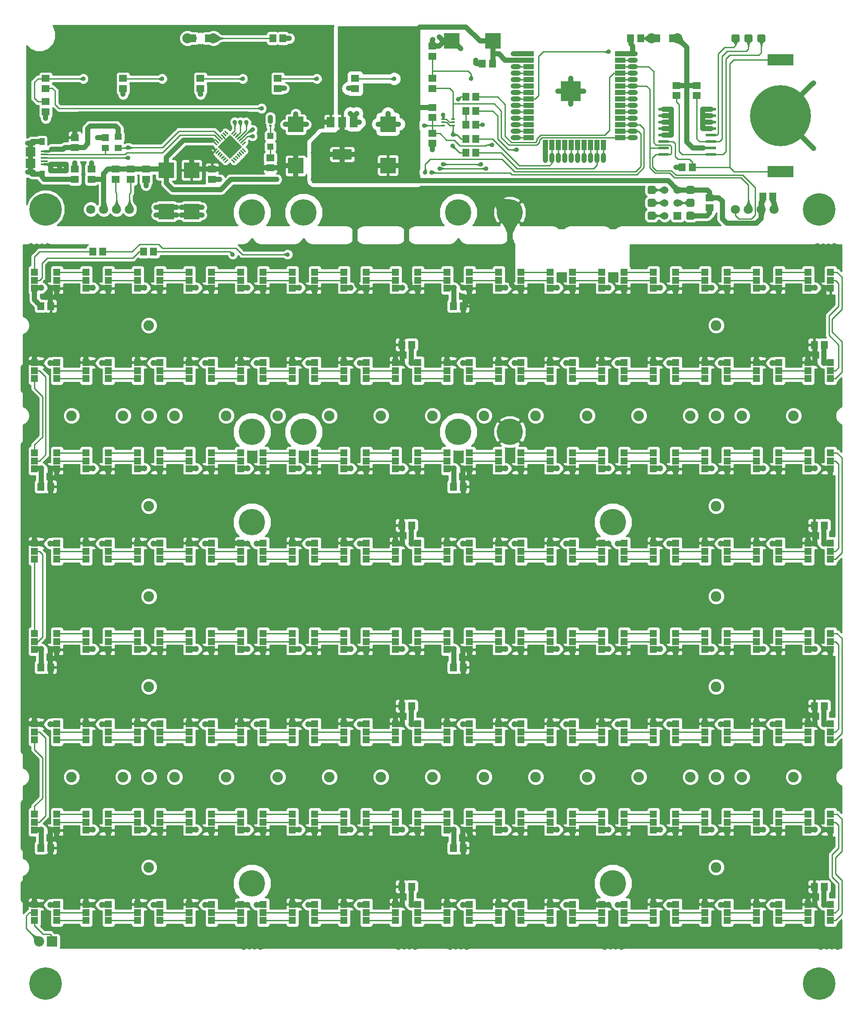
<source format=gtl>
G04 #@! TF.GenerationSoftware,KiCad,Pcbnew,5.0.0-rc2-unknown-6d77e59~65~ubuntu16.04.1*
G04 #@! TF.CreationDate,2018-06-25T19:28:43+05:30*
G04 #@! TF.ProjectId,ClockIOT,436C6F636B494F542E6B696361645F70,rev 1*
G04 #@! TF.SameCoordinates,PX2fd7508PY2fd7508*
G04 #@! TF.FileFunction,Copper,L1,Top,Signal*
G04 #@! TF.FilePolarity,Positive*
%FSLAX46Y46*%
G04 Gerber Fmt 4.6, Leading zero omitted, Abs format (unit mm)*
G04 Created by KiCad (PCBNEW 5.0.0-rc2-unknown-6d77e59~65~ubuntu16.04.1) date Mon Jun 25 19:28:43 2018*
%MOMM*%
%LPD*%
G01*
G04 APERTURE LIST*
G04 #@! TA.AperFunction,ComponentPad*
%ADD10O,2.150000X1.050000*%
G04 #@! TD*
G04 #@! TA.AperFunction,SMDPad,CuDef*
%ADD11R,1.900000X1.900000*%
G04 #@! TD*
G04 #@! TA.AperFunction,SMDPad,CuDef*
%ADD12R,1.000000X1.350000*%
G04 #@! TD*
G04 #@! TA.AperFunction,SMDPad,CuDef*
%ADD13R,1.350000X0.400000*%
G04 #@! TD*
G04 #@! TA.AperFunction,BGAPad,CuDef*
%ADD14C,12.000000*%
G04 #@! TD*
G04 #@! TA.AperFunction,SMDPad,CuDef*
%ADD15R,5.200000X2.200000*%
G04 #@! TD*
G04 #@! TA.AperFunction,SMDPad,CuDef*
%ADD16R,1.400000X1.400000*%
G04 #@! TD*
G04 #@! TA.AperFunction,SMDPad,CuDef*
%ADD17R,1.400000X1.200000*%
G04 #@! TD*
G04 #@! TA.AperFunction,SMDPad,CuDef*
%ADD18R,1.350000X1.550000*%
G04 #@! TD*
G04 #@! TA.AperFunction,SMDPad,CuDef*
%ADD19R,1.550000X1.350000*%
G04 #@! TD*
G04 #@! TA.AperFunction,SMDPad,CuDef*
%ADD20R,1.500000X2.000000*%
G04 #@! TD*
G04 #@! TA.AperFunction,SMDPad,CuDef*
%ADD21R,3.800000X2.000000*%
G04 #@! TD*
G04 #@! TA.AperFunction,SMDPad,CuDef*
%ADD22R,0.600000X0.400000*%
G04 #@! TD*
G04 #@! TA.AperFunction,SMDPad,CuDef*
%ADD23R,1.198880X1.198880*%
G04 #@! TD*
G04 #@! TA.AperFunction,ComponentPad*
%ADD24C,1.200000*%
G04 #@! TD*
G04 #@! TA.AperFunction,ComponentPad*
%ADD25C,5.200000*%
G04 #@! TD*
G04 #@! TA.AperFunction,ComponentPad*
%ADD26C,6.400000*%
G04 #@! TD*
G04 #@! TA.AperFunction,ComponentPad*
%ADD27C,0.800000*%
G04 #@! TD*
G04 #@! TA.AperFunction,SMDPad,CuDef*
%ADD28R,2.000000X1.000000*%
G04 #@! TD*
G04 #@! TA.AperFunction,SMDPad,CuDef*
%ADD29R,1.000000X2.000000*%
G04 #@! TD*
G04 #@! TA.AperFunction,SMDPad,CuDef*
%ADD30R,4.000000X4.000000*%
G04 #@! TD*
G04 #@! TA.AperFunction,ComponentPad*
%ADD31O,2.000000X1.000000*%
G04 #@! TD*
G04 #@! TA.AperFunction,ComponentPad*
%ADD32O,1.000000X2.000000*%
G04 #@! TD*
G04 #@! TA.AperFunction,WasherPad*
%ADD33C,2.082800*%
G04 #@! TD*
G04 #@! TA.AperFunction,ComponentPad*
%ADD34O,2.000000X2.000000*%
G04 #@! TD*
G04 #@! TA.AperFunction,ComponentPad*
%ADD35R,2.000000X2.000000*%
G04 #@! TD*
G04 #@! TA.AperFunction,ComponentPad*
%ADD36C,1.800000*%
G04 #@! TD*
G04 #@! TA.AperFunction,ComponentPad*
%ADD37C,1.524000*%
G04 #@! TD*
G04 #@! TA.AperFunction,ComponentPad*
%ADD38R,1.524000X1.524000*%
G04 #@! TD*
G04 #@! TA.AperFunction,Conductor*
%ADD39C,0.127000*%
G04 #@! TD*
G04 #@! TA.AperFunction,ComponentPad*
%ADD40C,1.600000*%
G04 #@! TD*
G04 #@! TA.AperFunction,SMDPad,CuDef*
%ADD41R,1.300480X1.498600*%
G04 #@! TD*
G04 #@! TA.AperFunction,ComponentPad*
%ADD42C,2.000000*%
G04 #@! TD*
G04 #@! TA.AperFunction,SMDPad,CuDef*
%ADD43R,1.998980X0.599440*%
G04 #@! TD*
G04 #@! TA.AperFunction,SMDPad,CuDef*
%ADD44R,3.048000X3.048000*%
G04 #@! TD*
G04 #@! TA.AperFunction,SMDPad,CuDef*
%ADD45R,0.650000X0.400000*%
G04 #@! TD*
G04 #@! TA.AperFunction,SMDPad,CuDef*
%ADD46C,1.675000*%
G04 #@! TD*
G04 #@! TA.AperFunction,SMDPad,CuDef*
%ADD47C,0.300000*%
G04 #@! TD*
G04 #@! TA.AperFunction,Conductor*
%ADD48C,0.300000*%
G04 #@! TD*
G04 #@! TA.AperFunction,ViaPad*
%ADD49C,0.900000*%
G04 #@! TD*
G04 #@! TA.AperFunction,Conductor*
%ADD50C,1.016000*%
G04 #@! TD*
G04 #@! TA.AperFunction,Conductor*
%ADD51C,0.254000*%
G04 #@! TD*
G04 #@! TA.AperFunction,Conductor*
%ADD52C,0.508000*%
G04 #@! TD*
G04 #@! TA.AperFunction,Conductor*
%ADD53C,0.250000*%
G04 #@! TD*
G04 #@! TA.AperFunction,Conductor*
%ADD54C,0.025400*%
G04 #@! TD*
G04 APERTURE END LIST*
D10*
G04 #@! TO.P,P1,6*
G04 #@! TO.N,Net-(L2-Pad2)*
X2085000Y-30170000D03*
X2085000Y-24500000D03*
D11*
X2085000Y-26185000D03*
D12*
X4335000Y-30535000D03*
D13*
G04 #@! TO.P,P1,3*
G04 #@! TO.N,/esp_pwr_uart/USB_D+*
X4760000Y-27335000D03*
G04 #@! TO.P,P1,4*
G04 #@! TO.N,N/C*
X4760000Y-27985000D03*
G04 #@! TO.P,P1,5*
G04 #@! TO.N,GND*
X4760000Y-28635000D03*
G04 #@! TO.P,P1,1*
G04 #@! TO.N,Net-(D1-Pad4)*
X4760000Y-26035000D03*
G04 #@! TO.P,P1,2*
G04 #@! TO.N,/esp_pwr_uart/USB_D-*
X4760000Y-26685000D03*
D12*
G04 #@! TO.P,P1,6*
G04 #@! TO.N,Net-(L2-Pad2)*
X4335000Y-24135000D03*
D11*
X2085000Y-28485000D03*
G04 #@! TD*
D14*
G04 #@! TO.P,BT1,2*
G04 #@! TO.N,GND*
X149860000Y-19050000D03*
D15*
G04 #@! TO.P,BT1,1*
G04 #@! TO.N,/rtc_ds3231/BAT*
X149860000Y-30050000D03*
X149860000Y-8050000D03*
G04 #@! TD*
D16*
G04 #@! TO.P,D1,1*
G04 #@! TO.N,GND*
X16785000Y-23335000D03*
D17*
G04 #@! TO.P,D1,2*
G04 #@! TO.N,/esp_pwr_uart/USB_D-*
X16785000Y-25435000D03*
G04 #@! TO.P,D1,3*
G04 #@! TO.N,/esp_pwr_uart/USB_D+*
X19385000Y-25435000D03*
G04 #@! TO.P,D1,4*
G04 #@! TO.N,Net-(D1-Pad4)*
X19385000Y-23235000D03*
G04 #@! TD*
D18*
G04 #@! TO.P,C12,1*
G04 #@! TO.N,GND*
X77200000Y-135255000D03*
G04 #@! TO.P,C12,2*
G04 #@! TO.N,/5V*
X75200000Y-135255000D03*
G04 #@! TD*
G04 #@! TO.P,C7,1*
G04 #@! TO.N,GND*
X158480000Y-99695000D03*
G04 #@! TO.P,C7,2*
G04 #@! TO.N,/5V*
X156480000Y-99695000D03*
G04 #@! TD*
G04 #@! TO.P,C8,1*
G04 #@! TO.N,GND*
X77200000Y-99695000D03*
G04 #@! TO.P,C8,2*
G04 #@! TO.N,/5V*
X75200000Y-99695000D03*
G04 #@! TD*
D19*
G04 #@! TO.P,C24,1*
G04 #@! TO.N,/3V3*
X24835000Y-29585000D03*
G04 #@! TO.P,C24,2*
G04 #@! TO.N,GND*
X24835000Y-31585000D03*
G04 #@! TD*
G04 #@! TO.P,C31,1*
G04 #@! TO.N,GND*
X14085000Y-29585000D03*
G04 #@! TO.P,C31,2*
G04 #@! TO.N,/3V3*
X14085000Y-31585000D03*
G04 #@! TD*
D18*
G04 #@! TO.P,C22,1*
G04 #@! TO.N,/rtc_ds3231/BAT*
X132445000Y-29210000D03*
G04 #@! TO.P,C22,2*
G04 #@! TO.N,GND*
X130445000Y-29210000D03*
G04 #@! TD*
G04 #@! TO.P,C28,1*
G04 #@! TO.N,/3V3*
X93085000Y-8835000D03*
G04 #@! TO.P,C28,2*
G04 #@! TO.N,GND*
X91085000Y-8835000D03*
G04 #@! TD*
D19*
G04 #@! TO.P,C26,1*
G04 #@! TO.N,/5V*
X37835000Y-29585000D03*
G04 #@! TO.P,C26,2*
G04 #@! TO.N,GND*
X37835000Y-31585000D03*
G04 #@! TD*
G04 #@! TO.P,C21,1*
G04 #@! TO.N,GND*
X81280000Y-5350000D03*
G04 #@! TO.P,C21,2*
G04 #@! TO.N,Net-(C21-Pad2)*
X81280000Y-7350000D03*
G04 #@! TD*
G04 #@! TO.P,C20,1*
G04 #@! TO.N,Net-(C20-Pad1)*
X5080000Y-16272000D03*
G04 #@! TO.P,C20,2*
G04 #@! TO.N,GND*
X5080000Y-18272000D03*
G04 #@! TD*
G04 #@! TO.P,C29,1*
G04 #@! TO.N,/3V3*
X135890000Y-35195000D03*
G04 #@! TO.P,C29,2*
G04 #@! TO.N,GND*
X135890000Y-37195000D03*
G04 #@! TD*
D18*
G04 #@! TO.P,C30,1*
G04 #@! TO.N,GND*
X148320000Y-34925000D03*
G04 #@! TO.P,C30,2*
G04 #@! TO.N,/3V3*
X146320000Y-34925000D03*
G04 #@! TD*
D19*
G04 #@! TO.P,C19,1*
G04 #@! TO.N,/EN*
X81280000Y-22495000D03*
G04 #@! TO.P,C19,2*
G04 #@! TO.N,GND*
X81280000Y-24495000D03*
G04 #@! TD*
D18*
G04 #@! TO.P,C9,1*
G04 #@! TO.N,/5V*
X6080000Y-127635000D03*
G04 #@! TO.P,C9,2*
G04 #@! TO.N,GND*
X4080000Y-127635000D03*
G04 #@! TD*
G04 #@! TO.P,C6,1*
G04 #@! TO.N,/5V*
X87360000Y-92075000D03*
G04 #@! TO.P,C6,2*
G04 #@! TO.N,GND*
X85360000Y-92075000D03*
G04 #@! TD*
G04 #@! TO.P,C1,1*
G04 #@! TO.N,/5V*
X6080000Y-56515000D03*
G04 #@! TO.P,C1,2*
G04 #@! TO.N,GND*
X4080000Y-56515000D03*
G04 #@! TD*
G04 #@! TO.P,C2,1*
G04 #@! TO.N,/5V*
X87360000Y-56515000D03*
G04 #@! TO.P,C2,2*
G04 #@! TO.N,GND*
X85360000Y-56515000D03*
G04 #@! TD*
G04 #@! TO.P,C3,1*
G04 #@! TO.N,GND*
X158480000Y-64135000D03*
G04 #@! TO.P,C3,2*
G04 #@! TO.N,/5V*
X156480000Y-64135000D03*
G04 #@! TD*
G04 #@! TO.P,C4,1*
G04 #@! TO.N,GND*
X77200000Y-64135000D03*
G04 #@! TO.P,C4,2*
G04 #@! TO.N,/5V*
X75200000Y-64135000D03*
G04 #@! TD*
G04 #@! TO.P,C5,1*
G04 #@! TO.N,/5V*
X6080000Y-92075000D03*
G04 #@! TO.P,C5,2*
G04 #@! TO.N,GND*
X4080000Y-92075000D03*
G04 #@! TD*
G04 #@! TO.P,C10,1*
G04 #@! TO.N,/5V*
X87360000Y-127635000D03*
G04 #@! TO.P,C10,2*
G04 #@! TO.N,GND*
X85360000Y-127635000D03*
G04 #@! TD*
G04 #@! TO.P,C11,1*
G04 #@! TO.N,GND*
X158480000Y-135255000D03*
G04 #@! TO.P,C11,2*
G04 #@! TO.N,/5V*
X156480000Y-135255000D03*
G04 #@! TD*
G04 #@! TO.P,C13,1*
G04 #@! TO.N,/5V*
X6080000Y-163195000D03*
G04 #@! TO.P,C13,2*
G04 #@! TO.N,GND*
X4080000Y-163195000D03*
G04 #@! TD*
G04 #@! TO.P,C14,1*
G04 #@! TO.N,/5V*
X87360000Y-163195000D03*
G04 #@! TO.P,C14,2*
G04 #@! TO.N,GND*
X85360000Y-163195000D03*
G04 #@! TD*
G04 #@! TO.P,C15,1*
G04 #@! TO.N,GND*
X158480000Y-170815000D03*
G04 #@! TO.P,C15,2*
G04 #@! TO.N,/5V*
X156480000Y-170815000D03*
G04 #@! TD*
G04 #@! TO.P,C16,1*
G04 #@! TO.N,GND*
X77200000Y-170815000D03*
G04 #@! TO.P,C16,2*
G04 #@! TO.N,/5V*
X75200000Y-170815000D03*
G04 #@! TD*
D19*
G04 #@! TO.P,R9,1*
G04 #@! TO.N,/3V3*
X18835000Y-29585000D03*
G04 #@! TO.P,R9,2*
G04 #@! TO.N,/SDA*
X18835000Y-31585000D03*
G04 #@! TD*
G04 #@! TO.P,L2,1*
G04 #@! TO.N,GND*
X10835000Y-29585000D03*
G04 #@! TO.P,L2,2*
G04 #@! TO.N,Net-(L2-Pad2)*
X10835000Y-31585000D03*
G04 #@! TD*
G04 #@! TO.P,R25,1*
G04 #@! TO.N,/SW_M*
X20320000Y-11700000D03*
G04 #@! TO.P,R25,2*
G04 #@! TO.N,GND*
X20320000Y-13700000D03*
G04 #@! TD*
G04 #@! TO.P,R24,1*
G04 #@! TO.N,/SW_D*
X35560000Y-11700000D03*
G04 #@! TO.P,R24,2*
G04 #@! TO.N,GND*
X35560000Y-13700000D03*
G04 #@! TD*
G04 #@! TO.P,R11,1*
G04 #@! TO.N,/SW_I*
X50800000Y-11700000D03*
G04 #@! TO.P,R11,2*
G04 #@! TO.N,GND*
X50800000Y-13700000D03*
G04 #@! TD*
G04 #@! TO.P,R10,1*
G04 #@! TO.N,/SW_E*
X66040000Y-11700000D03*
G04 #@! TO.P,R10,2*
G04 #@! TO.N,GND*
X66040000Y-13700000D03*
G04 #@! TD*
D18*
G04 #@! TO.P,R23,1*
G04 #@! TO.N,/RXD0*
X89835000Y-18085000D03*
G04 #@! TO.P,R23,2*
G04 #@! TO.N,/esp_pwr_uart/TXD*
X87835000Y-18085000D03*
G04 #@! TD*
G04 #@! TO.P,R22,1*
G04 #@! TO.N,Net-(R22-Pad1)*
X89835000Y-20835000D03*
G04 #@! TO.P,R22,2*
G04 #@! TO.N,/esp_pwr_uart/TXD*
X87835000Y-20835000D03*
G04 #@! TD*
G04 #@! TO.P,R20,1*
G04 #@! TO.N,/IO13*
X89835000Y-23585000D03*
G04 #@! TO.P,R20,2*
G04 #@! TO.N,/esp_pwr_uart/RTS*
X87835000Y-23585000D03*
G04 #@! TD*
G04 #@! TO.P,R19,1*
G04 #@! TO.N,/IO15*
X89835000Y-26335000D03*
G04 #@! TO.P,R19,2*
G04 #@! TO.N,/esp_pwr_uart/CTS*
X87835000Y-26335000D03*
G04 #@! TD*
D19*
G04 #@! TO.P,R18,1*
G04 #@! TO.N,Net-(C21-Pad2)*
X81280000Y-11700000D03*
G04 #@! TO.P,R18,2*
G04 #@! TO.N,/IO0*
X81280000Y-13700000D03*
G04 #@! TD*
G04 #@! TO.P,R16,1*
G04 #@! TO.N,Net-(C20-Pad1)*
X5080000Y-11700000D03*
G04 #@! TO.P,R16,2*
G04 #@! TO.N,/EN*
X5080000Y-13700000D03*
G04 #@! TD*
G04 #@! TO.P,R4,1*
G04 #@! TO.N,Net-(D2-Pad1)*
X49335000Y-27335000D03*
G04 #@! TO.P,R4,2*
G04 #@! TO.N,/5V*
X49335000Y-29335000D03*
G04 #@! TD*
G04 #@! TO.P,R3,1*
G04 #@! TO.N,/3V3*
X81280000Y-17415000D03*
G04 #@! TO.P,R3,2*
G04 #@! TO.N,/EN*
X81280000Y-19415000D03*
G04 #@! TD*
G04 #@! TO.P,R8,1*
G04 #@! TO.N,/3V3*
X21835000Y-29585000D03*
G04 #@! TO.P,R8,2*
G04 #@! TO.N,/SCL*
X21835000Y-31585000D03*
G04 #@! TD*
G04 #@! TO.P,R7,1*
G04 #@! TO.N,/3V3*
X129335000Y-13085000D03*
G04 #@! TO.P,R7,2*
G04 #@! TO.N,/rtc_ds3231/32kHz*
X129335000Y-15085000D03*
G04 #@! TD*
G04 #@! TO.P,R6,1*
G04 #@! TO.N,/3V3*
X133335000Y-13085000D03*
G04 #@! TO.P,R6,2*
G04 #@! TO.N,/rtc_ds3231/SQR*
X133335000Y-15085000D03*
G04 #@! TD*
D18*
G04 #@! TO.P,R21,1*
G04 #@! TO.N,/TXD0*
X89835000Y-15335000D03*
G04 #@! TO.P,R21,2*
G04 #@! TO.N,/esp_pwr_uart/RXD*
X87835000Y-15335000D03*
G04 #@! TD*
G04 #@! TO.P,R1,1*
G04 #@! TO.N,/DAT_IN*
X16335000Y-45835000D03*
G04 #@! TO.P,R1,2*
G04 #@! TO.N,/DI_A*
X14335000Y-45835000D03*
G04 #@! TD*
G04 #@! TO.P,R2,1*
G04 #@! TO.N,/CLK_IN*
X26335000Y-45835000D03*
G04 #@! TO.P,R2,2*
G04 #@! TO.N,/CI_A*
X24335000Y-45835000D03*
G04 #@! TD*
G04 #@! TO.P,R12,1*
G04 #@! TO.N,GND*
X51800000Y-3810000D03*
G04 #@! TO.P,R12,2*
G04 #@! TO.N,/LDR1*
X49800000Y-3810000D03*
G04 #@! TD*
G04 #@! TO.P,R13,1*
G04 #@! TO.N,/LDR2*
X122285000Y-3810000D03*
G04 #@! TO.P,R13,2*
G04 #@! TO.N,GND*
X120285000Y-3810000D03*
G04 #@! TD*
D19*
G04 #@! TO.P,L1,1*
G04 #@! TO.N,/5V*
X10835000Y-23335000D03*
G04 #@! TO.P,L1,2*
G04 #@! TO.N,Net-(D1-Pad4)*
X10835000Y-25335000D03*
G04 #@! TD*
D20*
G04 #@! TO.P,U131,1*
G04 #@! TO.N,GND*
X65800000Y-20345000D03*
G04 #@! TO.P,U131,3*
G04 #@! TO.N,/5V*
X61200000Y-20345000D03*
G04 #@! TO.P,U131,2*
G04 #@! TO.N,/3V3*
X63500000Y-20345000D03*
D21*
X63500000Y-26645000D03*
G04 #@! TD*
D22*
G04 #@! TO.P,JP1,2*
G04 #@! TO.N,Net-(D2-Pad2)*
X49335000Y-21035000D03*
G04 #@! TO.P,JP1,1*
G04 #@! TO.N,GND*
X49335000Y-20135000D03*
G04 #@! TD*
D23*
G04 #@! TO.P,D2,2*
G04 #@! TO.N,Net-(D2-Pad2)*
X49335000Y-23035980D03*
G04 #@! TO.P,D2,1*
G04 #@! TO.N,Net-(D2-Pad1)*
X49335000Y-25134020D03*
G04 #@! TD*
D16*
G04 #@! TO.P,U123,3*
G04 #@! TO.N,GND*
X58080000Y-174295000D03*
G04 #@! TO.P,U123,4*
G04 #@! TO.N,/5V*
X53680000Y-174295000D03*
G04 #@! TO.P,U123,5*
G04 #@! TO.N,Net-(U123-Pad5)*
X53680000Y-175895000D03*
G04 #@! TO.P,U123,2*
G04 #@! TO.N,Net-(U122-Pad5)*
X58080000Y-175895000D03*
G04 #@! TO.P,U123,1*
G04 #@! TO.N,Net-(U122-Pad6)*
X58080000Y-177495000D03*
G04 #@! TO.P,U123,6*
G04 #@! TO.N,Net-(U123-Pad6)*
X53680000Y-177495000D03*
D24*
G04 #@! TO.P,U123,3*
G04 #@! TO.N,GND*
X56780000Y-174395000D03*
G04 #@! TO.P,U123,4*
G04 #@! TO.N,/5V*
X54980000Y-174395000D03*
G04 #@! TD*
D25*
G04 #@! TO.P,HB54,1*
G04 #@! TO.N,N/C*
X45720000Y-170180000D03*
G04 #@! TD*
G04 #@! TO.P,HB53,1*
G04 #@! TO.N,N/C*
X116840000Y-170180000D03*
G04 #@! TD*
G04 #@! TO.P,HB52,1*
G04 #@! TO.N,N/C*
X116840000Y-99060000D03*
G04 #@! TD*
G04 #@! TO.P,HB51,1*
G04 #@! TO.N,N/C*
X45720000Y-99060000D03*
G04 #@! TD*
D26*
G04 #@! TO.P,HB47,1*
G04 #@! TO.N,N/C*
X5080000Y-37465000D03*
D27*
X7480000Y-37465000D03*
X6777056Y-39162056D03*
X5080000Y-39865000D03*
X3382944Y-39162056D03*
X2680000Y-37465000D03*
X3382944Y-35767944D03*
X5080000Y-35065000D03*
X6777056Y-35767944D03*
G04 #@! TD*
D26*
G04 #@! TO.P,HB48,1*
G04 #@! TO.N,N/C*
X157480000Y-37465000D03*
D27*
X159880000Y-37465000D03*
X159177056Y-39162056D03*
X157480000Y-39865000D03*
X155782944Y-39162056D03*
X155080000Y-37465000D03*
X155782944Y-35767944D03*
X157480000Y-35065000D03*
X159177056Y-35767944D03*
G04 #@! TD*
D26*
G04 #@! TO.P,HB49,1*
G04 #@! TO.N,N/C*
X5080000Y-189865000D03*
D27*
X7480000Y-189865000D03*
X6777056Y-191562056D03*
X5080000Y-192265000D03*
X3382944Y-191562056D03*
X2680000Y-189865000D03*
X3382944Y-188167944D03*
X5080000Y-187465000D03*
X6777056Y-188167944D03*
G04 #@! TD*
D26*
G04 #@! TO.P,HB50,1*
G04 #@! TO.N,N/C*
X157480000Y-189865000D03*
D27*
X159880000Y-189865000D03*
X159177056Y-191562056D03*
X157480000Y-192265000D03*
X155782944Y-191562056D03*
X155080000Y-189865000D03*
X155782944Y-188167944D03*
X157480000Y-187465000D03*
X159177056Y-188167944D03*
G04 #@! TD*
D28*
G04 #@! TO.P,U129,1*
G04 #@! TO.N,GND*
X100220000Y-6815000D03*
G04 #@! TO.P,U129,2*
G04 #@! TO.N,/3V3*
X100220000Y-8085000D03*
G04 #@! TO.P,U129,3*
G04 #@! TO.N,/EN*
X100220000Y-9355000D03*
G04 #@! TO.P,U129,4*
G04 #@! TO.N,/SENSOR_VP*
X100220000Y-10625000D03*
G04 #@! TO.P,U129,5*
G04 #@! TO.N,/SENSOR_VN*
X100220000Y-11895000D03*
G04 #@! TO.P,U129,6*
G04 #@! TO.N,/IO34*
X100220000Y-13165000D03*
G04 #@! TO.P,U129,7*
G04 #@! TO.N,/IO35*
X100220000Y-14435000D03*
G04 #@! TO.P,U129,8*
G04 #@! TO.N,/LDR2*
X100220000Y-15705000D03*
G04 #@! TO.P,U129,9*
G04 #@! TO.N,/LDR1*
X100220000Y-16975000D03*
G04 #@! TO.P,U129,10*
G04 #@! TO.N,/IO25*
X100220000Y-18245000D03*
G04 #@! TO.P,U129,11*
G04 #@! TO.N,/IO26*
X100220000Y-19515000D03*
G04 #@! TO.P,U129,12*
G04 #@! TO.N,/IO27*
X100220000Y-20785000D03*
G04 #@! TO.P,U129,13*
G04 #@! TO.N,/IO14*
X100220000Y-22055000D03*
G04 #@! TO.P,U129,14*
G04 #@! TO.N,/IO12*
X100220000Y-23325000D03*
D29*
G04 #@! TO.P,U129,15*
G04 #@! TO.N,GND*
X103505000Y-24815000D03*
G04 #@! TO.P,U129,16*
G04 #@! TO.N,/IO13*
X104775000Y-24815000D03*
G04 #@! TO.P,U129,17*
G04 #@! TO.N,/SD2*
X106045000Y-24815000D03*
G04 #@! TO.P,U129,18*
G04 #@! TO.N,/SD3*
X107315000Y-24815000D03*
G04 #@! TO.P,U129,19*
G04 #@! TO.N,/CMD*
X108585000Y-24815000D03*
G04 #@! TO.P,U129,20*
G04 #@! TO.N,/CLK*
X109855000Y-24815000D03*
G04 #@! TO.P,U129,21*
G04 #@! TO.N,/SDO*
X111125000Y-24815000D03*
G04 #@! TO.P,U129,22*
G04 #@! TO.N,/SDI*
X112395000Y-24815000D03*
G04 #@! TO.P,U129,23*
G04 #@! TO.N,/IO15*
X113665000Y-24815000D03*
G04 #@! TO.P,U129,24*
G04 #@! TO.N,/IO2*
X114935000Y-24815000D03*
D28*
G04 #@! TO.P,U129,25*
G04 #@! TO.N,/IO0*
X118220000Y-23325000D03*
G04 #@! TO.P,U129,26*
G04 #@! TO.N,/DAT_IN*
X118220000Y-22055000D03*
G04 #@! TO.P,U129,27*
G04 #@! TO.N,/CLK_IN*
X118220000Y-20785000D03*
G04 #@! TO.P,U129,28*
G04 #@! TO.N,/SW_E*
X118220000Y-19515000D03*
G04 #@! TO.P,U129,29*
G04 #@! TO.N,/SW_I*
X118220000Y-18245000D03*
G04 #@! TO.P,U129,30*
G04 #@! TO.N,/SW_D*
X118220000Y-16975000D03*
G04 #@! TO.P,U129,31*
G04 #@! TO.N,/SW_M*
X118220000Y-15705000D03*
G04 #@! TO.P,U129,32*
G04 #@! TO.N,/NC*
X118220000Y-14435000D03*
G04 #@! TO.P,U129,33*
G04 #@! TO.N,/SDA*
X118220000Y-13165000D03*
G04 #@! TO.P,U129,34*
G04 #@! TO.N,/RXD0*
X118220000Y-11895000D03*
G04 #@! TO.P,U129,35*
G04 #@! TO.N,/TXD0*
X118220000Y-10625000D03*
G04 #@! TO.P,U129,36*
G04 #@! TO.N,/SCL*
X118220000Y-9355000D03*
G04 #@! TO.P,U129,37*
G04 #@! TO.N,/IO23*
X118220000Y-8085000D03*
G04 #@! TO.P,U129,38*
G04 #@! TO.N,GND*
X118220000Y-6815000D03*
D30*
G04 #@! TO.P,U129,39*
X108520000Y-14215000D03*
D31*
G04 #@! TO.P,U129,1*
X97720000Y-6815000D03*
G04 #@! TO.P,U129,2*
G04 #@! TO.N,/3V3*
X97720000Y-8085000D03*
G04 #@! TO.P,U129,3*
G04 #@! TO.N,/EN*
X97720000Y-9355000D03*
G04 #@! TO.P,U129,4*
G04 #@! TO.N,/SENSOR_VP*
X97720000Y-10625000D03*
G04 #@! TO.P,U129,5*
G04 #@! TO.N,/SENSOR_VN*
X97720000Y-11895000D03*
G04 #@! TO.P,U129,6*
G04 #@! TO.N,/IO34*
X97720000Y-13165000D03*
G04 #@! TO.P,U129,7*
G04 #@! TO.N,/IO35*
X97720000Y-14435000D03*
G04 #@! TO.P,U129,8*
G04 #@! TO.N,/LDR2*
X97720000Y-15705000D03*
G04 #@! TO.P,U129,9*
G04 #@! TO.N,/LDR1*
X97720000Y-16975000D03*
G04 #@! TO.P,U129,10*
G04 #@! TO.N,/IO25*
X97720000Y-18245000D03*
G04 #@! TO.P,U129,11*
G04 #@! TO.N,/IO26*
X97720000Y-19515000D03*
G04 #@! TO.P,U129,12*
G04 #@! TO.N,/IO27*
X97720000Y-20785000D03*
G04 #@! TO.P,U129,13*
G04 #@! TO.N,/IO14*
X97720000Y-22055000D03*
G04 #@! TO.P,U129,14*
G04 #@! TO.N,/IO12*
X97720000Y-23325000D03*
G04 #@! TO.P,U129,37*
G04 #@! TO.N,/IO23*
X120720000Y-8085000D03*
G04 #@! TO.P,U129,30*
G04 #@! TO.N,/SW_D*
X120720000Y-16975000D03*
G04 #@! TO.P,U129,29*
G04 #@! TO.N,/SW_I*
X120720000Y-18245000D03*
G04 #@! TO.P,U129,35*
G04 #@! TO.N,/TXD0*
X120720000Y-10625000D03*
G04 #@! TO.P,U129,38*
G04 #@! TO.N,GND*
X120720000Y-6815000D03*
G04 #@! TO.P,U129,28*
G04 #@! TO.N,/SW_E*
X120720000Y-19515000D03*
G04 #@! TO.P,U129,33*
G04 #@! TO.N,/SDA*
X120720000Y-13165000D03*
G04 #@! TO.P,U129,25*
G04 #@! TO.N,/IO0*
X120720000Y-23325000D03*
G04 #@! TO.P,U129,26*
G04 #@! TO.N,/DAT_IN*
X120720000Y-22055000D03*
G04 #@! TO.P,U129,31*
G04 #@! TO.N,/SW_M*
X120720000Y-15705000D03*
G04 #@! TO.P,U129,32*
G04 #@! TO.N,/NC*
X120720000Y-14435000D03*
G04 #@! TO.P,U129,34*
G04 #@! TO.N,/RXD0*
X120720000Y-11895000D03*
G04 #@! TO.P,U129,27*
G04 #@! TO.N,/CLK_IN*
X120720000Y-20785000D03*
G04 #@! TO.P,U129,36*
G04 #@! TO.N,/SCL*
X120720000Y-9355000D03*
D32*
G04 #@! TO.P,U129,15*
G04 #@! TO.N,GND*
X103505000Y-27315000D03*
G04 #@! TO.P,U129,16*
G04 #@! TO.N,/IO13*
X104775000Y-27315000D03*
G04 #@! TO.P,U129,17*
G04 #@! TO.N,/SD2*
X106045000Y-27315000D03*
G04 #@! TO.P,U129,18*
G04 #@! TO.N,/SD3*
X107315000Y-27315000D03*
G04 #@! TO.P,U129,19*
G04 #@! TO.N,/CMD*
X108585000Y-27315000D03*
G04 #@! TO.P,U129,21*
G04 #@! TO.N,/SDO*
X111125000Y-27315000D03*
G04 #@! TO.P,U129,22*
G04 #@! TO.N,/SDI*
X112395000Y-27315000D03*
G04 #@! TO.P,U129,23*
G04 #@! TO.N,/IO15*
X113665000Y-27315000D03*
G04 #@! TO.P,U129,24*
G04 #@! TO.N,/IO2*
X114935000Y-27315000D03*
G04 #@! TO.P,U129,20*
G04 #@! TO.N,/CLK*
X109855000Y-27315000D03*
G04 #@! TD*
D33*
G04 #@! TO.P,HB44,*
G04 #@! TO.N,*
X137160000Y-167005000D03*
G04 #@! TD*
G04 #@! TO.P,HB43,*
G04 #@! TO.N,*
X137160000Y-149225000D03*
G04 #@! TD*
G04 #@! TO.P,HB42,*
G04 #@! TO.N,*
X137160000Y-131445000D03*
G04 #@! TD*
G04 #@! TO.P,HB41,*
G04 #@! TO.N,*
X137160000Y-113665000D03*
G04 #@! TD*
G04 #@! TO.P,HB40,*
G04 #@! TO.N,*
X137160000Y-95885000D03*
G04 #@! TD*
G04 #@! TO.P,HB39,*
G04 #@! TO.N,*
X137160000Y-78105000D03*
G04 #@! TD*
G04 #@! TO.P,HB38,*
G04 #@! TO.N,*
X137160000Y-60325000D03*
G04 #@! TD*
G04 #@! TO.P,HB37,*
G04 #@! TO.N,*
X25400000Y-167005000D03*
G04 #@! TD*
G04 #@! TO.P,HB36,*
G04 #@! TO.N,*
X25400000Y-149225000D03*
G04 #@! TD*
G04 #@! TO.P,HB35,*
G04 #@! TO.N,*
X25400000Y-131445000D03*
G04 #@! TD*
G04 #@! TO.P,HB34,*
G04 #@! TO.N,*
X25400000Y-113665000D03*
G04 #@! TD*
G04 #@! TO.P,HB33,*
G04 #@! TO.N,*
X25400000Y-95885000D03*
G04 #@! TD*
G04 #@! TO.P,HB32,*
G04 #@! TO.N,*
X25400000Y-78105000D03*
G04 #@! TD*
G04 #@! TO.P,HB31,*
G04 #@! TO.N,*
X25400000Y-60325000D03*
G04 #@! TD*
G04 #@! TO.P,HB30,*
G04 #@! TO.N,*
X152400000Y-149225000D03*
G04 #@! TD*
G04 #@! TO.P,HB29,*
G04 #@! TO.N,*
X142240000Y-149225000D03*
G04 #@! TD*
G04 #@! TO.P,HB28,*
G04 #@! TO.N,*
X132080000Y-149225000D03*
G04 #@! TD*
G04 #@! TO.P,HB27,*
G04 #@! TO.N,*
X121920000Y-149225000D03*
G04 #@! TD*
G04 #@! TO.P,HB26,*
G04 #@! TO.N,*
X111760000Y-149225000D03*
G04 #@! TD*
G04 #@! TO.P,HB25,*
G04 #@! TO.N,*
X101600000Y-149225000D03*
G04 #@! TD*
G04 #@! TO.P,HB24,*
G04 #@! TO.N,*
X91440000Y-149225000D03*
G04 #@! TD*
G04 #@! TO.P,HB23,*
G04 #@! TO.N,*
X81280000Y-149225000D03*
G04 #@! TD*
G04 #@! TO.P,HB22,*
G04 #@! TO.N,*
X71120000Y-149225000D03*
G04 #@! TD*
G04 #@! TO.P,HB21,*
G04 #@! TO.N,*
X60960000Y-149225000D03*
G04 #@! TD*
G04 #@! TO.P,HB20,*
G04 #@! TO.N,*
X50800000Y-149225000D03*
G04 #@! TD*
G04 #@! TO.P,HB19,*
G04 #@! TO.N,*
X40640000Y-149225000D03*
G04 #@! TD*
G04 #@! TO.P,HB18,*
G04 #@! TO.N,*
X30480000Y-149225000D03*
G04 #@! TD*
G04 #@! TO.P,HB17,*
G04 #@! TO.N,*
X20320000Y-149225000D03*
G04 #@! TD*
G04 #@! TO.P,HB16,*
G04 #@! TO.N,*
X10160000Y-149225000D03*
G04 #@! TD*
G04 #@! TO.P,HB15,*
G04 #@! TO.N,*
X152400000Y-78105000D03*
G04 #@! TD*
G04 #@! TO.P,HB14,*
G04 #@! TO.N,*
X142240000Y-78105000D03*
G04 #@! TD*
G04 #@! TO.P,HB13,*
G04 #@! TO.N,*
X132080000Y-78105000D03*
G04 #@! TD*
G04 #@! TO.P,HB12,*
G04 #@! TO.N,*
X121920000Y-78105000D03*
G04 #@! TD*
G04 #@! TO.P,HB11,*
G04 #@! TO.N,*
X111760000Y-78105000D03*
G04 #@! TD*
G04 #@! TO.P,HB10,*
G04 #@! TO.N,*
X101600000Y-78105000D03*
G04 #@! TD*
G04 #@! TO.P,HB9,*
G04 #@! TO.N,*
X91440000Y-78105000D03*
G04 #@! TD*
G04 #@! TO.P,HB8,*
G04 #@! TO.N,*
X81280000Y-78105000D03*
G04 #@! TD*
G04 #@! TO.P,HB7,*
G04 #@! TO.N,*
X71120000Y-78105000D03*
G04 #@! TD*
G04 #@! TO.P,HB6,*
G04 #@! TO.N,*
X60960000Y-78105000D03*
G04 #@! TD*
G04 #@! TO.P,HB5,*
G04 #@! TO.N,*
X50800000Y-78105000D03*
G04 #@! TD*
G04 #@! TO.P,HB4,*
G04 #@! TO.N,*
X40640000Y-78105000D03*
G04 #@! TD*
G04 #@! TO.P,HB3,*
G04 #@! TO.N,*
X30480000Y-78105000D03*
G04 #@! TD*
G04 #@! TO.P,HB2,*
G04 #@! TO.N,*
X20320000Y-78105000D03*
G04 #@! TD*
G04 #@! TO.P,HB1,*
G04 #@! TO.N,*
X10160000Y-78105000D03*
G04 #@! TD*
D34*
G04 #@! TO.P,P2,2*
G04 #@! TO.N,/CLK_OUT*
X3810000Y-181610000D03*
D35*
G04 #@! TO.P,P2,1*
G04 #@! TO.N,/DAT_OUT*
X6350000Y-181610000D03*
G04 #@! TD*
D36*
G04 #@! TO.P,J25,1*
G04 #@! TO.N,/SCL*
X21590000Y-37465000D03*
G04 #@! TO.P,J25,2*
G04 #@! TO.N,/SDA*
X19050000Y-37465000D03*
G04 #@! TO.P,J25,3*
G04 #@! TO.N,/3V3*
X16510000Y-37465000D03*
G04 #@! TO.P,J25,4*
G04 #@! TO.N,GND*
X13970000Y-37465000D03*
G04 #@! TD*
G04 #@! TO.P,J24,1*
G04 #@! TO.N,/SCL*
X140970000Y-37465000D03*
G04 #@! TO.P,J24,2*
G04 #@! TO.N,/SDA*
X143510000Y-37465000D03*
G04 #@! TO.P,J24,3*
G04 #@! TO.N,/3V3*
X146050000Y-37465000D03*
G04 #@! TO.P,J24,4*
G04 #@! TO.N,GND*
X148590000Y-37465000D03*
G04 #@! TD*
D37*
G04 #@! TO.P,J20,5*
G04 #@! TO.N,/RST*
X127000000Y-38735000D03*
D38*
G04 #@! TO.P,J20,6*
G04 #@! TO.N,GND*
X129540000Y-38735000D03*
D37*
G04 #@! TO.P,J20,3*
G04 #@! TO.N,/SCK*
X127000000Y-36195000D03*
G04 #@! TO.P,J20,4*
G04 #@! TO.N,/MOSI*
X129540000Y-36195000D03*
G04 #@! TO.P,J20,1*
G04 #@! TO.N,/MISO*
X127000000Y-33655000D03*
G04 #@! TO.P,J20,2*
G04 #@! TO.N,/3V3*
X129540000Y-33655000D03*
G04 #@! TD*
D25*
G04 #@! TO.P,J8,1*
G04 #@! TO.N,GND*
X86360000Y-38100000D03*
G04 #@! TD*
G04 #@! TO.P,J7,1*
G04 #@! TO.N,/5V*
X96520000Y-38100000D03*
G04 #@! TD*
G04 #@! TO.P,J2,1*
G04 #@! TO.N,/DAT_IN*
X55880000Y-38100000D03*
G04 #@! TD*
G04 #@! TO.P,J1,1*
G04 #@! TO.N,/CLK_IN*
X45720000Y-38100000D03*
G04 #@! TD*
G04 #@! TO.P,J9,1*
G04 #@! TO.N,/CLK_IN*
X45720000Y-81280000D03*
G04 #@! TD*
G04 #@! TO.P,J10,1*
G04 #@! TO.N,/DAT_IN*
X55880000Y-81280000D03*
G04 #@! TD*
G04 #@! TO.P,J15,1*
G04 #@! TO.N,/5V*
X96520000Y-81280000D03*
G04 #@! TD*
G04 #@! TO.P,J16,1*
G04 #@! TO.N,GND*
X86360000Y-81280000D03*
G04 #@! TD*
D39*
G04 #@! TO.N,/rtc_ds3231/RESET*
G04 #@! TO.C,TP1*
G36*
X141409207Y-3011926D02*
X141448036Y-3017686D01*
X141486114Y-3027224D01*
X141523073Y-3040448D01*
X141558559Y-3057231D01*
X141592228Y-3077412D01*
X141623757Y-3100796D01*
X141652843Y-3127157D01*
X141679204Y-3156243D01*
X141702588Y-3187772D01*
X141722769Y-3221441D01*
X141739552Y-3256927D01*
X141752776Y-3293886D01*
X141762314Y-3331964D01*
X141768074Y-3370793D01*
X141770000Y-3410000D01*
X141770000Y-4210000D01*
X141768074Y-4249207D01*
X141762314Y-4288036D01*
X141752776Y-4326114D01*
X141739552Y-4363073D01*
X141722769Y-4398559D01*
X141702588Y-4432228D01*
X141679204Y-4463757D01*
X141652843Y-4492843D01*
X141623757Y-4519204D01*
X141592228Y-4542588D01*
X141558559Y-4562769D01*
X141523073Y-4579552D01*
X141486114Y-4592776D01*
X141448036Y-4602314D01*
X141409207Y-4608074D01*
X141370000Y-4610000D01*
X140570000Y-4610000D01*
X140530793Y-4608074D01*
X140491964Y-4602314D01*
X140453886Y-4592776D01*
X140416927Y-4579552D01*
X140381441Y-4562769D01*
X140347772Y-4542588D01*
X140316243Y-4519204D01*
X140287157Y-4492843D01*
X140260796Y-4463757D01*
X140237412Y-4432228D01*
X140217231Y-4398559D01*
X140200448Y-4363073D01*
X140187224Y-4326114D01*
X140177686Y-4288036D01*
X140171926Y-4249207D01*
X140170000Y-4210000D01*
X140170000Y-3410000D01*
X140171926Y-3370793D01*
X140177686Y-3331964D01*
X140187224Y-3293886D01*
X140200448Y-3256927D01*
X140217231Y-3221441D01*
X140237412Y-3187772D01*
X140260796Y-3156243D01*
X140287157Y-3127157D01*
X140316243Y-3100796D01*
X140347772Y-3077412D01*
X140381441Y-3057231D01*
X140416927Y-3040448D01*
X140453886Y-3027224D01*
X140491964Y-3017686D01*
X140530793Y-3011926D01*
X140570000Y-3010000D01*
X141370000Y-3010000D01*
X141409207Y-3011926D01*
X141409207Y-3011926D01*
G37*
D40*
G04 #@! TD*
G04 #@! TO.P,TP1,1*
G04 #@! TO.N,/rtc_ds3231/RESET*
X140970000Y-3810000D03*
D39*
G04 #@! TO.N,GND*
G04 #@! TO.C,J23*
G36*
X132519207Y-37936926D02*
X132558036Y-37942686D01*
X132596114Y-37952224D01*
X132633073Y-37965448D01*
X132668559Y-37982231D01*
X132702228Y-38002412D01*
X132733757Y-38025796D01*
X132762843Y-38052157D01*
X132789204Y-38081243D01*
X132812588Y-38112772D01*
X132832769Y-38146441D01*
X132849552Y-38181927D01*
X132862776Y-38218886D01*
X132872314Y-38256964D01*
X132878074Y-38295793D01*
X132880000Y-38335000D01*
X132880000Y-39135000D01*
X132878074Y-39174207D01*
X132872314Y-39213036D01*
X132862776Y-39251114D01*
X132849552Y-39288073D01*
X132832769Y-39323559D01*
X132812588Y-39357228D01*
X132789204Y-39388757D01*
X132762843Y-39417843D01*
X132733757Y-39444204D01*
X132702228Y-39467588D01*
X132668559Y-39487769D01*
X132633073Y-39504552D01*
X132596114Y-39517776D01*
X132558036Y-39527314D01*
X132519207Y-39533074D01*
X132480000Y-39535000D01*
X131680000Y-39535000D01*
X131640793Y-39533074D01*
X131601964Y-39527314D01*
X131563886Y-39517776D01*
X131526927Y-39504552D01*
X131491441Y-39487769D01*
X131457772Y-39467588D01*
X131426243Y-39444204D01*
X131397157Y-39417843D01*
X131370796Y-39388757D01*
X131347412Y-39357228D01*
X131327231Y-39323559D01*
X131310448Y-39288073D01*
X131297224Y-39251114D01*
X131287686Y-39213036D01*
X131281926Y-39174207D01*
X131280000Y-39135000D01*
X131280000Y-38335000D01*
X131281926Y-38295793D01*
X131287686Y-38256964D01*
X131297224Y-38218886D01*
X131310448Y-38181927D01*
X131327231Y-38146441D01*
X131347412Y-38112772D01*
X131370796Y-38081243D01*
X131397157Y-38052157D01*
X131426243Y-38025796D01*
X131457772Y-38002412D01*
X131491441Y-37982231D01*
X131526927Y-37965448D01*
X131563886Y-37952224D01*
X131601964Y-37942686D01*
X131640793Y-37936926D01*
X131680000Y-37935000D01*
X132480000Y-37935000D01*
X132519207Y-37936926D01*
X132519207Y-37936926D01*
G37*
D40*
G04 #@! TD*
G04 #@! TO.P,J23,1*
G04 #@! TO.N,GND*
X132080000Y-38735000D03*
D39*
G04 #@! TO.N,/RST*
G04 #@! TO.C,J22*
G36*
X124899207Y-37936926D02*
X124938036Y-37942686D01*
X124976114Y-37952224D01*
X125013073Y-37965448D01*
X125048559Y-37982231D01*
X125082228Y-38002412D01*
X125113757Y-38025796D01*
X125142843Y-38052157D01*
X125169204Y-38081243D01*
X125192588Y-38112772D01*
X125212769Y-38146441D01*
X125229552Y-38181927D01*
X125242776Y-38218886D01*
X125252314Y-38256964D01*
X125258074Y-38295793D01*
X125260000Y-38335000D01*
X125260000Y-39135000D01*
X125258074Y-39174207D01*
X125252314Y-39213036D01*
X125242776Y-39251114D01*
X125229552Y-39288073D01*
X125212769Y-39323559D01*
X125192588Y-39357228D01*
X125169204Y-39388757D01*
X125142843Y-39417843D01*
X125113757Y-39444204D01*
X125082228Y-39467588D01*
X125048559Y-39487769D01*
X125013073Y-39504552D01*
X124976114Y-39517776D01*
X124938036Y-39527314D01*
X124899207Y-39533074D01*
X124860000Y-39535000D01*
X124060000Y-39535000D01*
X124020793Y-39533074D01*
X123981964Y-39527314D01*
X123943886Y-39517776D01*
X123906927Y-39504552D01*
X123871441Y-39487769D01*
X123837772Y-39467588D01*
X123806243Y-39444204D01*
X123777157Y-39417843D01*
X123750796Y-39388757D01*
X123727412Y-39357228D01*
X123707231Y-39323559D01*
X123690448Y-39288073D01*
X123677224Y-39251114D01*
X123667686Y-39213036D01*
X123661926Y-39174207D01*
X123660000Y-39135000D01*
X123660000Y-38335000D01*
X123661926Y-38295793D01*
X123667686Y-38256964D01*
X123677224Y-38218886D01*
X123690448Y-38181927D01*
X123707231Y-38146441D01*
X123727412Y-38112772D01*
X123750796Y-38081243D01*
X123777157Y-38052157D01*
X123806243Y-38025796D01*
X123837772Y-38002412D01*
X123871441Y-37982231D01*
X123906927Y-37965448D01*
X123943886Y-37952224D01*
X123981964Y-37942686D01*
X124020793Y-37936926D01*
X124060000Y-37935000D01*
X124860000Y-37935000D01*
X124899207Y-37936926D01*
X124899207Y-37936926D01*
G37*
D40*
G04 #@! TD*
G04 #@! TO.P,J22,1*
G04 #@! TO.N,/RST*
X124460000Y-38735000D03*
D39*
G04 #@! TO.N,/MOSI*
G04 #@! TO.C,J21*
G36*
X132519207Y-35396926D02*
X132558036Y-35402686D01*
X132596114Y-35412224D01*
X132633073Y-35425448D01*
X132668559Y-35442231D01*
X132702228Y-35462412D01*
X132733757Y-35485796D01*
X132762843Y-35512157D01*
X132789204Y-35541243D01*
X132812588Y-35572772D01*
X132832769Y-35606441D01*
X132849552Y-35641927D01*
X132862776Y-35678886D01*
X132872314Y-35716964D01*
X132878074Y-35755793D01*
X132880000Y-35795000D01*
X132880000Y-36595000D01*
X132878074Y-36634207D01*
X132872314Y-36673036D01*
X132862776Y-36711114D01*
X132849552Y-36748073D01*
X132832769Y-36783559D01*
X132812588Y-36817228D01*
X132789204Y-36848757D01*
X132762843Y-36877843D01*
X132733757Y-36904204D01*
X132702228Y-36927588D01*
X132668559Y-36947769D01*
X132633073Y-36964552D01*
X132596114Y-36977776D01*
X132558036Y-36987314D01*
X132519207Y-36993074D01*
X132480000Y-36995000D01*
X131680000Y-36995000D01*
X131640793Y-36993074D01*
X131601964Y-36987314D01*
X131563886Y-36977776D01*
X131526927Y-36964552D01*
X131491441Y-36947769D01*
X131457772Y-36927588D01*
X131426243Y-36904204D01*
X131397157Y-36877843D01*
X131370796Y-36848757D01*
X131347412Y-36817228D01*
X131327231Y-36783559D01*
X131310448Y-36748073D01*
X131297224Y-36711114D01*
X131287686Y-36673036D01*
X131281926Y-36634207D01*
X131280000Y-36595000D01*
X131280000Y-35795000D01*
X131281926Y-35755793D01*
X131287686Y-35716964D01*
X131297224Y-35678886D01*
X131310448Y-35641927D01*
X131327231Y-35606441D01*
X131347412Y-35572772D01*
X131370796Y-35541243D01*
X131397157Y-35512157D01*
X131426243Y-35485796D01*
X131457772Y-35462412D01*
X131491441Y-35442231D01*
X131526927Y-35425448D01*
X131563886Y-35412224D01*
X131601964Y-35402686D01*
X131640793Y-35396926D01*
X131680000Y-35395000D01*
X132480000Y-35395000D01*
X132519207Y-35396926D01*
X132519207Y-35396926D01*
G37*
D40*
G04 #@! TD*
G04 #@! TO.P,J21,1*
G04 #@! TO.N,/MOSI*
X132080000Y-36195000D03*
D39*
G04 #@! TO.N,/SCK*
G04 #@! TO.C,J19*
G36*
X124899207Y-35396926D02*
X124938036Y-35402686D01*
X124976114Y-35412224D01*
X125013073Y-35425448D01*
X125048559Y-35442231D01*
X125082228Y-35462412D01*
X125113757Y-35485796D01*
X125142843Y-35512157D01*
X125169204Y-35541243D01*
X125192588Y-35572772D01*
X125212769Y-35606441D01*
X125229552Y-35641927D01*
X125242776Y-35678886D01*
X125252314Y-35716964D01*
X125258074Y-35755793D01*
X125260000Y-35795000D01*
X125260000Y-36595000D01*
X125258074Y-36634207D01*
X125252314Y-36673036D01*
X125242776Y-36711114D01*
X125229552Y-36748073D01*
X125212769Y-36783559D01*
X125192588Y-36817228D01*
X125169204Y-36848757D01*
X125142843Y-36877843D01*
X125113757Y-36904204D01*
X125082228Y-36927588D01*
X125048559Y-36947769D01*
X125013073Y-36964552D01*
X124976114Y-36977776D01*
X124938036Y-36987314D01*
X124899207Y-36993074D01*
X124860000Y-36995000D01*
X124060000Y-36995000D01*
X124020793Y-36993074D01*
X123981964Y-36987314D01*
X123943886Y-36977776D01*
X123906927Y-36964552D01*
X123871441Y-36947769D01*
X123837772Y-36927588D01*
X123806243Y-36904204D01*
X123777157Y-36877843D01*
X123750796Y-36848757D01*
X123727412Y-36817228D01*
X123707231Y-36783559D01*
X123690448Y-36748073D01*
X123677224Y-36711114D01*
X123667686Y-36673036D01*
X123661926Y-36634207D01*
X123660000Y-36595000D01*
X123660000Y-35795000D01*
X123661926Y-35755793D01*
X123667686Y-35716964D01*
X123677224Y-35678886D01*
X123690448Y-35641927D01*
X123707231Y-35606441D01*
X123727412Y-35572772D01*
X123750796Y-35541243D01*
X123777157Y-35512157D01*
X123806243Y-35485796D01*
X123837772Y-35462412D01*
X123871441Y-35442231D01*
X123906927Y-35425448D01*
X123943886Y-35412224D01*
X123981964Y-35402686D01*
X124020793Y-35396926D01*
X124060000Y-35395000D01*
X124860000Y-35395000D01*
X124899207Y-35396926D01*
X124899207Y-35396926D01*
G37*
D40*
G04 #@! TD*
G04 #@! TO.P,J19,1*
G04 #@! TO.N,/SCK*
X124460000Y-36195000D03*
D39*
G04 #@! TO.N,/3V3*
G04 #@! TO.C,J18*
G36*
X132519207Y-32856926D02*
X132558036Y-32862686D01*
X132596114Y-32872224D01*
X132633073Y-32885448D01*
X132668559Y-32902231D01*
X132702228Y-32922412D01*
X132733757Y-32945796D01*
X132762843Y-32972157D01*
X132789204Y-33001243D01*
X132812588Y-33032772D01*
X132832769Y-33066441D01*
X132849552Y-33101927D01*
X132862776Y-33138886D01*
X132872314Y-33176964D01*
X132878074Y-33215793D01*
X132880000Y-33255000D01*
X132880000Y-34055000D01*
X132878074Y-34094207D01*
X132872314Y-34133036D01*
X132862776Y-34171114D01*
X132849552Y-34208073D01*
X132832769Y-34243559D01*
X132812588Y-34277228D01*
X132789204Y-34308757D01*
X132762843Y-34337843D01*
X132733757Y-34364204D01*
X132702228Y-34387588D01*
X132668559Y-34407769D01*
X132633073Y-34424552D01*
X132596114Y-34437776D01*
X132558036Y-34447314D01*
X132519207Y-34453074D01*
X132480000Y-34455000D01*
X131680000Y-34455000D01*
X131640793Y-34453074D01*
X131601964Y-34447314D01*
X131563886Y-34437776D01*
X131526927Y-34424552D01*
X131491441Y-34407769D01*
X131457772Y-34387588D01*
X131426243Y-34364204D01*
X131397157Y-34337843D01*
X131370796Y-34308757D01*
X131347412Y-34277228D01*
X131327231Y-34243559D01*
X131310448Y-34208073D01*
X131297224Y-34171114D01*
X131287686Y-34133036D01*
X131281926Y-34094207D01*
X131280000Y-34055000D01*
X131280000Y-33255000D01*
X131281926Y-33215793D01*
X131287686Y-33176964D01*
X131297224Y-33138886D01*
X131310448Y-33101927D01*
X131327231Y-33066441D01*
X131347412Y-33032772D01*
X131370796Y-33001243D01*
X131397157Y-32972157D01*
X131426243Y-32945796D01*
X131457772Y-32922412D01*
X131491441Y-32902231D01*
X131526927Y-32885448D01*
X131563886Y-32872224D01*
X131601964Y-32862686D01*
X131640793Y-32856926D01*
X131680000Y-32855000D01*
X132480000Y-32855000D01*
X132519207Y-32856926D01*
X132519207Y-32856926D01*
G37*
D40*
G04 #@! TD*
G04 #@! TO.P,J18,1*
G04 #@! TO.N,/3V3*
X132080000Y-33655000D03*
D39*
G04 #@! TO.N,/MISO*
G04 #@! TO.C,J17*
G36*
X124899207Y-32856926D02*
X124938036Y-32862686D01*
X124976114Y-32872224D01*
X125013073Y-32885448D01*
X125048559Y-32902231D01*
X125082228Y-32922412D01*
X125113757Y-32945796D01*
X125142843Y-32972157D01*
X125169204Y-33001243D01*
X125192588Y-33032772D01*
X125212769Y-33066441D01*
X125229552Y-33101927D01*
X125242776Y-33138886D01*
X125252314Y-33176964D01*
X125258074Y-33215793D01*
X125260000Y-33255000D01*
X125260000Y-34055000D01*
X125258074Y-34094207D01*
X125252314Y-34133036D01*
X125242776Y-34171114D01*
X125229552Y-34208073D01*
X125212769Y-34243559D01*
X125192588Y-34277228D01*
X125169204Y-34308757D01*
X125142843Y-34337843D01*
X125113757Y-34364204D01*
X125082228Y-34387588D01*
X125048559Y-34407769D01*
X125013073Y-34424552D01*
X124976114Y-34437776D01*
X124938036Y-34447314D01*
X124899207Y-34453074D01*
X124860000Y-34455000D01*
X124060000Y-34455000D01*
X124020793Y-34453074D01*
X123981964Y-34447314D01*
X123943886Y-34437776D01*
X123906927Y-34424552D01*
X123871441Y-34407769D01*
X123837772Y-34387588D01*
X123806243Y-34364204D01*
X123777157Y-34337843D01*
X123750796Y-34308757D01*
X123727412Y-34277228D01*
X123707231Y-34243559D01*
X123690448Y-34208073D01*
X123677224Y-34171114D01*
X123667686Y-34133036D01*
X123661926Y-34094207D01*
X123660000Y-34055000D01*
X123660000Y-33255000D01*
X123661926Y-33215793D01*
X123667686Y-33176964D01*
X123677224Y-33138886D01*
X123690448Y-33101927D01*
X123707231Y-33066441D01*
X123727412Y-33032772D01*
X123750796Y-33001243D01*
X123777157Y-32972157D01*
X123806243Y-32945796D01*
X123837772Y-32922412D01*
X123871441Y-32902231D01*
X123906927Y-32885448D01*
X123943886Y-32872224D01*
X123981964Y-32862686D01*
X124020793Y-32856926D01*
X124060000Y-32855000D01*
X124860000Y-32855000D01*
X124899207Y-32856926D01*
X124899207Y-32856926D01*
G37*
D40*
G04 #@! TD*
G04 #@! TO.P,J17,1*
G04 #@! TO.N,/MISO*
X124460000Y-33655000D03*
D39*
G04 #@! TO.N,/rtc_ds3231/32kHz*
G04 #@! TO.C,TP3*
G36*
X146489207Y-3011926D02*
X146528036Y-3017686D01*
X146566114Y-3027224D01*
X146603073Y-3040448D01*
X146638559Y-3057231D01*
X146672228Y-3077412D01*
X146703757Y-3100796D01*
X146732843Y-3127157D01*
X146759204Y-3156243D01*
X146782588Y-3187772D01*
X146802769Y-3221441D01*
X146819552Y-3256927D01*
X146832776Y-3293886D01*
X146842314Y-3331964D01*
X146848074Y-3370793D01*
X146850000Y-3410000D01*
X146850000Y-4210000D01*
X146848074Y-4249207D01*
X146842314Y-4288036D01*
X146832776Y-4326114D01*
X146819552Y-4363073D01*
X146802769Y-4398559D01*
X146782588Y-4432228D01*
X146759204Y-4463757D01*
X146732843Y-4492843D01*
X146703757Y-4519204D01*
X146672228Y-4542588D01*
X146638559Y-4562769D01*
X146603073Y-4579552D01*
X146566114Y-4592776D01*
X146528036Y-4602314D01*
X146489207Y-4608074D01*
X146450000Y-4610000D01*
X145650000Y-4610000D01*
X145610793Y-4608074D01*
X145571964Y-4602314D01*
X145533886Y-4592776D01*
X145496927Y-4579552D01*
X145461441Y-4562769D01*
X145427772Y-4542588D01*
X145396243Y-4519204D01*
X145367157Y-4492843D01*
X145340796Y-4463757D01*
X145317412Y-4432228D01*
X145297231Y-4398559D01*
X145280448Y-4363073D01*
X145267224Y-4326114D01*
X145257686Y-4288036D01*
X145251926Y-4249207D01*
X145250000Y-4210000D01*
X145250000Y-3410000D01*
X145251926Y-3370793D01*
X145257686Y-3331964D01*
X145267224Y-3293886D01*
X145280448Y-3256927D01*
X145297231Y-3221441D01*
X145317412Y-3187772D01*
X145340796Y-3156243D01*
X145367157Y-3127157D01*
X145396243Y-3100796D01*
X145427772Y-3077412D01*
X145461441Y-3057231D01*
X145496927Y-3040448D01*
X145533886Y-3027224D01*
X145571964Y-3017686D01*
X145610793Y-3011926D01*
X145650000Y-3010000D01*
X146450000Y-3010000D01*
X146489207Y-3011926D01*
X146489207Y-3011926D01*
G37*
D40*
G04 #@! TD*
G04 #@! TO.P,TP3,1*
G04 #@! TO.N,/rtc_ds3231/32kHz*
X146050000Y-3810000D03*
D39*
G04 #@! TO.N,/rtc_ds3231/SQR*
G04 #@! TO.C,TP2*
G36*
X143949207Y-3011926D02*
X143988036Y-3017686D01*
X144026114Y-3027224D01*
X144063073Y-3040448D01*
X144098559Y-3057231D01*
X144132228Y-3077412D01*
X144163757Y-3100796D01*
X144192843Y-3127157D01*
X144219204Y-3156243D01*
X144242588Y-3187772D01*
X144262769Y-3221441D01*
X144279552Y-3256927D01*
X144292776Y-3293886D01*
X144302314Y-3331964D01*
X144308074Y-3370793D01*
X144310000Y-3410000D01*
X144310000Y-4210000D01*
X144308074Y-4249207D01*
X144302314Y-4288036D01*
X144292776Y-4326114D01*
X144279552Y-4363073D01*
X144262769Y-4398559D01*
X144242588Y-4432228D01*
X144219204Y-4463757D01*
X144192843Y-4492843D01*
X144163757Y-4519204D01*
X144132228Y-4542588D01*
X144098559Y-4562769D01*
X144063073Y-4579552D01*
X144026114Y-4592776D01*
X143988036Y-4602314D01*
X143949207Y-4608074D01*
X143910000Y-4610000D01*
X143110000Y-4610000D01*
X143070793Y-4608074D01*
X143031964Y-4602314D01*
X142993886Y-4592776D01*
X142956927Y-4579552D01*
X142921441Y-4562769D01*
X142887772Y-4542588D01*
X142856243Y-4519204D01*
X142827157Y-4492843D01*
X142800796Y-4463757D01*
X142777412Y-4432228D01*
X142757231Y-4398559D01*
X142740448Y-4363073D01*
X142727224Y-4326114D01*
X142717686Y-4288036D01*
X142711926Y-4249207D01*
X142710000Y-4210000D01*
X142710000Y-3410000D01*
X142711926Y-3370793D01*
X142717686Y-3331964D01*
X142727224Y-3293886D01*
X142740448Y-3256927D01*
X142757231Y-3221441D01*
X142777412Y-3187772D01*
X142800796Y-3156243D01*
X142827157Y-3127157D01*
X142856243Y-3100796D01*
X142887772Y-3077412D01*
X142921441Y-3057231D01*
X142956927Y-3040448D01*
X142993886Y-3027224D01*
X143031964Y-3017686D01*
X143070793Y-3011926D01*
X143110000Y-3010000D01*
X143910000Y-3010000D01*
X143949207Y-3011926D01*
X143949207Y-3011926D01*
G37*
D40*
G04 #@! TD*
G04 #@! TO.P,TP2,1*
G04 #@! TO.N,/rtc_ds3231/SQR*
X143510000Y-3810000D03*
D41*
G04 #@! TO.P,LDR1,1*
G04 #@! TO.N,/3V3*
X34060000Y-3810000D03*
G04 #@! TO.P,LDR1,2*
G04 #@! TO.N,/LDR1*
X37060000Y-3810000D03*
D42*
X38100000Y-3810000D03*
G04 #@! TO.P,LDR1,1*
G04 #@! TO.N,/3V3*
X33020000Y-3810000D03*
G04 #@! TD*
D41*
G04 #@! TO.P,LDR2,1*
G04 #@! TO.N,/3V3*
X128500000Y-3810000D03*
G04 #@! TO.P,LDR2,2*
G04 #@! TO.N,/LDR2*
X125500000Y-3810000D03*
D42*
X124460000Y-3810000D03*
G04 #@! TO.P,LDR2,1*
G04 #@! TO.N,/3V3*
X129540000Y-3810000D03*
G04 #@! TD*
D43*
G04 #@! TO.P,U130,16*
G04 #@! TO.N,/SCL*
X126794260Y-26670000D03*
G04 #@! TO.P,U130,15*
G04 #@! TO.N,/SDA*
X126794260Y-25400000D03*
G04 #@! TO.P,U130,14*
G04 #@! TO.N,/rtc_ds3231/BAT*
X126794260Y-24130000D03*
G04 #@! TO.P,U130,13*
G04 #@! TO.N,GND*
X126794260Y-22860000D03*
G04 #@! TO.P,U130,12*
X126794260Y-21590000D03*
G04 #@! TO.P,U130,11*
X126794260Y-20320000D03*
G04 #@! TO.P,U130,10*
X126794260Y-19050000D03*
G04 #@! TO.P,U130,9*
X126794260Y-17780000D03*
G04 #@! TO.P,U130,8*
X136095740Y-17780000D03*
G04 #@! TO.P,U130,7*
X136095740Y-19050000D03*
G04 #@! TO.P,U130,6*
X136095740Y-20320000D03*
G04 #@! TO.P,U130,5*
X136095740Y-21590000D03*
G04 #@! TO.P,U130,4*
G04 #@! TO.N,/rtc_ds3231/RESET*
X136095740Y-22860000D03*
G04 #@! TO.P,U130,3*
G04 #@! TO.N,/rtc_ds3231/SQR*
X136095740Y-24130000D03*
G04 #@! TO.P,U130,2*
G04 #@! TO.N,/3V3*
X136095740Y-25400000D03*
G04 #@! TO.P,U130,1*
G04 #@! TO.N,/rtc_ds3231/32kHz*
X136095740Y-26670000D03*
G04 #@! TD*
D44*
G04 #@! TO.P,C17,2*
G04 #@! TO.N,GND*
X54335000Y-20771000D03*
G04 #@! TO.P,C17,1*
G04 #@! TO.N,/5V*
X54335000Y-28899000D03*
G04 #@! TD*
G04 #@! TO.P,C27,2*
G04 #@! TO.N,GND*
X85021000Y-4335000D03*
G04 #@! TO.P,C27,1*
G04 #@! TO.N,/3V3*
X93149000Y-4335000D03*
G04 #@! TD*
G04 #@! TO.P,C18,2*
G04 #@! TO.N,GND*
X72517000Y-20701000D03*
G04 #@! TO.P,C18,1*
G04 #@! TO.N,/3V3*
X72517000Y-28829000D03*
G04 #@! TD*
G04 #@! TO.P,C25,2*
G04 #@! TO.N,GND*
X33835000Y-37899000D03*
G04 #@! TO.P,C25,1*
G04 #@! TO.N,/5V*
X33835000Y-29771000D03*
G04 #@! TD*
G04 #@! TO.P,C23,2*
G04 #@! TO.N,GND*
X28835000Y-37899000D03*
G04 #@! TO.P,C23,1*
G04 #@! TO.N,/3V3*
X28835000Y-29771000D03*
G04 #@! TD*
D16*
G04 #@! TO.P,U127,3*
G04 #@! TO.N,GND*
X17440000Y-174295000D03*
G04 #@! TO.P,U127,4*
G04 #@! TO.N,/5V*
X13040000Y-174295000D03*
G04 #@! TO.P,U127,5*
G04 #@! TO.N,Net-(U127-Pad5)*
X13040000Y-175895000D03*
G04 #@! TO.P,U127,2*
G04 #@! TO.N,Net-(U126-Pad5)*
X17440000Y-175895000D03*
G04 #@! TO.P,U127,1*
G04 #@! TO.N,Net-(U126-Pad6)*
X17440000Y-177495000D03*
G04 #@! TO.P,U127,6*
G04 #@! TO.N,Net-(U127-Pad6)*
X13040000Y-177495000D03*
D24*
G04 #@! TO.P,U127,3*
G04 #@! TO.N,GND*
X16140000Y-174395000D03*
G04 #@! TO.P,U127,4*
G04 #@! TO.N,/5V*
X14340000Y-174395000D03*
G04 #@! TD*
D16*
G04 #@! TO.P,U18,3*
G04 #@! TO.N,GND*
X149520000Y-67615000D03*
G04 #@! TO.P,U18,4*
G04 #@! TO.N,/5V*
X145120000Y-67615000D03*
G04 #@! TO.P,U18,5*
G04 #@! TO.N,Net-(U18-Pad5)*
X145120000Y-69215000D03*
G04 #@! TO.P,U18,2*
G04 #@! TO.N,Net-(U17-Pad5)*
X149520000Y-69215000D03*
G04 #@! TO.P,U18,1*
G04 #@! TO.N,Net-(U17-Pad6)*
X149520000Y-70815000D03*
G04 #@! TO.P,U18,6*
G04 #@! TO.N,Net-(U18-Pad6)*
X145120000Y-70815000D03*
D24*
G04 #@! TO.P,U18,3*
G04 #@! TO.N,GND*
X148220000Y-67715000D03*
G04 #@! TO.P,U18,4*
G04 #@! TO.N,/5V*
X146420000Y-67715000D03*
G04 #@! TD*
D16*
G04 #@! TO.P,U1,3*
G04 #@! TO.N,GND*
X2880000Y-53035000D03*
G04 #@! TO.P,U1,4*
G04 #@! TO.N,/5V*
X7280000Y-53035000D03*
G04 #@! TO.P,U1,5*
G04 #@! TO.N,Net-(U1-Pad5)*
X7280000Y-51435000D03*
G04 #@! TO.P,U1,2*
G04 #@! TO.N,/CI_A*
X2880000Y-51435000D03*
G04 #@! TO.P,U1,1*
G04 #@! TO.N,/DI_A*
X2880000Y-49835000D03*
G04 #@! TO.P,U1,6*
G04 #@! TO.N,Net-(U1-Pad6)*
X7280000Y-49835000D03*
D24*
G04 #@! TO.P,U1,3*
G04 #@! TO.N,GND*
X4180000Y-52935000D03*
G04 #@! TO.P,U1,4*
G04 #@! TO.N,/5V*
X5980000Y-52935000D03*
G04 #@! TD*
D16*
G04 #@! TO.P,U3,3*
G04 #@! TO.N,GND*
X23200000Y-53035000D03*
G04 #@! TO.P,U3,4*
G04 #@! TO.N,/5V*
X27600000Y-53035000D03*
G04 #@! TO.P,U3,5*
G04 #@! TO.N,Net-(U3-Pad5)*
X27600000Y-51435000D03*
G04 #@! TO.P,U3,2*
G04 #@! TO.N,Net-(U2-Pad5)*
X23200000Y-51435000D03*
G04 #@! TO.P,U3,1*
G04 #@! TO.N,Net-(U2-Pad6)*
X23200000Y-49835000D03*
G04 #@! TO.P,U3,6*
G04 #@! TO.N,Net-(U3-Pad6)*
X27600000Y-49835000D03*
D24*
G04 #@! TO.P,U3,3*
G04 #@! TO.N,GND*
X24500000Y-52935000D03*
G04 #@! TO.P,U3,4*
G04 #@! TO.N,/5V*
X26300000Y-52935000D03*
G04 #@! TD*
D16*
G04 #@! TO.P,U4,3*
G04 #@! TO.N,GND*
X33360000Y-53035000D03*
G04 #@! TO.P,U4,4*
G04 #@! TO.N,/5V*
X37760000Y-53035000D03*
G04 #@! TO.P,U4,5*
G04 #@! TO.N,Net-(U4-Pad5)*
X37760000Y-51435000D03*
G04 #@! TO.P,U4,2*
G04 #@! TO.N,Net-(U3-Pad5)*
X33360000Y-51435000D03*
G04 #@! TO.P,U4,1*
G04 #@! TO.N,Net-(U3-Pad6)*
X33360000Y-49835000D03*
G04 #@! TO.P,U4,6*
G04 #@! TO.N,Net-(U4-Pad6)*
X37760000Y-49835000D03*
D24*
G04 #@! TO.P,U4,3*
G04 #@! TO.N,GND*
X34660000Y-52935000D03*
G04 #@! TO.P,U4,4*
G04 #@! TO.N,/5V*
X36460000Y-52935000D03*
G04 #@! TD*
D16*
G04 #@! TO.P,U5,3*
G04 #@! TO.N,GND*
X43520000Y-53035000D03*
G04 #@! TO.P,U5,4*
G04 #@! TO.N,/5V*
X47920000Y-53035000D03*
G04 #@! TO.P,U5,5*
G04 #@! TO.N,Net-(U5-Pad5)*
X47920000Y-51435000D03*
G04 #@! TO.P,U5,2*
G04 #@! TO.N,Net-(U4-Pad5)*
X43520000Y-51435000D03*
G04 #@! TO.P,U5,1*
G04 #@! TO.N,Net-(U4-Pad6)*
X43520000Y-49835000D03*
G04 #@! TO.P,U5,6*
G04 #@! TO.N,Net-(U5-Pad6)*
X47920000Y-49835000D03*
D24*
G04 #@! TO.P,U5,3*
G04 #@! TO.N,GND*
X44820000Y-52935000D03*
G04 #@! TO.P,U5,4*
G04 #@! TO.N,/5V*
X46620000Y-52935000D03*
G04 #@! TD*
D16*
G04 #@! TO.P,U6,3*
G04 #@! TO.N,GND*
X53680000Y-53035000D03*
G04 #@! TO.P,U6,4*
G04 #@! TO.N,/5V*
X58080000Y-53035000D03*
G04 #@! TO.P,U6,5*
G04 #@! TO.N,Net-(U6-Pad5)*
X58080000Y-51435000D03*
G04 #@! TO.P,U6,2*
G04 #@! TO.N,Net-(U5-Pad5)*
X53680000Y-51435000D03*
G04 #@! TO.P,U6,1*
G04 #@! TO.N,Net-(U5-Pad6)*
X53680000Y-49835000D03*
G04 #@! TO.P,U6,6*
G04 #@! TO.N,Net-(U6-Pad6)*
X58080000Y-49835000D03*
D24*
G04 #@! TO.P,U6,3*
G04 #@! TO.N,GND*
X54980000Y-52935000D03*
G04 #@! TO.P,U6,4*
G04 #@! TO.N,/5V*
X56780000Y-52935000D03*
G04 #@! TD*
D16*
G04 #@! TO.P,U7,3*
G04 #@! TO.N,GND*
X63840000Y-53035000D03*
G04 #@! TO.P,U7,4*
G04 #@! TO.N,/5V*
X68240000Y-53035000D03*
G04 #@! TO.P,U7,5*
G04 #@! TO.N,Net-(U7-Pad5)*
X68240000Y-51435000D03*
G04 #@! TO.P,U7,2*
G04 #@! TO.N,Net-(U6-Pad5)*
X63840000Y-51435000D03*
G04 #@! TO.P,U7,1*
G04 #@! TO.N,Net-(U6-Pad6)*
X63840000Y-49835000D03*
G04 #@! TO.P,U7,6*
G04 #@! TO.N,Net-(U7-Pad6)*
X68240000Y-49835000D03*
D24*
G04 #@! TO.P,U7,3*
G04 #@! TO.N,GND*
X65140000Y-52935000D03*
G04 #@! TO.P,U7,4*
G04 #@! TO.N,/5V*
X66940000Y-52935000D03*
G04 #@! TD*
D16*
G04 #@! TO.P,U8,3*
G04 #@! TO.N,GND*
X74000000Y-53035000D03*
G04 #@! TO.P,U8,4*
G04 #@! TO.N,/5V*
X78400000Y-53035000D03*
G04 #@! TO.P,U8,5*
G04 #@! TO.N,Net-(U8-Pad5)*
X78400000Y-51435000D03*
G04 #@! TO.P,U8,2*
G04 #@! TO.N,Net-(U7-Pad5)*
X74000000Y-51435000D03*
G04 #@! TO.P,U8,1*
G04 #@! TO.N,Net-(U7-Pad6)*
X74000000Y-49835000D03*
G04 #@! TO.P,U8,6*
G04 #@! TO.N,Net-(U8-Pad6)*
X78400000Y-49835000D03*
D24*
G04 #@! TO.P,U8,3*
G04 #@! TO.N,GND*
X75300000Y-52935000D03*
G04 #@! TO.P,U8,4*
G04 #@! TO.N,/5V*
X77100000Y-52935000D03*
G04 #@! TD*
D16*
G04 #@! TO.P,U9,3*
G04 #@! TO.N,GND*
X84160000Y-53035000D03*
G04 #@! TO.P,U9,4*
G04 #@! TO.N,/5V*
X88560000Y-53035000D03*
G04 #@! TO.P,U9,5*
G04 #@! TO.N,Net-(U10-Pad2)*
X88560000Y-51435000D03*
G04 #@! TO.P,U9,2*
G04 #@! TO.N,Net-(U8-Pad5)*
X84160000Y-51435000D03*
G04 #@! TO.P,U9,1*
G04 #@! TO.N,Net-(U8-Pad6)*
X84160000Y-49835000D03*
G04 #@! TO.P,U9,6*
G04 #@! TO.N,Net-(U10-Pad1)*
X88560000Y-49835000D03*
D24*
G04 #@! TO.P,U9,3*
G04 #@! TO.N,GND*
X85460000Y-52935000D03*
G04 #@! TO.P,U9,4*
G04 #@! TO.N,/5V*
X87260000Y-52935000D03*
G04 #@! TD*
D16*
G04 #@! TO.P,U10,3*
G04 #@! TO.N,GND*
X94320000Y-53035000D03*
G04 #@! TO.P,U10,4*
G04 #@! TO.N,/5V*
X98720000Y-53035000D03*
G04 #@! TO.P,U10,5*
G04 #@! TO.N,Net-(U10-Pad5)*
X98720000Y-51435000D03*
G04 #@! TO.P,U10,2*
G04 #@! TO.N,Net-(U10-Pad2)*
X94320000Y-51435000D03*
G04 #@! TO.P,U10,1*
G04 #@! TO.N,Net-(U10-Pad1)*
X94320000Y-49835000D03*
G04 #@! TO.P,U10,6*
G04 #@! TO.N,Net-(U10-Pad6)*
X98720000Y-49835000D03*
D24*
G04 #@! TO.P,U10,3*
G04 #@! TO.N,GND*
X95620000Y-52935000D03*
G04 #@! TO.P,U10,4*
G04 #@! TO.N,/5V*
X97420000Y-52935000D03*
G04 #@! TD*
D16*
G04 #@! TO.P,U11,3*
G04 #@! TO.N,GND*
X104480000Y-53035000D03*
G04 #@! TO.P,U11,4*
G04 #@! TO.N,/5V*
X108880000Y-53035000D03*
G04 #@! TO.P,U11,5*
G04 #@! TO.N,Net-(U11-Pad5)*
X108880000Y-51435000D03*
G04 #@! TO.P,U11,2*
G04 #@! TO.N,Net-(U10-Pad5)*
X104480000Y-51435000D03*
G04 #@! TO.P,U11,1*
G04 #@! TO.N,Net-(U10-Pad6)*
X104480000Y-49835000D03*
G04 #@! TO.P,U11,6*
G04 #@! TO.N,Net-(U11-Pad6)*
X108880000Y-49835000D03*
D24*
G04 #@! TO.P,U11,3*
G04 #@! TO.N,GND*
X105780000Y-52935000D03*
G04 #@! TO.P,U11,4*
G04 #@! TO.N,/5V*
X107580000Y-52935000D03*
G04 #@! TD*
D16*
G04 #@! TO.P,U12,3*
G04 #@! TO.N,GND*
X114640000Y-53035000D03*
G04 #@! TO.P,U12,4*
G04 #@! TO.N,/5V*
X119040000Y-53035000D03*
G04 #@! TO.P,U12,5*
G04 #@! TO.N,Net-(U12-Pad5)*
X119040000Y-51435000D03*
G04 #@! TO.P,U12,2*
G04 #@! TO.N,Net-(U11-Pad5)*
X114640000Y-51435000D03*
G04 #@! TO.P,U12,1*
G04 #@! TO.N,Net-(U11-Pad6)*
X114640000Y-49835000D03*
G04 #@! TO.P,U12,6*
G04 #@! TO.N,Net-(U12-Pad6)*
X119040000Y-49835000D03*
D24*
G04 #@! TO.P,U12,3*
G04 #@! TO.N,GND*
X115940000Y-52935000D03*
G04 #@! TO.P,U12,4*
G04 #@! TO.N,/5V*
X117740000Y-52935000D03*
G04 #@! TD*
D16*
G04 #@! TO.P,U13,3*
G04 #@! TO.N,GND*
X124800000Y-53035000D03*
G04 #@! TO.P,U13,4*
G04 #@! TO.N,/5V*
X129200000Y-53035000D03*
G04 #@! TO.P,U13,5*
G04 #@! TO.N,Net-(U13-Pad5)*
X129200000Y-51435000D03*
G04 #@! TO.P,U13,2*
G04 #@! TO.N,Net-(U12-Pad5)*
X124800000Y-51435000D03*
G04 #@! TO.P,U13,1*
G04 #@! TO.N,Net-(U12-Pad6)*
X124800000Y-49835000D03*
G04 #@! TO.P,U13,6*
G04 #@! TO.N,Net-(U13-Pad6)*
X129200000Y-49835000D03*
D24*
G04 #@! TO.P,U13,3*
G04 #@! TO.N,GND*
X126100000Y-52935000D03*
G04 #@! TO.P,U13,4*
G04 #@! TO.N,/5V*
X127900000Y-52935000D03*
G04 #@! TD*
D16*
G04 #@! TO.P,U14,3*
G04 #@! TO.N,GND*
X134960000Y-53035000D03*
G04 #@! TO.P,U14,4*
G04 #@! TO.N,/5V*
X139360000Y-53035000D03*
G04 #@! TO.P,U14,5*
G04 #@! TO.N,Net-(U14-Pad5)*
X139360000Y-51435000D03*
G04 #@! TO.P,U14,2*
G04 #@! TO.N,Net-(U13-Pad5)*
X134960000Y-51435000D03*
G04 #@! TO.P,U14,1*
G04 #@! TO.N,Net-(U13-Pad6)*
X134960000Y-49835000D03*
G04 #@! TO.P,U14,6*
G04 #@! TO.N,Net-(U14-Pad6)*
X139360000Y-49835000D03*
D24*
G04 #@! TO.P,U14,3*
G04 #@! TO.N,GND*
X136260000Y-52935000D03*
G04 #@! TO.P,U14,4*
G04 #@! TO.N,/5V*
X138060000Y-52935000D03*
G04 #@! TD*
D16*
G04 #@! TO.P,U15,3*
G04 #@! TO.N,GND*
X145120000Y-53035000D03*
G04 #@! TO.P,U15,4*
G04 #@! TO.N,/5V*
X149520000Y-53035000D03*
G04 #@! TO.P,U15,5*
G04 #@! TO.N,Net-(U15-Pad5)*
X149520000Y-51435000D03*
G04 #@! TO.P,U15,2*
G04 #@! TO.N,Net-(U14-Pad5)*
X145120000Y-51435000D03*
G04 #@! TO.P,U15,1*
G04 #@! TO.N,Net-(U14-Pad6)*
X145120000Y-49835000D03*
G04 #@! TO.P,U15,6*
G04 #@! TO.N,Net-(U15-Pad6)*
X149520000Y-49835000D03*
D24*
G04 #@! TO.P,U15,3*
G04 #@! TO.N,GND*
X146420000Y-52935000D03*
G04 #@! TO.P,U15,4*
G04 #@! TO.N,/5V*
X148220000Y-52935000D03*
G04 #@! TD*
D16*
G04 #@! TO.P,U16,3*
G04 #@! TO.N,GND*
X155280000Y-53035000D03*
G04 #@! TO.P,U16,4*
G04 #@! TO.N,/5V*
X159680000Y-53035000D03*
G04 #@! TO.P,U16,5*
G04 #@! TO.N,/CI_B*
X159680000Y-51435000D03*
G04 #@! TO.P,U16,2*
G04 #@! TO.N,Net-(U15-Pad5)*
X155280000Y-51435000D03*
G04 #@! TO.P,U16,1*
G04 #@! TO.N,Net-(U15-Pad6)*
X155280000Y-49835000D03*
G04 #@! TO.P,U16,6*
G04 #@! TO.N,/DI_B*
X159680000Y-49835000D03*
D24*
G04 #@! TO.P,U16,3*
G04 #@! TO.N,GND*
X156580000Y-52935000D03*
G04 #@! TO.P,U16,4*
G04 #@! TO.N,/5V*
X158380000Y-52935000D03*
G04 #@! TD*
D16*
G04 #@! TO.P,U17,3*
G04 #@! TO.N,GND*
X159680000Y-67615000D03*
G04 #@! TO.P,U17,4*
G04 #@! TO.N,/5V*
X155280000Y-67615000D03*
G04 #@! TO.P,U17,5*
G04 #@! TO.N,Net-(U17-Pad5)*
X155280000Y-69215000D03*
G04 #@! TO.P,U17,2*
G04 #@! TO.N,/CI_B*
X159680000Y-69215000D03*
G04 #@! TO.P,U17,1*
G04 #@! TO.N,/DI_B*
X159680000Y-70815000D03*
G04 #@! TO.P,U17,6*
G04 #@! TO.N,Net-(U17-Pad6)*
X155280000Y-70815000D03*
D24*
G04 #@! TO.P,U17,3*
G04 #@! TO.N,GND*
X158380000Y-67715000D03*
G04 #@! TO.P,U17,4*
G04 #@! TO.N,/5V*
X156580000Y-67715000D03*
G04 #@! TD*
D16*
G04 #@! TO.P,U19,3*
G04 #@! TO.N,GND*
X139360000Y-67615000D03*
G04 #@! TO.P,U19,4*
G04 #@! TO.N,/5V*
X134960000Y-67615000D03*
G04 #@! TO.P,U19,5*
G04 #@! TO.N,Net-(U19-Pad5)*
X134960000Y-69215000D03*
G04 #@! TO.P,U19,2*
G04 #@! TO.N,Net-(U18-Pad5)*
X139360000Y-69215000D03*
G04 #@! TO.P,U19,1*
G04 #@! TO.N,Net-(U18-Pad6)*
X139360000Y-70815000D03*
G04 #@! TO.P,U19,6*
G04 #@! TO.N,Net-(U19-Pad6)*
X134960000Y-70815000D03*
D24*
G04 #@! TO.P,U19,3*
G04 #@! TO.N,GND*
X138060000Y-67715000D03*
G04 #@! TO.P,U19,4*
G04 #@! TO.N,/5V*
X136260000Y-67715000D03*
G04 #@! TD*
D16*
G04 #@! TO.P,U20,3*
G04 #@! TO.N,GND*
X129200000Y-67615000D03*
G04 #@! TO.P,U20,4*
G04 #@! TO.N,/5V*
X124800000Y-67615000D03*
G04 #@! TO.P,U20,5*
G04 #@! TO.N,Net-(U20-Pad5)*
X124800000Y-69215000D03*
G04 #@! TO.P,U20,2*
G04 #@! TO.N,Net-(U19-Pad5)*
X129200000Y-69215000D03*
G04 #@! TO.P,U20,1*
G04 #@! TO.N,Net-(U19-Pad6)*
X129200000Y-70815000D03*
G04 #@! TO.P,U20,6*
G04 #@! TO.N,Net-(U20-Pad6)*
X124800000Y-70815000D03*
D24*
G04 #@! TO.P,U20,3*
G04 #@! TO.N,GND*
X127900000Y-67715000D03*
G04 #@! TO.P,U20,4*
G04 #@! TO.N,/5V*
X126100000Y-67715000D03*
G04 #@! TD*
D16*
G04 #@! TO.P,U21,3*
G04 #@! TO.N,GND*
X119040000Y-67615000D03*
G04 #@! TO.P,U21,4*
G04 #@! TO.N,/5V*
X114640000Y-67615000D03*
G04 #@! TO.P,U21,5*
G04 #@! TO.N,Net-(U21-Pad5)*
X114640000Y-69215000D03*
G04 #@! TO.P,U21,2*
G04 #@! TO.N,Net-(U20-Pad5)*
X119040000Y-69215000D03*
G04 #@! TO.P,U21,1*
G04 #@! TO.N,Net-(U20-Pad6)*
X119040000Y-70815000D03*
G04 #@! TO.P,U21,6*
G04 #@! TO.N,Net-(U21-Pad6)*
X114640000Y-70815000D03*
D24*
G04 #@! TO.P,U21,3*
G04 #@! TO.N,GND*
X117740000Y-67715000D03*
G04 #@! TO.P,U21,4*
G04 #@! TO.N,/5V*
X115940000Y-67715000D03*
G04 #@! TD*
D16*
G04 #@! TO.P,U22,3*
G04 #@! TO.N,GND*
X108880000Y-67615000D03*
G04 #@! TO.P,U22,4*
G04 #@! TO.N,/5V*
X104480000Y-67615000D03*
G04 #@! TO.P,U22,5*
G04 #@! TO.N,Net-(U22-Pad5)*
X104480000Y-69215000D03*
G04 #@! TO.P,U22,2*
G04 #@! TO.N,Net-(U21-Pad5)*
X108880000Y-69215000D03*
G04 #@! TO.P,U22,1*
G04 #@! TO.N,Net-(U21-Pad6)*
X108880000Y-70815000D03*
G04 #@! TO.P,U22,6*
G04 #@! TO.N,Net-(U22-Pad6)*
X104480000Y-70815000D03*
D24*
G04 #@! TO.P,U22,3*
G04 #@! TO.N,GND*
X107580000Y-67715000D03*
G04 #@! TO.P,U22,4*
G04 #@! TO.N,/5V*
X105780000Y-67715000D03*
G04 #@! TD*
D16*
G04 #@! TO.P,U23,3*
G04 #@! TO.N,GND*
X98720000Y-67615000D03*
G04 #@! TO.P,U23,4*
G04 #@! TO.N,/5V*
X94320000Y-67615000D03*
G04 #@! TO.P,U23,5*
G04 #@! TO.N,Net-(U23-Pad5)*
X94320000Y-69215000D03*
G04 #@! TO.P,U23,2*
G04 #@! TO.N,Net-(U22-Pad5)*
X98720000Y-69215000D03*
G04 #@! TO.P,U23,1*
G04 #@! TO.N,Net-(U22-Pad6)*
X98720000Y-70815000D03*
G04 #@! TO.P,U23,6*
G04 #@! TO.N,Net-(U23-Pad6)*
X94320000Y-70815000D03*
D24*
G04 #@! TO.P,U23,3*
G04 #@! TO.N,GND*
X97420000Y-67715000D03*
G04 #@! TO.P,U23,4*
G04 #@! TO.N,/5V*
X95620000Y-67715000D03*
G04 #@! TD*
D16*
G04 #@! TO.P,U24,3*
G04 #@! TO.N,GND*
X88560000Y-67615000D03*
G04 #@! TO.P,U24,4*
G04 #@! TO.N,/5V*
X84160000Y-67615000D03*
G04 #@! TO.P,U24,5*
G04 #@! TO.N,Net-(U24-Pad5)*
X84160000Y-69215000D03*
G04 #@! TO.P,U24,2*
G04 #@! TO.N,Net-(U23-Pad5)*
X88560000Y-69215000D03*
G04 #@! TO.P,U24,1*
G04 #@! TO.N,Net-(U23-Pad6)*
X88560000Y-70815000D03*
G04 #@! TO.P,U24,6*
G04 #@! TO.N,Net-(U24-Pad6)*
X84160000Y-70815000D03*
D24*
G04 #@! TO.P,U24,3*
G04 #@! TO.N,GND*
X87260000Y-67715000D03*
G04 #@! TO.P,U24,4*
G04 #@! TO.N,/5V*
X85460000Y-67715000D03*
G04 #@! TD*
D16*
G04 #@! TO.P,U25,3*
G04 #@! TO.N,GND*
X78400000Y-67615000D03*
G04 #@! TO.P,U25,4*
G04 #@! TO.N,/5V*
X74000000Y-67615000D03*
G04 #@! TO.P,U25,5*
G04 #@! TO.N,Net-(U25-Pad5)*
X74000000Y-69215000D03*
G04 #@! TO.P,U25,2*
G04 #@! TO.N,Net-(U24-Pad5)*
X78400000Y-69215000D03*
G04 #@! TO.P,U25,1*
G04 #@! TO.N,Net-(U24-Pad6)*
X78400000Y-70815000D03*
G04 #@! TO.P,U25,6*
G04 #@! TO.N,Net-(U25-Pad6)*
X74000000Y-70815000D03*
D24*
G04 #@! TO.P,U25,3*
G04 #@! TO.N,GND*
X77100000Y-67715000D03*
G04 #@! TO.P,U25,4*
G04 #@! TO.N,/5V*
X75300000Y-67715000D03*
G04 #@! TD*
D16*
G04 #@! TO.P,U26,3*
G04 #@! TO.N,GND*
X68240000Y-67615000D03*
G04 #@! TO.P,U26,4*
G04 #@! TO.N,/5V*
X63840000Y-67615000D03*
G04 #@! TO.P,U26,5*
G04 #@! TO.N,Net-(U26-Pad5)*
X63840000Y-69215000D03*
G04 #@! TO.P,U26,2*
G04 #@! TO.N,Net-(U25-Pad5)*
X68240000Y-69215000D03*
G04 #@! TO.P,U26,1*
G04 #@! TO.N,Net-(U25-Pad6)*
X68240000Y-70815000D03*
G04 #@! TO.P,U26,6*
G04 #@! TO.N,Net-(U26-Pad6)*
X63840000Y-70815000D03*
D24*
G04 #@! TO.P,U26,3*
G04 #@! TO.N,GND*
X66940000Y-67715000D03*
G04 #@! TO.P,U26,4*
G04 #@! TO.N,/5V*
X65140000Y-67715000D03*
G04 #@! TD*
D16*
G04 #@! TO.P,U27,3*
G04 #@! TO.N,GND*
X58080000Y-67615000D03*
G04 #@! TO.P,U27,4*
G04 #@! TO.N,/5V*
X53680000Y-67615000D03*
G04 #@! TO.P,U27,5*
G04 #@! TO.N,Net-(U27-Pad5)*
X53680000Y-69215000D03*
G04 #@! TO.P,U27,2*
G04 #@! TO.N,Net-(U26-Pad5)*
X58080000Y-69215000D03*
G04 #@! TO.P,U27,1*
G04 #@! TO.N,Net-(U26-Pad6)*
X58080000Y-70815000D03*
G04 #@! TO.P,U27,6*
G04 #@! TO.N,Net-(U27-Pad6)*
X53680000Y-70815000D03*
D24*
G04 #@! TO.P,U27,3*
G04 #@! TO.N,GND*
X56780000Y-67715000D03*
G04 #@! TO.P,U27,4*
G04 #@! TO.N,/5V*
X54980000Y-67715000D03*
G04 #@! TD*
D16*
G04 #@! TO.P,U28,3*
G04 #@! TO.N,GND*
X47920000Y-67615000D03*
G04 #@! TO.P,U28,4*
G04 #@! TO.N,/5V*
X43520000Y-67615000D03*
G04 #@! TO.P,U28,5*
G04 #@! TO.N,Net-(U28-Pad5)*
X43520000Y-69215000D03*
G04 #@! TO.P,U28,2*
G04 #@! TO.N,Net-(U27-Pad5)*
X47920000Y-69215000D03*
G04 #@! TO.P,U28,1*
G04 #@! TO.N,Net-(U27-Pad6)*
X47920000Y-70815000D03*
G04 #@! TO.P,U28,6*
G04 #@! TO.N,Net-(U28-Pad6)*
X43520000Y-70815000D03*
D24*
G04 #@! TO.P,U28,3*
G04 #@! TO.N,GND*
X46620000Y-67715000D03*
G04 #@! TO.P,U28,4*
G04 #@! TO.N,/5V*
X44820000Y-67715000D03*
G04 #@! TD*
D16*
G04 #@! TO.P,U29,3*
G04 #@! TO.N,GND*
X37760000Y-67615000D03*
G04 #@! TO.P,U29,4*
G04 #@! TO.N,/5V*
X33360000Y-67615000D03*
G04 #@! TO.P,U29,5*
G04 #@! TO.N,Net-(U29-Pad5)*
X33360000Y-69215000D03*
G04 #@! TO.P,U29,2*
G04 #@! TO.N,Net-(U28-Pad5)*
X37760000Y-69215000D03*
G04 #@! TO.P,U29,1*
G04 #@! TO.N,Net-(U28-Pad6)*
X37760000Y-70815000D03*
G04 #@! TO.P,U29,6*
G04 #@! TO.N,Net-(U29-Pad6)*
X33360000Y-70815000D03*
D24*
G04 #@! TO.P,U29,3*
G04 #@! TO.N,GND*
X36460000Y-67715000D03*
G04 #@! TO.P,U29,4*
G04 #@! TO.N,/5V*
X34660000Y-67715000D03*
G04 #@! TD*
D16*
G04 #@! TO.P,U30,3*
G04 #@! TO.N,GND*
X27600000Y-67615000D03*
G04 #@! TO.P,U30,4*
G04 #@! TO.N,/5V*
X23200000Y-67615000D03*
G04 #@! TO.P,U30,5*
G04 #@! TO.N,Net-(U30-Pad5)*
X23200000Y-69215000D03*
G04 #@! TO.P,U30,2*
G04 #@! TO.N,Net-(U29-Pad5)*
X27600000Y-69215000D03*
G04 #@! TO.P,U30,1*
G04 #@! TO.N,Net-(U29-Pad6)*
X27600000Y-70815000D03*
G04 #@! TO.P,U30,6*
G04 #@! TO.N,Net-(U30-Pad6)*
X23200000Y-70815000D03*
D24*
G04 #@! TO.P,U30,3*
G04 #@! TO.N,GND*
X26300000Y-67715000D03*
G04 #@! TO.P,U30,4*
G04 #@! TO.N,/5V*
X24500000Y-67715000D03*
G04 #@! TD*
D16*
G04 #@! TO.P,U31,3*
G04 #@! TO.N,GND*
X17440000Y-67615000D03*
G04 #@! TO.P,U31,4*
G04 #@! TO.N,/5V*
X13040000Y-67615000D03*
G04 #@! TO.P,U31,5*
G04 #@! TO.N,Net-(U31-Pad5)*
X13040000Y-69215000D03*
G04 #@! TO.P,U31,2*
G04 #@! TO.N,Net-(U30-Pad5)*
X17440000Y-69215000D03*
G04 #@! TO.P,U31,1*
G04 #@! TO.N,Net-(U30-Pad6)*
X17440000Y-70815000D03*
G04 #@! TO.P,U31,6*
G04 #@! TO.N,Net-(U31-Pad6)*
X13040000Y-70815000D03*
D24*
G04 #@! TO.P,U31,3*
G04 #@! TO.N,GND*
X16140000Y-67715000D03*
G04 #@! TO.P,U31,4*
G04 #@! TO.N,/5V*
X14340000Y-67715000D03*
G04 #@! TD*
D16*
G04 #@! TO.P,U32,3*
G04 #@! TO.N,GND*
X7280000Y-67615000D03*
G04 #@! TO.P,U32,4*
G04 #@! TO.N,/5V*
X2880000Y-67615000D03*
G04 #@! TO.P,U32,5*
G04 #@! TO.N,/CI_C*
X2880000Y-69215000D03*
G04 #@! TO.P,U32,2*
G04 #@! TO.N,Net-(U31-Pad5)*
X7280000Y-69215000D03*
G04 #@! TO.P,U32,1*
G04 #@! TO.N,Net-(U31-Pad6)*
X7280000Y-70815000D03*
G04 #@! TO.P,U32,6*
G04 #@! TO.N,/DI_C*
X2880000Y-70815000D03*
D24*
G04 #@! TO.P,U32,3*
G04 #@! TO.N,GND*
X5980000Y-67715000D03*
G04 #@! TO.P,U32,4*
G04 #@! TO.N,/5V*
X4180000Y-67715000D03*
G04 #@! TD*
D16*
G04 #@! TO.P,U33,3*
G04 #@! TO.N,GND*
X2880000Y-88595000D03*
G04 #@! TO.P,U33,4*
G04 #@! TO.N,/5V*
X7280000Y-88595000D03*
G04 #@! TO.P,U33,5*
G04 #@! TO.N,Net-(U33-Pad5)*
X7280000Y-86995000D03*
G04 #@! TO.P,U33,2*
G04 #@! TO.N,/CI_C*
X2880000Y-86995000D03*
G04 #@! TO.P,U33,1*
G04 #@! TO.N,/DI_C*
X2880000Y-85395000D03*
G04 #@! TO.P,U33,6*
G04 #@! TO.N,Net-(U33-Pad6)*
X7280000Y-85395000D03*
D24*
G04 #@! TO.P,U33,3*
G04 #@! TO.N,GND*
X4180000Y-88495000D03*
G04 #@! TO.P,U33,4*
G04 #@! TO.N,/5V*
X5980000Y-88495000D03*
G04 #@! TD*
D16*
G04 #@! TO.P,U34,3*
G04 #@! TO.N,GND*
X13040000Y-88595000D03*
G04 #@! TO.P,U34,4*
G04 #@! TO.N,/5V*
X17440000Y-88595000D03*
G04 #@! TO.P,U34,5*
G04 #@! TO.N,Net-(U34-Pad5)*
X17440000Y-86995000D03*
G04 #@! TO.P,U34,2*
G04 #@! TO.N,Net-(U33-Pad5)*
X13040000Y-86995000D03*
G04 #@! TO.P,U34,1*
G04 #@! TO.N,Net-(U33-Pad6)*
X13040000Y-85395000D03*
G04 #@! TO.P,U34,6*
G04 #@! TO.N,Net-(U34-Pad6)*
X17440000Y-85395000D03*
D24*
G04 #@! TO.P,U34,3*
G04 #@! TO.N,GND*
X14340000Y-88495000D03*
G04 #@! TO.P,U34,4*
G04 #@! TO.N,/5V*
X16140000Y-88495000D03*
G04 #@! TD*
D16*
G04 #@! TO.P,U35,3*
G04 #@! TO.N,GND*
X23200000Y-88595000D03*
G04 #@! TO.P,U35,4*
G04 #@! TO.N,/5V*
X27600000Y-88595000D03*
G04 #@! TO.P,U35,5*
G04 #@! TO.N,Net-(U35-Pad5)*
X27600000Y-86995000D03*
G04 #@! TO.P,U35,2*
G04 #@! TO.N,Net-(U34-Pad5)*
X23200000Y-86995000D03*
G04 #@! TO.P,U35,1*
G04 #@! TO.N,Net-(U34-Pad6)*
X23200000Y-85395000D03*
G04 #@! TO.P,U35,6*
G04 #@! TO.N,Net-(U35-Pad6)*
X27600000Y-85395000D03*
D24*
G04 #@! TO.P,U35,3*
G04 #@! TO.N,GND*
X24500000Y-88495000D03*
G04 #@! TO.P,U35,4*
G04 #@! TO.N,/5V*
X26300000Y-88495000D03*
G04 #@! TD*
D16*
G04 #@! TO.P,U36,3*
G04 #@! TO.N,GND*
X33360000Y-88595000D03*
G04 #@! TO.P,U36,4*
G04 #@! TO.N,/5V*
X37760000Y-88595000D03*
G04 #@! TO.P,U36,5*
G04 #@! TO.N,Net-(U36-Pad5)*
X37760000Y-86995000D03*
G04 #@! TO.P,U36,2*
G04 #@! TO.N,Net-(U35-Pad5)*
X33360000Y-86995000D03*
G04 #@! TO.P,U36,1*
G04 #@! TO.N,Net-(U35-Pad6)*
X33360000Y-85395000D03*
G04 #@! TO.P,U36,6*
G04 #@! TO.N,Net-(U36-Pad6)*
X37760000Y-85395000D03*
D24*
G04 #@! TO.P,U36,3*
G04 #@! TO.N,GND*
X34660000Y-88495000D03*
G04 #@! TO.P,U36,4*
G04 #@! TO.N,/5V*
X36460000Y-88495000D03*
G04 #@! TD*
D16*
G04 #@! TO.P,U37,3*
G04 #@! TO.N,GND*
X43520000Y-88595000D03*
G04 #@! TO.P,U37,4*
G04 #@! TO.N,/5V*
X47920000Y-88595000D03*
G04 #@! TO.P,U37,5*
G04 #@! TO.N,Net-(U37-Pad5)*
X47920000Y-86995000D03*
G04 #@! TO.P,U37,2*
G04 #@! TO.N,Net-(U36-Pad5)*
X43520000Y-86995000D03*
G04 #@! TO.P,U37,1*
G04 #@! TO.N,Net-(U36-Pad6)*
X43520000Y-85395000D03*
G04 #@! TO.P,U37,6*
G04 #@! TO.N,Net-(U37-Pad6)*
X47920000Y-85395000D03*
D24*
G04 #@! TO.P,U37,3*
G04 #@! TO.N,GND*
X44820000Y-88495000D03*
G04 #@! TO.P,U37,4*
G04 #@! TO.N,/5V*
X46620000Y-88495000D03*
G04 #@! TD*
D16*
G04 #@! TO.P,U38,3*
G04 #@! TO.N,GND*
X53680000Y-88595000D03*
G04 #@! TO.P,U38,4*
G04 #@! TO.N,/5V*
X58080000Y-88595000D03*
G04 #@! TO.P,U38,5*
G04 #@! TO.N,Net-(U38-Pad5)*
X58080000Y-86995000D03*
G04 #@! TO.P,U38,2*
G04 #@! TO.N,Net-(U37-Pad5)*
X53680000Y-86995000D03*
G04 #@! TO.P,U38,1*
G04 #@! TO.N,Net-(U37-Pad6)*
X53680000Y-85395000D03*
G04 #@! TO.P,U38,6*
G04 #@! TO.N,Net-(U38-Pad6)*
X58080000Y-85395000D03*
D24*
G04 #@! TO.P,U38,3*
G04 #@! TO.N,GND*
X54980000Y-88495000D03*
G04 #@! TO.P,U38,4*
G04 #@! TO.N,/5V*
X56780000Y-88495000D03*
G04 #@! TD*
D16*
G04 #@! TO.P,U39,3*
G04 #@! TO.N,GND*
X63840000Y-88595000D03*
G04 #@! TO.P,U39,4*
G04 #@! TO.N,/5V*
X68240000Y-88595000D03*
G04 #@! TO.P,U39,5*
G04 #@! TO.N,Net-(U39-Pad5)*
X68240000Y-86995000D03*
G04 #@! TO.P,U39,2*
G04 #@! TO.N,Net-(U38-Pad5)*
X63840000Y-86995000D03*
G04 #@! TO.P,U39,1*
G04 #@! TO.N,Net-(U38-Pad6)*
X63840000Y-85395000D03*
G04 #@! TO.P,U39,6*
G04 #@! TO.N,Net-(U39-Pad6)*
X68240000Y-85395000D03*
D24*
G04 #@! TO.P,U39,3*
G04 #@! TO.N,GND*
X65140000Y-88495000D03*
G04 #@! TO.P,U39,4*
G04 #@! TO.N,/5V*
X66940000Y-88495000D03*
G04 #@! TD*
D16*
G04 #@! TO.P,U40,3*
G04 #@! TO.N,GND*
X74000000Y-88595000D03*
G04 #@! TO.P,U40,4*
G04 #@! TO.N,/5V*
X78400000Y-88595000D03*
G04 #@! TO.P,U40,5*
G04 #@! TO.N,Net-(U40-Pad5)*
X78400000Y-86995000D03*
G04 #@! TO.P,U40,2*
G04 #@! TO.N,Net-(U39-Pad5)*
X74000000Y-86995000D03*
G04 #@! TO.P,U40,1*
G04 #@! TO.N,Net-(U39-Pad6)*
X74000000Y-85395000D03*
G04 #@! TO.P,U40,6*
G04 #@! TO.N,Net-(U40-Pad6)*
X78400000Y-85395000D03*
D24*
G04 #@! TO.P,U40,3*
G04 #@! TO.N,GND*
X75300000Y-88495000D03*
G04 #@! TO.P,U40,4*
G04 #@! TO.N,/5V*
X77100000Y-88495000D03*
G04 #@! TD*
D16*
G04 #@! TO.P,U41,3*
G04 #@! TO.N,GND*
X84160000Y-88595000D03*
G04 #@! TO.P,U41,4*
G04 #@! TO.N,/5V*
X88560000Y-88595000D03*
G04 #@! TO.P,U41,5*
G04 #@! TO.N,Net-(U41-Pad5)*
X88560000Y-86995000D03*
G04 #@! TO.P,U41,2*
G04 #@! TO.N,Net-(U40-Pad5)*
X84160000Y-86995000D03*
G04 #@! TO.P,U41,1*
G04 #@! TO.N,Net-(U40-Pad6)*
X84160000Y-85395000D03*
G04 #@! TO.P,U41,6*
G04 #@! TO.N,Net-(U41-Pad6)*
X88560000Y-85395000D03*
D24*
G04 #@! TO.P,U41,3*
G04 #@! TO.N,GND*
X85460000Y-88495000D03*
G04 #@! TO.P,U41,4*
G04 #@! TO.N,/5V*
X87260000Y-88495000D03*
G04 #@! TD*
D16*
G04 #@! TO.P,U42,3*
G04 #@! TO.N,GND*
X94320000Y-88595000D03*
G04 #@! TO.P,U42,4*
G04 #@! TO.N,/5V*
X98720000Y-88595000D03*
G04 #@! TO.P,U42,5*
G04 #@! TO.N,Net-(U42-Pad5)*
X98720000Y-86995000D03*
G04 #@! TO.P,U42,2*
G04 #@! TO.N,Net-(U41-Pad5)*
X94320000Y-86995000D03*
G04 #@! TO.P,U42,1*
G04 #@! TO.N,Net-(U41-Pad6)*
X94320000Y-85395000D03*
G04 #@! TO.P,U42,6*
G04 #@! TO.N,Net-(U42-Pad6)*
X98720000Y-85395000D03*
D24*
G04 #@! TO.P,U42,3*
G04 #@! TO.N,GND*
X95620000Y-88495000D03*
G04 #@! TO.P,U42,4*
G04 #@! TO.N,/5V*
X97420000Y-88495000D03*
G04 #@! TD*
D16*
G04 #@! TO.P,U43,3*
G04 #@! TO.N,GND*
X104480000Y-88595000D03*
G04 #@! TO.P,U43,4*
G04 #@! TO.N,/5V*
X108880000Y-88595000D03*
G04 #@! TO.P,U43,5*
G04 #@! TO.N,Net-(U43-Pad5)*
X108880000Y-86995000D03*
G04 #@! TO.P,U43,2*
G04 #@! TO.N,Net-(U42-Pad5)*
X104480000Y-86995000D03*
G04 #@! TO.P,U43,1*
G04 #@! TO.N,Net-(U42-Pad6)*
X104480000Y-85395000D03*
G04 #@! TO.P,U43,6*
G04 #@! TO.N,Net-(U43-Pad6)*
X108880000Y-85395000D03*
D24*
G04 #@! TO.P,U43,3*
G04 #@! TO.N,GND*
X105780000Y-88495000D03*
G04 #@! TO.P,U43,4*
G04 #@! TO.N,/5V*
X107580000Y-88495000D03*
G04 #@! TD*
D16*
G04 #@! TO.P,U44,3*
G04 #@! TO.N,GND*
X114640000Y-88595000D03*
G04 #@! TO.P,U44,4*
G04 #@! TO.N,/5V*
X119040000Y-88595000D03*
G04 #@! TO.P,U44,5*
G04 #@! TO.N,Net-(U44-Pad5)*
X119040000Y-86995000D03*
G04 #@! TO.P,U44,2*
G04 #@! TO.N,Net-(U43-Pad5)*
X114640000Y-86995000D03*
G04 #@! TO.P,U44,1*
G04 #@! TO.N,Net-(U43-Pad6)*
X114640000Y-85395000D03*
G04 #@! TO.P,U44,6*
G04 #@! TO.N,Net-(U44-Pad6)*
X119040000Y-85395000D03*
D24*
G04 #@! TO.P,U44,3*
G04 #@! TO.N,GND*
X115940000Y-88495000D03*
G04 #@! TO.P,U44,4*
G04 #@! TO.N,/5V*
X117740000Y-88495000D03*
G04 #@! TD*
D16*
G04 #@! TO.P,U45,3*
G04 #@! TO.N,GND*
X124800000Y-88595000D03*
G04 #@! TO.P,U45,4*
G04 #@! TO.N,/5V*
X129200000Y-88595000D03*
G04 #@! TO.P,U45,5*
G04 #@! TO.N,Net-(U45-Pad5)*
X129200000Y-86995000D03*
G04 #@! TO.P,U45,2*
G04 #@! TO.N,Net-(U44-Pad5)*
X124800000Y-86995000D03*
G04 #@! TO.P,U45,1*
G04 #@! TO.N,Net-(U44-Pad6)*
X124800000Y-85395000D03*
G04 #@! TO.P,U45,6*
G04 #@! TO.N,Net-(U45-Pad6)*
X129200000Y-85395000D03*
D24*
G04 #@! TO.P,U45,3*
G04 #@! TO.N,GND*
X126100000Y-88495000D03*
G04 #@! TO.P,U45,4*
G04 #@! TO.N,/5V*
X127900000Y-88495000D03*
G04 #@! TD*
D16*
G04 #@! TO.P,U46,3*
G04 #@! TO.N,GND*
X134960000Y-88595000D03*
G04 #@! TO.P,U46,4*
G04 #@! TO.N,/5V*
X139360000Y-88595000D03*
G04 #@! TO.P,U46,5*
G04 #@! TO.N,Net-(U46-Pad5)*
X139360000Y-86995000D03*
G04 #@! TO.P,U46,2*
G04 #@! TO.N,Net-(U45-Pad5)*
X134960000Y-86995000D03*
G04 #@! TO.P,U46,1*
G04 #@! TO.N,Net-(U45-Pad6)*
X134960000Y-85395000D03*
G04 #@! TO.P,U46,6*
G04 #@! TO.N,Net-(U46-Pad6)*
X139360000Y-85395000D03*
D24*
G04 #@! TO.P,U46,3*
G04 #@! TO.N,GND*
X136260000Y-88495000D03*
G04 #@! TO.P,U46,4*
G04 #@! TO.N,/5V*
X138060000Y-88495000D03*
G04 #@! TD*
D16*
G04 #@! TO.P,U47,3*
G04 #@! TO.N,GND*
X145120000Y-88595000D03*
G04 #@! TO.P,U47,4*
G04 #@! TO.N,/5V*
X149520000Y-88595000D03*
G04 #@! TO.P,U47,5*
G04 #@! TO.N,Net-(U47-Pad5)*
X149520000Y-86995000D03*
G04 #@! TO.P,U47,2*
G04 #@! TO.N,Net-(U46-Pad5)*
X145120000Y-86995000D03*
G04 #@! TO.P,U47,1*
G04 #@! TO.N,Net-(U46-Pad6)*
X145120000Y-85395000D03*
G04 #@! TO.P,U47,6*
G04 #@! TO.N,Net-(U47-Pad6)*
X149520000Y-85395000D03*
D24*
G04 #@! TO.P,U47,3*
G04 #@! TO.N,GND*
X146420000Y-88495000D03*
G04 #@! TO.P,U47,4*
G04 #@! TO.N,/5V*
X148220000Y-88495000D03*
G04 #@! TD*
D16*
G04 #@! TO.P,U48,3*
G04 #@! TO.N,GND*
X155280000Y-88595000D03*
G04 #@! TO.P,U48,4*
G04 #@! TO.N,/5V*
X159680000Y-88595000D03*
G04 #@! TO.P,U48,5*
G04 #@! TO.N,/CI_D*
X159680000Y-86995000D03*
G04 #@! TO.P,U48,2*
G04 #@! TO.N,Net-(U47-Pad5)*
X155280000Y-86995000D03*
G04 #@! TO.P,U48,1*
G04 #@! TO.N,Net-(U47-Pad6)*
X155280000Y-85395000D03*
G04 #@! TO.P,U48,6*
G04 #@! TO.N,/DI_D*
X159680000Y-85395000D03*
D24*
G04 #@! TO.P,U48,3*
G04 #@! TO.N,GND*
X156580000Y-88495000D03*
G04 #@! TO.P,U48,4*
G04 #@! TO.N,/5V*
X158380000Y-88495000D03*
G04 #@! TD*
D16*
G04 #@! TO.P,U49,3*
G04 #@! TO.N,GND*
X159680000Y-103175000D03*
G04 #@! TO.P,U49,4*
G04 #@! TO.N,/5V*
X155280000Y-103175000D03*
G04 #@! TO.P,U49,5*
G04 #@! TO.N,Net-(U49-Pad5)*
X155280000Y-104775000D03*
G04 #@! TO.P,U49,2*
G04 #@! TO.N,/CI_D*
X159680000Y-104775000D03*
G04 #@! TO.P,U49,1*
G04 #@! TO.N,/DI_D*
X159680000Y-106375000D03*
G04 #@! TO.P,U49,6*
G04 #@! TO.N,Net-(U49-Pad6)*
X155280000Y-106375000D03*
D24*
G04 #@! TO.P,U49,3*
G04 #@! TO.N,GND*
X158380000Y-103275000D03*
G04 #@! TO.P,U49,4*
G04 #@! TO.N,/5V*
X156580000Y-103275000D03*
G04 #@! TD*
D16*
G04 #@! TO.P,U50,3*
G04 #@! TO.N,GND*
X149520000Y-103175000D03*
G04 #@! TO.P,U50,4*
G04 #@! TO.N,/5V*
X145120000Y-103175000D03*
G04 #@! TO.P,U50,5*
G04 #@! TO.N,Net-(U50-Pad5)*
X145120000Y-104775000D03*
G04 #@! TO.P,U50,2*
G04 #@! TO.N,Net-(U49-Pad5)*
X149520000Y-104775000D03*
G04 #@! TO.P,U50,1*
G04 #@! TO.N,Net-(U49-Pad6)*
X149520000Y-106375000D03*
G04 #@! TO.P,U50,6*
G04 #@! TO.N,Net-(U50-Pad6)*
X145120000Y-106375000D03*
D24*
G04 #@! TO.P,U50,3*
G04 #@! TO.N,GND*
X148220000Y-103275000D03*
G04 #@! TO.P,U50,4*
G04 #@! TO.N,/5V*
X146420000Y-103275000D03*
G04 #@! TD*
D16*
G04 #@! TO.P,U51,3*
G04 #@! TO.N,GND*
X139360000Y-103175000D03*
G04 #@! TO.P,U51,4*
G04 #@! TO.N,/5V*
X134960000Y-103175000D03*
G04 #@! TO.P,U51,5*
G04 #@! TO.N,Net-(U51-Pad5)*
X134960000Y-104775000D03*
G04 #@! TO.P,U51,2*
G04 #@! TO.N,Net-(U50-Pad5)*
X139360000Y-104775000D03*
G04 #@! TO.P,U51,1*
G04 #@! TO.N,Net-(U50-Pad6)*
X139360000Y-106375000D03*
G04 #@! TO.P,U51,6*
G04 #@! TO.N,Net-(U51-Pad6)*
X134960000Y-106375000D03*
D24*
G04 #@! TO.P,U51,3*
G04 #@! TO.N,GND*
X138060000Y-103275000D03*
G04 #@! TO.P,U51,4*
G04 #@! TO.N,/5V*
X136260000Y-103275000D03*
G04 #@! TD*
D16*
G04 #@! TO.P,U52,3*
G04 #@! TO.N,GND*
X129200000Y-103175000D03*
G04 #@! TO.P,U52,4*
G04 #@! TO.N,/5V*
X124800000Y-103175000D03*
G04 #@! TO.P,U52,5*
G04 #@! TO.N,Net-(U52-Pad5)*
X124800000Y-104775000D03*
G04 #@! TO.P,U52,2*
G04 #@! TO.N,Net-(U51-Pad5)*
X129200000Y-104775000D03*
G04 #@! TO.P,U52,1*
G04 #@! TO.N,Net-(U51-Pad6)*
X129200000Y-106375000D03*
G04 #@! TO.P,U52,6*
G04 #@! TO.N,Net-(U52-Pad6)*
X124800000Y-106375000D03*
D24*
G04 #@! TO.P,U52,3*
G04 #@! TO.N,GND*
X127900000Y-103275000D03*
G04 #@! TO.P,U52,4*
G04 #@! TO.N,/5V*
X126100000Y-103275000D03*
G04 #@! TD*
D16*
G04 #@! TO.P,U53,3*
G04 #@! TO.N,GND*
X119040000Y-103175000D03*
G04 #@! TO.P,U53,4*
G04 #@! TO.N,/5V*
X114640000Y-103175000D03*
G04 #@! TO.P,U53,5*
G04 #@! TO.N,Net-(U53-Pad5)*
X114640000Y-104775000D03*
G04 #@! TO.P,U53,2*
G04 #@! TO.N,Net-(U52-Pad5)*
X119040000Y-104775000D03*
G04 #@! TO.P,U53,1*
G04 #@! TO.N,Net-(U52-Pad6)*
X119040000Y-106375000D03*
G04 #@! TO.P,U53,6*
G04 #@! TO.N,Net-(U53-Pad6)*
X114640000Y-106375000D03*
D24*
G04 #@! TO.P,U53,3*
G04 #@! TO.N,GND*
X117740000Y-103275000D03*
G04 #@! TO.P,U53,4*
G04 #@! TO.N,/5V*
X115940000Y-103275000D03*
G04 #@! TD*
D16*
G04 #@! TO.P,U54,3*
G04 #@! TO.N,GND*
X108880000Y-103175000D03*
G04 #@! TO.P,U54,4*
G04 #@! TO.N,/5V*
X104480000Y-103175000D03*
G04 #@! TO.P,U54,5*
G04 #@! TO.N,Net-(U54-Pad5)*
X104480000Y-104775000D03*
G04 #@! TO.P,U54,2*
G04 #@! TO.N,Net-(U53-Pad5)*
X108880000Y-104775000D03*
G04 #@! TO.P,U54,1*
G04 #@! TO.N,Net-(U53-Pad6)*
X108880000Y-106375000D03*
G04 #@! TO.P,U54,6*
G04 #@! TO.N,Net-(U54-Pad6)*
X104480000Y-106375000D03*
D24*
G04 #@! TO.P,U54,3*
G04 #@! TO.N,GND*
X107580000Y-103275000D03*
G04 #@! TO.P,U54,4*
G04 #@! TO.N,/5V*
X105780000Y-103275000D03*
G04 #@! TD*
D16*
G04 #@! TO.P,U55,3*
G04 #@! TO.N,GND*
X98720000Y-103175000D03*
G04 #@! TO.P,U55,4*
G04 #@! TO.N,/5V*
X94320000Y-103175000D03*
G04 #@! TO.P,U55,5*
G04 #@! TO.N,Net-(U55-Pad5)*
X94320000Y-104775000D03*
G04 #@! TO.P,U55,2*
G04 #@! TO.N,Net-(U54-Pad5)*
X98720000Y-104775000D03*
G04 #@! TO.P,U55,1*
G04 #@! TO.N,Net-(U54-Pad6)*
X98720000Y-106375000D03*
G04 #@! TO.P,U55,6*
G04 #@! TO.N,Net-(U55-Pad6)*
X94320000Y-106375000D03*
D24*
G04 #@! TO.P,U55,3*
G04 #@! TO.N,GND*
X97420000Y-103275000D03*
G04 #@! TO.P,U55,4*
G04 #@! TO.N,/5V*
X95620000Y-103275000D03*
G04 #@! TD*
D16*
G04 #@! TO.P,U56,3*
G04 #@! TO.N,GND*
X88560000Y-103175000D03*
G04 #@! TO.P,U56,4*
G04 #@! TO.N,/5V*
X84160000Y-103175000D03*
G04 #@! TO.P,U56,5*
G04 #@! TO.N,Net-(U56-Pad5)*
X84160000Y-104775000D03*
G04 #@! TO.P,U56,2*
G04 #@! TO.N,Net-(U55-Pad5)*
X88560000Y-104775000D03*
G04 #@! TO.P,U56,1*
G04 #@! TO.N,Net-(U55-Pad6)*
X88560000Y-106375000D03*
G04 #@! TO.P,U56,6*
G04 #@! TO.N,Net-(U56-Pad6)*
X84160000Y-106375000D03*
D24*
G04 #@! TO.P,U56,3*
G04 #@! TO.N,GND*
X87260000Y-103275000D03*
G04 #@! TO.P,U56,4*
G04 #@! TO.N,/5V*
X85460000Y-103275000D03*
G04 #@! TD*
D16*
G04 #@! TO.P,U57,3*
G04 #@! TO.N,GND*
X78400000Y-103175000D03*
G04 #@! TO.P,U57,4*
G04 #@! TO.N,/5V*
X74000000Y-103175000D03*
G04 #@! TO.P,U57,5*
G04 #@! TO.N,Net-(U57-Pad5)*
X74000000Y-104775000D03*
G04 #@! TO.P,U57,2*
G04 #@! TO.N,Net-(U56-Pad5)*
X78400000Y-104775000D03*
G04 #@! TO.P,U57,1*
G04 #@! TO.N,Net-(U56-Pad6)*
X78400000Y-106375000D03*
G04 #@! TO.P,U57,6*
G04 #@! TO.N,Net-(U57-Pad6)*
X74000000Y-106375000D03*
D24*
G04 #@! TO.P,U57,3*
G04 #@! TO.N,GND*
X77100000Y-103275000D03*
G04 #@! TO.P,U57,4*
G04 #@! TO.N,/5V*
X75300000Y-103275000D03*
G04 #@! TD*
D16*
G04 #@! TO.P,U58,3*
G04 #@! TO.N,GND*
X68240000Y-103175000D03*
G04 #@! TO.P,U58,4*
G04 #@! TO.N,/5V*
X63840000Y-103175000D03*
G04 #@! TO.P,U58,5*
G04 #@! TO.N,Net-(U58-Pad5)*
X63840000Y-104775000D03*
G04 #@! TO.P,U58,2*
G04 #@! TO.N,Net-(U57-Pad5)*
X68240000Y-104775000D03*
G04 #@! TO.P,U58,1*
G04 #@! TO.N,Net-(U57-Pad6)*
X68240000Y-106375000D03*
G04 #@! TO.P,U58,6*
G04 #@! TO.N,Net-(U58-Pad6)*
X63840000Y-106375000D03*
D24*
G04 #@! TO.P,U58,3*
G04 #@! TO.N,GND*
X66940000Y-103275000D03*
G04 #@! TO.P,U58,4*
G04 #@! TO.N,/5V*
X65140000Y-103275000D03*
G04 #@! TD*
D16*
G04 #@! TO.P,U59,3*
G04 #@! TO.N,GND*
X58080000Y-103175000D03*
G04 #@! TO.P,U59,4*
G04 #@! TO.N,/5V*
X53680000Y-103175000D03*
G04 #@! TO.P,U59,5*
G04 #@! TO.N,Net-(U59-Pad5)*
X53680000Y-104775000D03*
G04 #@! TO.P,U59,2*
G04 #@! TO.N,Net-(U58-Pad5)*
X58080000Y-104775000D03*
G04 #@! TO.P,U59,1*
G04 #@! TO.N,Net-(U58-Pad6)*
X58080000Y-106375000D03*
G04 #@! TO.P,U59,6*
G04 #@! TO.N,Net-(U59-Pad6)*
X53680000Y-106375000D03*
D24*
G04 #@! TO.P,U59,3*
G04 #@! TO.N,GND*
X56780000Y-103275000D03*
G04 #@! TO.P,U59,4*
G04 #@! TO.N,/5V*
X54980000Y-103275000D03*
G04 #@! TD*
D16*
G04 #@! TO.P,U60,3*
G04 #@! TO.N,GND*
X47920000Y-103175000D03*
G04 #@! TO.P,U60,4*
G04 #@! TO.N,/5V*
X43520000Y-103175000D03*
G04 #@! TO.P,U60,5*
G04 #@! TO.N,Net-(U60-Pad5)*
X43520000Y-104775000D03*
G04 #@! TO.P,U60,2*
G04 #@! TO.N,Net-(U59-Pad5)*
X47920000Y-104775000D03*
G04 #@! TO.P,U60,1*
G04 #@! TO.N,Net-(U59-Pad6)*
X47920000Y-106375000D03*
G04 #@! TO.P,U60,6*
G04 #@! TO.N,Net-(U60-Pad6)*
X43520000Y-106375000D03*
D24*
G04 #@! TO.P,U60,3*
G04 #@! TO.N,GND*
X46620000Y-103275000D03*
G04 #@! TO.P,U60,4*
G04 #@! TO.N,/5V*
X44820000Y-103275000D03*
G04 #@! TD*
D16*
G04 #@! TO.P,U61,3*
G04 #@! TO.N,GND*
X37760000Y-103175000D03*
G04 #@! TO.P,U61,4*
G04 #@! TO.N,/5V*
X33360000Y-103175000D03*
G04 #@! TO.P,U61,5*
G04 #@! TO.N,Net-(U61-Pad5)*
X33360000Y-104775000D03*
G04 #@! TO.P,U61,2*
G04 #@! TO.N,Net-(U60-Pad5)*
X37760000Y-104775000D03*
G04 #@! TO.P,U61,1*
G04 #@! TO.N,Net-(U60-Pad6)*
X37760000Y-106375000D03*
G04 #@! TO.P,U61,6*
G04 #@! TO.N,Net-(U61-Pad6)*
X33360000Y-106375000D03*
D24*
G04 #@! TO.P,U61,3*
G04 #@! TO.N,GND*
X36460000Y-103275000D03*
G04 #@! TO.P,U61,4*
G04 #@! TO.N,/5V*
X34660000Y-103275000D03*
G04 #@! TD*
D16*
G04 #@! TO.P,U62,3*
G04 #@! TO.N,GND*
X27600000Y-103175000D03*
G04 #@! TO.P,U62,4*
G04 #@! TO.N,/5V*
X23200000Y-103175000D03*
G04 #@! TO.P,U62,5*
G04 #@! TO.N,Net-(U62-Pad5)*
X23200000Y-104775000D03*
G04 #@! TO.P,U62,2*
G04 #@! TO.N,Net-(U61-Pad5)*
X27600000Y-104775000D03*
G04 #@! TO.P,U62,1*
G04 #@! TO.N,Net-(U61-Pad6)*
X27600000Y-106375000D03*
G04 #@! TO.P,U62,6*
G04 #@! TO.N,Net-(U62-Pad6)*
X23200000Y-106375000D03*
D24*
G04 #@! TO.P,U62,3*
G04 #@! TO.N,GND*
X26300000Y-103275000D03*
G04 #@! TO.P,U62,4*
G04 #@! TO.N,/5V*
X24500000Y-103275000D03*
G04 #@! TD*
D16*
G04 #@! TO.P,U63,3*
G04 #@! TO.N,GND*
X17440000Y-103175000D03*
G04 #@! TO.P,U63,4*
G04 #@! TO.N,/5V*
X13040000Y-103175000D03*
G04 #@! TO.P,U63,5*
G04 #@! TO.N,Net-(U63-Pad5)*
X13040000Y-104775000D03*
G04 #@! TO.P,U63,2*
G04 #@! TO.N,Net-(U62-Pad5)*
X17440000Y-104775000D03*
G04 #@! TO.P,U63,1*
G04 #@! TO.N,Net-(U62-Pad6)*
X17440000Y-106375000D03*
G04 #@! TO.P,U63,6*
G04 #@! TO.N,Net-(U63-Pad6)*
X13040000Y-106375000D03*
D24*
G04 #@! TO.P,U63,3*
G04 #@! TO.N,GND*
X16140000Y-103275000D03*
G04 #@! TO.P,U63,4*
G04 #@! TO.N,/5V*
X14340000Y-103275000D03*
G04 #@! TD*
D16*
G04 #@! TO.P,U64,3*
G04 #@! TO.N,GND*
X7280000Y-103175000D03*
G04 #@! TO.P,U64,4*
G04 #@! TO.N,/5V*
X2880000Y-103175000D03*
G04 #@! TO.P,U64,5*
G04 #@! TO.N,/CI_E*
X2880000Y-104775000D03*
G04 #@! TO.P,U64,2*
G04 #@! TO.N,Net-(U63-Pad5)*
X7280000Y-104775000D03*
G04 #@! TO.P,U64,1*
G04 #@! TO.N,Net-(U63-Pad6)*
X7280000Y-106375000D03*
G04 #@! TO.P,U64,6*
G04 #@! TO.N,/DI_E*
X2880000Y-106375000D03*
D24*
G04 #@! TO.P,U64,3*
G04 #@! TO.N,GND*
X5980000Y-103275000D03*
G04 #@! TO.P,U64,4*
G04 #@! TO.N,/5V*
X4180000Y-103275000D03*
G04 #@! TD*
D16*
G04 #@! TO.P,U65,3*
G04 #@! TO.N,GND*
X2880000Y-124155000D03*
G04 #@! TO.P,U65,4*
G04 #@! TO.N,/5V*
X7280000Y-124155000D03*
G04 #@! TO.P,U65,5*
G04 #@! TO.N,Net-(U65-Pad5)*
X7280000Y-122555000D03*
G04 #@! TO.P,U65,2*
G04 #@! TO.N,/CI_E*
X2880000Y-122555000D03*
G04 #@! TO.P,U65,1*
G04 #@! TO.N,/DI_E*
X2880000Y-120955000D03*
G04 #@! TO.P,U65,6*
G04 #@! TO.N,Net-(U65-Pad6)*
X7280000Y-120955000D03*
D24*
G04 #@! TO.P,U65,3*
G04 #@! TO.N,GND*
X4180000Y-124055000D03*
G04 #@! TO.P,U65,4*
G04 #@! TO.N,/5V*
X5980000Y-124055000D03*
G04 #@! TD*
D16*
G04 #@! TO.P,U66,3*
G04 #@! TO.N,GND*
X13040000Y-124155000D03*
G04 #@! TO.P,U66,4*
G04 #@! TO.N,/5V*
X17440000Y-124155000D03*
G04 #@! TO.P,U66,5*
G04 #@! TO.N,Net-(U66-Pad5)*
X17440000Y-122555000D03*
G04 #@! TO.P,U66,2*
G04 #@! TO.N,Net-(U65-Pad5)*
X13040000Y-122555000D03*
G04 #@! TO.P,U66,1*
G04 #@! TO.N,Net-(U65-Pad6)*
X13040000Y-120955000D03*
G04 #@! TO.P,U66,6*
G04 #@! TO.N,Net-(U66-Pad6)*
X17440000Y-120955000D03*
D24*
G04 #@! TO.P,U66,3*
G04 #@! TO.N,GND*
X14340000Y-124055000D03*
G04 #@! TO.P,U66,4*
G04 #@! TO.N,/5V*
X16140000Y-124055000D03*
G04 #@! TD*
D16*
G04 #@! TO.P,U67,3*
G04 #@! TO.N,GND*
X23200000Y-124155000D03*
G04 #@! TO.P,U67,4*
G04 #@! TO.N,/5V*
X27600000Y-124155000D03*
G04 #@! TO.P,U67,5*
G04 #@! TO.N,Net-(U67-Pad5)*
X27600000Y-122555000D03*
G04 #@! TO.P,U67,2*
G04 #@! TO.N,Net-(U66-Pad5)*
X23200000Y-122555000D03*
G04 #@! TO.P,U67,1*
G04 #@! TO.N,Net-(U66-Pad6)*
X23200000Y-120955000D03*
G04 #@! TO.P,U67,6*
G04 #@! TO.N,Net-(U67-Pad6)*
X27600000Y-120955000D03*
D24*
G04 #@! TO.P,U67,3*
G04 #@! TO.N,GND*
X24500000Y-124055000D03*
G04 #@! TO.P,U67,4*
G04 #@! TO.N,/5V*
X26300000Y-124055000D03*
G04 #@! TD*
D16*
G04 #@! TO.P,U68,3*
G04 #@! TO.N,GND*
X33360000Y-124155000D03*
G04 #@! TO.P,U68,4*
G04 #@! TO.N,/5V*
X37760000Y-124155000D03*
G04 #@! TO.P,U68,5*
G04 #@! TO.N,Net-(U68-Pad5)*
X37760000Y-122555000D03*
G04 #@! TO.P,U68,2*
G04 #@! TO.N,Net-(U67-Pad5)*
X33360000Y-122555000D03*
G04 #@! TO.P,U68,1*
G04 #@! TO.N,Net-(U67-Pad6)*
X33360000Y-120955000D03*
G04 #@! TO.P,U68,6*
G04 #@! TO.N,Net-(U68-Pad6)*
X37760000Y-120955000D03*
D24*
G04 #@! TO.P,U68,3*
G04 #@! TO.N,GND*
X34660000Y-124055000D03*
G04 #@! TO.P,U68,4*
G04 #@! TO.N,/5V*
X36460000Y-124055000D03*
G04 #@! TD*
D16*
G04 #@! TO.P,U69,3*
G04 #@! TO.N,GND*
X43520000Y-124155000D03*
G04 #@! TO.P,U69,4*
G04 #@! TO.N,/5V*
X47920000Y-124155000D03*
G04 #@! TO.P,U69,5*
G04 #@! TO.N,Net-(U69-Pad5)*
X47920000Y-122555000D03*
G04 #@! TO.P,U69,2*
G04 #@! TO.N,Net-(U68-Pad5)*
X43520000Y-122555000D03*
G04 #@! TO.P,U69,1*
G04 #@! TO.N,Net-(U68-Pad6)*
X43520000Y-120955000D03*
G04 #@! TO.P,U69,6*
G04 #@! TO.N,Net-(U69-Pad6)*
X47920000Y-120955000D03*
D24*
G04 #@! TO.P,U69,3*
G04 #@! TO.N,GND*
X44820000Y-124055000D03*
G04 #@! TO.P,U69,4*
G04 #@! TO.N,/5V*
X46620000Y-124055000D03*
G04 #@! TD*
D16*
G04 #@! TO.P,U70,3*
G04 #@! TO.N,GND*
X53680000Y-124155000D03*
G04 #@! TO.P,U70,4*
G04 #@! TO.N,/5V*
X58080000Y-124155000D03*
G04 #@! TO.P,U70,5*
G04 #@! TO.N,Net-(U70-Pad5)*
X58080000Y-122555000D03*
G04 #@! TO.P,U70,2*
G04 #@! TO.N,Net-(U69-Pad5)*
X53680000Y-122555000D03*
G04 #@! TO.P,U70,1*
G04 #@! TO.N,Net-(U69-Pad6)*
X53680000Y-120955000D03*
G04 #@! TO.P,U70,6*
G04 #@! TO.N,Net-(U70-Pad6)*
X58080000Y-120955000D03*
D24*
G04 #@! TO.P,U70,3*
G04 #@! TO.N,GND*
X54980000Y-124055000D03*
G04 #@! TO.P,U70,4*
G04 #@! TO.N,/5V*
X56780000Y-124055000D03*
G04 #@! TD*
D16*
G04 #@! TO.P,U71,3*
G04 #@! TO.N,GND*
X63840000Y-124155000D03*
G04 #@! TO.P,U71,4*
G04 #@! TO.N,/5V*
X68240000Y-124155000D03*
G04 #@! TO.P,U71,5*
G04 #@! TO.N,Net-(U71-Pad5)*
X68240000Y-122555000D03*
G04 #@! TO.P,U71,2*
G04 #@! TO.N,Net-(U70-Pad5)*
X63840000Y-122555000D03*
G04 #@! TO.P,U71,1*
G04 #@! TO.N,Net-(U70-Pad6)*
X63840000Y-120955000D03*
G04 #@! TO.P,U71,6*
G04 #@! TO.N,Net-(U71-Pad6)*
X68240000Y-120955000D03*
D24*
G04 #@! TO.P,U71,3*
G04 #@! TO.N,GND*
X65140000Y-124055000D03*
G04 #@! TO.P,U71,4*
G04 #@! TO.N,/5V*
X66940000Y-124055000D03*
G04 #@! TD*
D16*
G04 #@! TO.P,U72,3*
G04 #@! TO.N,GND*
X74000000Y-124155000D03*
G04 #@! TO.P,U72,4*
G04 #@! TO.N,/5V*
X78400000Y-124155000D03*
G04 #@! TO.P,U72,5*
G04 #@! TO.N,Net-(U72-Pad5)*
X78400000Y-122555000D03*
G04 #@! TO.P,U72,2*
G04 #@! TO.N,Net-(U71-Pad5)*
X74000000Y-122555000D03*
G04 #@! TO.P,U72,1*
G04 #@! TO.N,Net-(U71-Pad6)*
X74000000Y-120955000D03*
G04 #@! TO.P,U72,6*
G04 #@! TO.N,Net-(U72-Pad6)*
X78400000Y-120955000D03*
D24*
G04 #@! TO.P,U72,3*
G04 #@! TO.N,GND*
X75300000Y-124055000D03*
G04 #@! TO.P,U72,4*
G04 #@! TO.N,/5V*
X77100000Y-124055000D03*
G04 #@! TD*
D16*
G04 #@! TO.P,U73,3*
G04 #@! TO.N,GND*
X84160000Y-124155000D03*
G04 #@! TO.P,U73,4*
G04 #@! TO.N,/5V*
X88560000Y-124155000D03*
G04 #@! TO.P,U73,5*
G04 #@! TO.N,Net-(U73-Pad5)*
X88560000Y-122555000D03*
G04 #@! TO.P,U73,2*
G04 #@! TO.N,Net-(U72-Pad5)*
X84160000Y-122555000D03*
G04 #@! TO.P,U73,1*
G04 #@! TO.N,Net-(U72-Pad6)*
X84160000Y-120955000D03*
G04 #@! TO.P,U73,6*
G04 #@! TO.N,Net-(U73-Pad6)*
X88560000Y-120955000D03*
D24*
G04 #@! TO.P,U73,3*
G04 #@! TO.N,GND*
X85460000Y-124055000D03*
G04 #@! TO.P,U73,4*
G04 #@! TO.N,/5V*
X87260000Y-124055000D03*
G04 #@! TD*
D16*
G04 #@! TO.P,U74,3*
G04 #@! TO.N,GND*
X94320000Y-124155000D03*
G04 #@! TO.P,U74,4*
G04 #@! TO.N,/5V*
X98720000Y-124155000D03*
G04 #@! TO.P,U74,5*
G04 #@! TO.N,Net-(U74-Pad5)*
X98720000Y-122555000D03*
G04 #@! TO.P,U74,2*
G04 #@! TO.N,Net-(U73-Pad5)*
X94320000Y-122555000D03*
G04 #@! TO.P,U74,1*
G04 #@! TO.N,Net-(U73-Pad6)*
X94320000Y-120955000D03*
G04 #@! TO.P,U74,6*
G04 #@! TO.N,Net-(U74-Pad6)*
X98720000Y-120955000D03*
D24*
G04 #@! TO.P,U74,3*
G04 #@! TO.N,GND*
X95620000Y-124055000D03*
G04 #@! TO.P,U74,4*
G04 #@! TO.N,/5V*
X97420000Y-124055000D03*
G04 #@! TD*
D16*
G04 #@! TO.P,U75,3*
G04 #@! TO.N,GND*
X104480000Y-124155000D03*
G04 #@! TO.P,U75,4*
G04 #@! TO.N,/5V*
X108880000Y-124155000D03*
G04 #@! TO.P,U75,5*
G04 #@! TO.N,Net-(U75-Pad5)*
X108880000Y-122555000D03*
G04 #@! TO.P,U75,2*
G04 #@! TO.N,Net-(U74-Pad5)*
X104480000Y-122555000D03*
G04 #@! TO.P,U75,1*
G04 #@! TO.N,Net-(U74-Pad6)*
X104480000Y-120955000D03*
G04 #@! TO.P,U75,6*
G04 #@! TO.N,Net-(U75-Pad6)*
X108880000Y-120955000D03*
D24*
G04 #@! TO.P,U75,3*
G04 #@! TO.N,GND*
X105780000Y-124055000D03*
G04 #@! TO.P,U75,4*
G04 #@! TO.N,/5V*
X107580000Y-124055000D03*
G04 #@! TD*
D16*
G04 #@! TO.P,U76,3*
G04 #@! TO.N,GND*
X114640000Y-124155000D03*
G04 #@! TO.P,U76,4*
G04 #@! TO.N,/5V*
X119040000Y-124155000D03*
G04 #@! TO.P,U76,5*
G04 #@! TO.N,Net-(U76-Pad5)*
X119040000Y-122555000D03*
G04 #@! TO.P,U76,2*
G04 #@! TO.N,Net-(U75-Pad5)*
X114640000Y-122555000D03*
G04 #@! TO.P,U76,1*
G04 #@! TO.N,Net-(U75-Pad6)*
X114640000Y-120955000D03*
G04 #@! TO.P,U76,6*
G04 #@! TO.N,Net-(U76-Pad6)*
X119040000Y-120955000D03*
D24*
G04 #@! TO.P,U76,3*
G04 #@! TO.N,GND*
X115940000Y-124055000D03*
G04 #@! TO.P,U76,4*
G04 #@! TO.N,/5V*
X117740000Y-124055000D03*
G04 #@! TD*
D16*
G04 #@! TO.P,U77,3*
G04 #@! TO.N,GND*
X124800000Y-124155000D03*
G04 #@! TO.P,U77,4*
G04 #@! TO.N,/5V*
X129200000Y-124155000D03*
G04 #@! TO.P,U77,5*
G04 #@! TO.N,Net-(U77-Pad5)*
X129200000Y-122555000D03*
G04 #@! TO.P,U77,2*
G04 #@! TO.N,Net-(U76-Pad5)*
X124800000Y-122555000D03*
G04 #@! TO.P,U77,1*
G04 #@! TO.N,Net-(U76-Pad6)*
X124800000Y-120955000D03*
G04 #@! TO.P,U77,6*
G04 #@! TO.N,Net-(U77-Pad6)*
X129200000Y-120955000D03*
D24*
G04 #@! TO.P,U77,3*
G04 #@! TO.N,GND*
X126100000Y-124055000D03*
G04 #@! TO.P,U77,4*
G04 #@! TO.N,/5V*
X127900000Y-124055000D03*
G04 #@! TD*
D16*
G04 #@! TO.P,U78,3*
G04 #@! TO.N,GND*
X134960000Y-124155000D03*
G04 #@! TO.P,U78,4*
G04 #@! TO.N,/5V*
X139360000Y-124155000D03*
G04 #@! TO.P,U78,5*
G04 #@! TO.N,Net-(U78-Pad5)*
X139360000Y-122555000D03*
G04 #@! TO.P,U78,2*
G04 #@! TO.N,Net-(U77-Pad5)*
X134960000Y-122555000D03*
G04 #@! TO.P,U78,1*
G04 #@! TO.N,Net-(U77-Pad6)*
X134960000Y-120955000D03*
G04 #@! TO.P,U78,6*
G04 #@! TO.N,Net-(U78-Pad6)*
X139360000Y-120955000D03*
D24*
G04 #@! TO.P,U78,3*
G04 #@! TO.N,GND*
X136260000Y-124055000D03*
G04 #@! TO.P,U78,4*
G04 #@! TO.N,/5V*
X138060000Y-124055000D03*
G04 #@! TD*
D16*
G04 #@! TO.P,U79,3*
G04 #@! TO.N,GND*
X145120000Y-124155000D03*
G04 #@! TO.P,U79,4*
G04 #@! TO.N,/5V*
X149520000Y-124155000D03*
G04 #@! TO.P,U79,5*
G04 #@! TO.N,Net-(U79-Pad5)*
X149520000Y-122555000D03*
G04 #@! TO.P,U79,2*
G04 #@! TO.N,Net-(U78-Pad5)*
X145120000Y-122555000D03*
G04 #@! TO.P,U79,1*
G04 #@! TO.N,Net-(U78-Pad6)*
X145120000Y-120955000D03*
G04 #@! TO.P,U79,6*
G04 #@! TO.N,Net-(U79-Pad6)*
X149520000Y-120955000D03*
D24*
G04 #@! TO.P,U79,3*
G04 #@! TO.N,GND*
X146420000Y-124055000D03*
G04 #@! TO.P,U79,4*
G04 #@! TO.N,/5V*
X148220000Y-124055000D03*
G04 #@! TD*
D16*
G04 #@! TO.P,U80,3*
G04 #@! TO.N,GND*
X155280000Y-124155000D03*
G04 #@! TO.P,U80,4*
G04 #@! TO.N,/5V*
X159680000Y-124155000D03*
G04 #@! TO.P,U80,5*
G04 #@! TO.N,/CI_F*
X159680000Y-122555000D03*
G04 #@! TO.P,U80,2*
G04 #@! TO.N,Net-(U79-Pad5)*
X155280000Y-122555000D03*
G04 #@! TO.P,U80,1*
G04 #@! TO.N,Net-(U79-Pad6)*
X155280000Y-120955000D03*
G04 #@! TO.P,U80,6*
G04 #@! TO.N,/DI_F*
X159680000Y-120955000D03*
D24*
G04 #@! TO.P,U80,3*
G04 #@! TO.N,GND*
X156580000Y-124055000D03*
G04 #@! TO.P,U80,4*
G04 #@! TO.N,/5V*
X158380000Y-124055000D03*
G04 #@! TD*
D16*
G04 #@! TO.P,U81,3*
G04 #@! TO.N,GND*
X159680000Y-138735000D03*
G04 #@! TO.P,U81,4*
G04 #@! TO.N,/5V*
X155280000Y-138735000D03*
G04 #@! TO.P,U81,5*
G04 #@! TO.N,Net-(U81-Pad5)*
X155280000Y-140335000D03*
G04 #@! TO.P,U81,2*
G04 #@! TO.N,/CI_F*
X159680000Y-140335000D03*
G04 #@! TO.P,U81,1*
G04 #@! TO.N,/DI_F*
X159680000Y-141935000D03*
G04 #@! TO.P,U81,6*
G04 #@! TO.N,Net-(U81-Pad6)*
X155280000Y-141935000D03*
D24*
G04 #@! TO.P,U81,3*
G04 #@! TO.N,GND*
X158380000Y-138835000D03*
G04 #@! TO.P,U81,4*
G04 #@! TO.N,/5V*
X156580000Y-138835000D03*
G04 #@! TD*
D16*
G04 #@! TO.P,U82,3*
G04 #@! TO.N,GND*
X149520000Y-138735000D03*
G04 #@! TO.P,U82,4*
G04 #@! TO.N,/5V*
X145120000Y-138735000D03*
G04 #@! TO.P,U82,5*
G04 #@! TO.N,Net-(U82-Pad5)*
X145120000Y-140335000D03*
G04 #@! TO.P,U82,2*
G04 #@! TO.N,Net-(U81-Pad5)*
X149520000Y-140335000D03*
G04 #@! TO.P,U82,1*
G04 #@! TO.N,Net-(U81-Pad6)*
X149520000Y-141935000D03*
G04 #@! TO.P,U82,6*
G04 #@! TO.N,Net-(U82-Pad6)*
X145120000Y-141935000D03*
D24*
G04 #@! TO.P,U82,3*
G04 #@! TO.N,GND*
X148220000Y-138835000D03*
G04 #@! TO.P,U82,4*
G04 #@! TO.N,/5V*
X146420000Y-138835000D03*
G04 #@! TD*
D16*
G04 #@! TO.P,U83,3*
G04 #@! TO.N,GND*
X139360000Y-138735000D03*
G04 #@! TO.P,U83,4*
G04 #@! TO.N,/5V*
X134960000Y-138735000D03*
G04 #@! TO.P,U83,5*
G04 #@! TO.N,Net-(U83-Pad5)*
X134960000Y-140335000D03*
G04 #@! TO.P,U83,2*
G04 #@! TO.N,Net-(U82-Pad5)*
X139360000Y-140335000D03*
G04 #@! TO.P,U83,1*
G04 #@! TO.N,Net-(U82-Pad6)*
X139360000Y-141935000D03*
G04 #@! TO.P,U83,6*
G04 #@! TO.N,Net-(U83-Pad6)*
X134960000Y-141935000D03*
D24*
G04 #@! TO.P,U83,3*
G04 #@! TO.N,GND*
X138060000Y-138835000D03*
G04 #@! TO.P,U83,4*
G04 #@! TO.N,/5V*
X136260000Y-138835000D03*
G04 #@! TD*
D16*
G04 #@! TO.P,U84,3*
G04 #@! TO.N,GND*
X129200000Y-138735000D03*
G04 #@! TO.P,U84,4*
G04 #@! TO.N,/5V*
X124800000Y-138735000D03*
G04 #@! TO.P,U84,5*
G04 #@! TO.N,Net-(U84-Pad5)*
X124800000Y-140335000D03*
G04 #@! TO.P,U84,2*
G04 #@! TO.N,Net-(U83-Pad5)*
X129200000Y-140335000D03*
G04 #@! TO.P,U84,1*
G04 #@! TO.N,Net-(U83-Pad6)*
X129200000Y-141935000D03*
G04 #@! TO.P,U84,6*
G04 #@! TO.N,Net-(U84-Pad6)*
X124800000Y-141935000D03*
D24*
G04 #@! TO.P,U84,3*
G04 #@! TO.N,GND*
X127900000Y-138835000D03*
G04 #@! TO.P,U84,4*
G04 #@! TO.N,/5V*
X126100000Y-138835000D03*
G04 #@! TD*
D16*
G04 #@! TO.P,U85,3*
G04 #@! TO.N,GND*
X119040000Y-138735000D03*
G04 #@! TO.P,U85,4*
G04 #@! TO.N,/5V*
X114640000Y-138735000D03*
G04 #@! TO.P,U85,5*
G04 #@! TO.N,Net-(U85-Pad5)*
X114640000Y-140335000D03*
G04 #@! TO.P,U85,2*
G04 #@! TO.N,Net-(U84-Pad5)*
X119040000Y-140335000D03*
G04 #@! TO.P,U85,1*
G04 #@! TO.N,Net-(U84-Pad6)*
X119040000Y-141935000D03*
G04 #@! TO.P,U85,6*
G04 #@! TO.N,Net-(U85-Pad6)*
X114640000Y-141935000D03*
D24*
G04 #@! TO.P,U85,3*
G04 #@! TO.N,GND*
X117740000Y-138835000D03*
G04 #@! TO.P,U85,4*
G04 #@! TO.N,/5V*
X115940000Y-138835000D03*
G04 #@! TD*
D16*
G04 #@! TO.P,U86,3*
G04 #@! TO.N,GND*
X108880000Y-138735000D03*
G04 #@! TO.P,U86,4*
G04 #@! TO.N,/5V*
X104480000Y-138735000D03*
G04 #@! TO.P,U86,5*
G04 #@! TO.N,Net-(U86-Pad5)*
X104480000Y-140335000D03*
G04 #@! TO.P,U86,2*
G04 #@! TO.N,Net-(U85-Pad5)*
X108880000Y-140335000D03*
G04 #@! TO.P,U86,1*
G04 #@! TO.N,Net-(U85-Pad6)*
X108880000Y-141935000D03*
G04 #@! TO.P,U86,6*
G04 #@! TO.N,Net-(U86-Pad6)*
X104480000Y-141935000D03*
D24*
G04 #@! TO.P,U86,3*
G04 #@! TO.N,GND*
X107580000Y-138835000D03*
G04 #@! TO.P,U86,4*
G04 #@! TO.N,/5V*
X105780000Y-138835000D03*
G04 #@! TD*
D16*
G04 #@! TO.P,U87,3*
G04 #@! TO.N,GND*
X98720000Y-138735000D03*
G04 #@! TO.P,U87,4*
G04 #@! TO.N,/5V*
X94320000Y-138735000D03*
G04 #@! TO.P,U87,5*
G04 #@! TO.N,Net-(U87-Pad5)*
X94320000Y-140335000D03*
G04 #@! TO.P,U87,2*
G04 #@! TO.N,Net-(U86-Pad5)*
X98720000Y-140335000D03*
G04 #@! TO.P,U87,1*
G04 #@! TO.N,Net-(U86-Pad6)*
X98720000Y-141935000D03*
G04 #@! TO.P,U87,6*
G04 #@! TO.N,Net-(U87-Pad6)*
X94320000Y-141935000D03*
D24*
G04 #@! TO.P,U87,3*
G04 #@! TO.N,GND*
X97420000Y-138835000D03*
G04 #@! TO.P,U87,4*
G04 #@! TO.N,/5V*
X95620000Y-138835000D03*
G04 #@! TD*
D16*
G04 #@! TO.P,U88,3*
G04 #@! TO.N,GND*
X88560000Y-138735000D03*
G04 #@! TO.P,U88,4*
G04 #@! TO.N,/5V*
X84160000Y-138735000D03*
G04 #@! TO.P,U88,5*
G04 #@! TO.N,Net-(U88-Pad5)*
X84160000Y-140335000D03*
G04 #@! TO.P,U88,2*
G04 #@! TO.N,Net-(U87-Pad5)*
X88560000Y-140335000D03*
G04 #@! TO.P,U88,1*
G04 #@! TO.N,Net-(U87-Pad6)*
X88560000Y-141935000D03*
G04 #@! TO.P,U88,6*
G04 #@! TO.N,Net-(U88-Pad6)*
X84160000Y-141935000D03*
D24*
G04 #@! TO.P,U88,3*
G04 #@! TO.N,GND*
X87260000Y-138835000D03*
G04 #@! TO.P,U88,4*
G04 #@! TO.N,/5V*
X85460000Y-138835000D03*
G04 #@! TD*
D16*
G04 #@! TO.P,U89,3*
G04 #@! TO.N,GND*
X78400000Y-138735000D03*
G04 #@! TO.P,U89,4*
G04 #@! TO.N,/5V*
X74000000Y-138735000D03*
G04 #@! TO.P,U89,5*
G04 #@! TO.N,Net-(U89-Pad5)*
X74000000Y-140335000D03*
G04 #@! TO.P,U89,2*
G04 #@! TO.N,Net-(U88-Pad5)*
X78400000Y-140335000D03*
G04 #@! TO.P,U89,1*
G04 #@! TO.N,Net-(U88-Pad6)*
X78400000Y-141935000D03*
G04 #@! TO.P,U89,6*
G04 #@! TO.N,Net-(U89-Pad6)*
X74000000Y-141935000D03*
D24*
G04 #@! TO.P,U89,3*
G04 #@! TO.N,GND*
X77100000Y-138835000D03*
G04 #@! TO.P,U89,4*
G04 #@! TO.N,/5V*
X75300000Y-138835000D03*
G04 #@! TD*
D16*
G04 #@! TO.P,U90,3*
G04 #@! TO.N,GND*
X68240000Y-138735000D03*
G04 #@! TO.P,U90,4*
G04 #@! TO.N,/5V*
X63840000Y-138735000D03*
G04 #@! TO.P,U90,5*
G04 #@! TO.N,Net-(U90-Pad5)*
X63840000Y-140335000D03*
G04 #@! TO.P,U90,2*
G04 #@! TO.N,Net-(U89-Pad5)*
X68240000Y-140335000D03*
G04 #@! TO.P,U90,1*
G04 #@! TO.N,Net-(U89-Pad6)*
X68240000Y-141935000D03*
G04 #@! TO.P,U90,6*
G04 #@! TO.N,Net-(U90-Pad6)*
X63840000Y-141935000D03*
D24*
G04 #@! TO.P,U90,3*
G04 #@! TO.N,GND*
X66940000Y-138835000D03*
G04 #@! TO.P,U90,4*
G04 #@! TO.N,/5V*
X65140000Y-138835000D03*
G04 #@! TD*
D16*
G04 #@! TO.P,U91,3*
G04 #@! TO.N,GND*
X58080000Y-138735000D03*
G04 #@! TO.P,U91,4*
G04 #@! TO.N,/5V*
X53680000Y-138735000D03*
G04 #@! TO.P,U91,5*
G04 #@! TO.N,Net-(U91-Pad5)*
X53680000Y-140335000D03*
G04 #@! TO.P,U91,2*
G04 #@! TO.N,Net-(U90-Pad5)*
X58080000Y-140335000D03*
G04 #@! TO.P,U91,1*
G04 #@! TO.N,Net-(U90-Pad6)*
X58080000Y-141935000D03*
G04 #@! TO.P,U91,6*
G04 #@! TO.N,Net-(U91-Pad6)*
X53680000Y-141935000D03*
D24*
G04 #@! TO.P,U91,3*
G04 #@! TO.N,GND*
X56780000Y-138835000D03*
G04 #@! TO.P,U91,4*
G04 #@! TO.N,/5V*
X54980000Y-138835000D03*
G04 #@! TD*
D16*
G04 #@! TO.P,U92,3*
G04 #@! TO.N,GND*
X47920000Y-138735000D03*
G04 #@! TO.P,U92,4*
G04 #@! TO.N,/5V*
X43520000Y-138735000D03*
G04 #@! TO.P,U92,5*
G04 #@! TO.N,Net-(U92-Pad5)*
X43520000Y-140335000D03*
G04 #@! TO.P,U92,2*
G04 #@! TO.N,Net-(U91-Pad5)*
X47920000Y-140335000D03*
G04 #@! TO.P,U92,1*
G04 #@! TO.N,Net-(U91-Pad6)*
X47920000Y-141935000D03*
G04 #@! TO.P,U92,6*
G04 #@! TO.N,Net-(U92-Pad6)*
X43520000Y-141935000D03*
D24*
G04 #@! TO.P,U92,3*
G04 #@! TO.N,GND*
X46620000Y-138835000D03*
G04 #@! TO.P,U92,4*
G04 #@! TO.N,/5V*
X44820000Y-138835000D03*
G04 #@! TD*
D16*
G04 #@! TO.P,U93,3*
G04 #@! TO.N,GND*
X37760000Y-138735000D03*
G04 #@! TO.P,U93,4*
G04 #@! TO.N,/5V*
X33360000Y-138735000D03*
G04 #@! TO.P,U93,5*
G04 #@! TO.N,Net-(U93-Pad5)*
X33360000Y-140335000D03*
G04 #@! TO.P,U93,2*
G04 #@! TO.N,Net-(U92-Pad5)*
X37760000Y-140335000D03*
G04 #@! TO.P,U93,1*
G04 #@! TO.N,Net-(U92-Pad6)*
X37760000Y-141935000D03*
G04 #@! TO.P,U93,6*
G04 #@! TO.N,Net-(U93-Pad6)*
X33360000Y-141935000D03*
D24*
G04 #@! TO.P,U93,3*
G04 #@! TO.N,GND*
X36460000Y-138835000D03*
G04 #@! TO.P,U93,4*
G04 #@! TO.N,/5V*
X34660000Y-138835000D03*
G04 #@! TD*
D16*
G04 #@! TO.P,U94,3*
G04 #@! TO.N,GND*
X27600000Y-138735000D03*
G04 #@! TO.P,U94,4*
G04 #@! TO.N,/5V*
X23200000Y-138735000D03*
G04 #@! TO.P,U94,5*
G04 #@! TO.N,Net-(U94-Pad5)*
X23200000Y-140335000D03*
G04 #@! TO.P,U94,2*
G04 #@! TO.N,Net-(U93-Pad5)*
X27600000Y-140335000D03*
G04 #@! TO.P,U94,1*
G04 #@! TO.N,Net-(U93-Pad6)*
X27600000Y-141935000D03*
G04 #@! TO.P,U94,6*
G04 #@! TO.N,Net-(U94-Pad6)*
X23200000Y-141935000D03*
D24*
G04 #@! TO.P,U94,3*
G04 #@! TO.N,GND*
X26300000Y-138835000D03*
G04 #@! TO.P,U94,4*
G04 #@! TO.N,/5V*
X24500000Y-138835000D03*
G04 #@! TD*
D16*
G04 #@! TO.P,U95,3*
G04 #@! TO.N,GND*
X17440000Y-138735000D03*
G04 #@! TO.P,U95,4*
G04 #@! TO.N,/5V*
X13040000Y-138735000D03*
G04 #@! TO.P,U95,5*
G04 #@! TO.N,Net-(U95-Pad5)*
X13040000Y-140335000D03*
G04 #@! TO.P,U95,2*
G04 #@! TO.N,Net-(U94-Pad5)*
X17440000Y-140335000D03*
G04 #@! TO.P,U95,1*
G04 #@! TO.N,Net-(U94-Pad6)*
X17440000Y-141935000D03*
G04 #@! TO.P,U95,6*
G04 #@! TO.N,Net-(U95-Pad6)*
X13040000Y-141935000D03*
D24*
G04 #@! TO.P,U95,3*
G04 #@! TO.N,GND*
X16140000Y-138835000D03*
G04 #@! TO.P,U95,4*
G04 #@! TO.N,/5V*
X14340000Y-138835000D03*
G04 #@! TD*
D16*
G04 #@! TO.P,U96,3*
G04 #@! TO.N,GND*
X7280000Y-138735000D03*
G04 #@! TO.P,U96,4*
G04 #@! TO.N,/5V*
X2880000Y-138735000D03*
G04 #@! TO.P,U96,5*
G04 #@! TO.N,/CI_G*
X2880000Y-140335000D03*
G04 #@! TO.P,U96,2*
G04 #@! TO.N,Net-(U95-Pad5)*
X7280000Y-140335000D03*
G04 #@! TO.P,U96,1*
G04 #@! TO.N,Net-(U95-Pad6)*
X7280000Y-141935000D03*
G04 #@! TO.P,U96,6*
G04 #@! TO.N,/DI_G*
X2880000Y-141935000D03*
D24*
G04 #@! TO.P,U96,3*
G04 #@! TO.N,GND*
X5980000Y-138835000D03*
G04 #@! TO.P,U96,4*
G04 #@! TO.N,/5V*
X4180000Y-138835000D03*
G04 #@! TD*
D16*
G04 #@! TO.P,U97,3*
G04 #@! TO.N,GND*
X2880000Y-159715000D03*
G04 #@! TO.P,U97,4*
G04 #@! TO.N,/5V*
X7280000Y-159715000D03*
G04 #@! TO.P,U97,5*
G04 #@! TO.N,Net-(U97-Pad5)*
X7280000Y-158115000D03*
G04 #@! TO.P,U97,2*
G04 #@! TO.N,/CI_G*
X2880000Y-158115000D03*
G04 #@! TO.P,U97,1*
G04 #@! TO.N,/DI_G*
X2880000Y-156515000D03*
G04 #@! TO.P,U97,6*
G04 #@! TO.N,Net-(U97-Pad6)*
X7280000Y-156515000D03*
D24*
G04 #@! TO.P,U97,3*
G04 #@! TO.N,GND*
X4180000Y-159615000D03*
G04 #@! TO.P,U97,4*
G04 #@! TO.N,/5V*
X5980000Y-159615000D03*
G04 #@! TD*
D16*
G04 #@! TO.P,U98,3*
G04 #@! TO.N,GND*
X13040000Y-159715000D03*
G04 #@! TO.P,U98,4*
G04 #@! TO.N,/5V*
X17440000Y-159715000D03*
G04 #@! TO.P,U98,5*
G04 #@! TO.N,Net-(U98-Pad5)*
X17440000Y-158115000D03*
G04 #@! TO.P,U98,2*
G04 #@! TO.N,Net-(U97-Pad5)*
X13040000Y-158115000D03*
G04 #@! TO.P,U98,1*
G04 #@! TO.N,Net-(U97-Pad6)*
X13040000Y-156515000D03*
G04 #@! TO.P,U98,6*
G04 #@! TO.N,Net-(U98-Pad6)*
X17440000Y-156515000D03*
D24*
G04 #@! TO.P,U98,3*
G04 #@! TO.N,GND*
X14340000Y-159615000D03*
G04 #@! TO.P,U98,4*
G04 #@! TO.N,/5V*
X16140000Y-159615000D03*
G04 #@! TD*
D16*
G04 #@! TO.P,U99,3*
G04 #@! TO.N,GND*
X23200000Y-159715000D03*
G04 #@! TO.P,U99,4*
G04 #@! TO.N,/5V*
X27600000Y-159715000D03*
G04 #@! TO.P,U99,5*
G04 #@! TO.N,Net-(U100-Pad2)*
X27600000Y-158115000D03*
G04 #@! TO.P,U99,2*
G04 #@! TO.N,Net-(U98-Pad5)*
X23200000Y-158115000D03*
G04 #@! TO.P,U99,1*
G04 #@! TO.N,Net-(U98-Pad6)*
X23200000Y-156515000D03*
G04 #@! TO.P,U99,6*
G04 #@! TO.N,Net-(U100-Pad1)*
X27600000Y-156515000D03*
D24*
G04 #@! TO.P,U99,3*
G04 #@! TO.N,GND*
X24500000Y-159615000D03*
G04 #@! TO.P,U99,4*
G04 #@! TO.N,/5V*
X26300000Y-159615000D03*
G04 #@! TD*
D16*
G04 #@! TO.P,U100,3*
G04 #@! TO.N,GND*
X33360000Y-159715000D03*
G04 #@! TO.P,U100,4*
G04 #@! TO.N,/5V*
X37760000Y-159715000D03*
G04 #@! TO.P,U100,5*
G04 #@! TO.N,Net-(U100-Pad5)*
X37760000Y-158115000D03*
G04 #@! TO.P,U100,2*
G04 #@! TO.N,Net-(U100-Pad2)*
X33360000Y-158115000D03*
G04 #@! TO.P,U100,1*
G04 #@! TO.N,Net-(U100-Pad1)*
X33360000Y-156515000D03*
G04 #@! TO.P,U100,6*
G04 #@! TO.N,Net-(U100-Pad6)*
X37760000Y-156515000D03*
D24*
G04 #@! TO.P,U100,3*
G04 #@! TO.N,GND*
X34660000Y-159615000D03*
G04 #@! TO.P,U100,4*
G04 #@! TO.N,/5V*
X36460000Y-159615000D03*
G04 #@! TD*
D16*
G04 #@! TO.P,U101,3*
G04 #@! TO.N,GND*
X43520000Y-159715000D03*
G04 #@! TO.P,U101,4*
G04 #@! TO.N,/5V*
X47920000Y-159715000D03*
G04 #@! TO.P,U101,5*
G04 #@! TO.N,Net-(U101-Pad5)*
X47920000Y-158115000D03*
G04 #@! TO.P,U101,2*
G04 #@! TO.N,Net-(U100-Pad5)*
X43520000Y-158115000D03*
G04 #@! TO.P,U101,1*
G04 #@! TO.N,Net-(U100-Pad6)*
X43520000Y-156515000D03*
G04 #@! TO.P,U101,6*
G04 #@! TO.N,Net-(U101-Pad6)*
X47920000Y-156515000D03*
D24*
G04 #@! TO.P,U101,3*
G04 #@! TO.N,GND*
X44820000Y-159615000D03*
G04 #@! TO.P,U101,4*
G04 #@! TO.N,/5V*
X46620000Y-159615000D03*
G04 #@! TD*
D16*
G04 #@! TO.P,U102,3*
G04 #@! TO.N,GND*
X53680000Y-159715000D03*
G04 #@! TO.P,U102,4*
G04 #@! TO.N,/5V*
X58080000Y-159715000D03*
G04 #@! TO.P,U102,5*
G04 #@! TO.N,Net-(U102-Pad5)*
X58080000Y-158115000D03*
G04 #@! TO.P,U102,2*
G04 #@! TO.N,Net-(U101-Pad5)*
X53680000Y-158115000D03*
G04 #@! TO.P,U102,1*
G04 #@! TO.N,Net-(U101-Pad6)*
X53680000Y-156515000D03*
G04 #@! TO.P,U102,6*
G04 #@! TO.N,Net-(U102-Pad6)*
X58080000Y-156515000D03*
D24*
G04 #@! TO.P,U102,3*
G04 #@! TO.N,GND*
X54980000Y-159615000D03*
G04 #@! TO.P,U102,4*
G04 #@! TO.N,/5V*
X56780000Y-159615000D03*
G04 #@! TD*
D16*
G04 #@! TO.P,U103,3*
G04 #@! TO.N,GND*
X63840000Y-159715000D03*
G04 #@! TO.P,U103,4*
G04 #@! TO.N,/5V*
X68240000Y-159715000D03*
G04 #@! TO.P,U103,5*
G04 #@! TO.N,Net-(U103-Pad5)*
X68240000Y-158115000D03*
G04 #@! TO.P,U103,2*
G04 #@! TO.N,Net-(U102-Pad5)*
X63840000Y-158115000D03*
G04 #@! TO.P,U103,1*
G04 #@! TO.N,Net-(U102-Pad6)*
X63840000Y-156515000D03*
G04 #@! TO.P,U103,6*
G04 #@! TO.N,Net-(U103-Pad6)*
X68240000Y-156515000D03*
D24*
G04 #@! TO.P,U103,3*
G04 #@! TO.N,GND*
X65140000Y-159615000D03*
G04 #@! TO.P,U103,4*
G04 #@! TO.N,/5V*
X66940000Y-159615000D03*
G04 #@! TD*
D16*
G04 #@! TO.P,U104,3*
G04 #@! TO.N,GND*
X74000000Y-159715000D03*
G04 #@! TO.P,U104,4*
G04 #@! TO.N,/5V*
X78400000Y-159715000D03*
G04 #@! TO.P,U104,5*
G04 #@! TO.N,Net-(U104-Pad5)*
X78400000Y-158115000D03*
G04 #@! TO.P,U104,2*
G04 #@! TO.N,Net-(U103-Pad5)*
X74000000Y-158115000D03*
G04 #@! TO.P,U104,1*
G04 #@! TO.N,Net-(U103-Pad6)*
X74000000Y-156515000D03*
G04 #@! TO.P,U104,6*
G04 #@! TO.N,Net-(U104-Pad6)*
X78400000Y-156515000D03*
D24*
G04 #@! TO.P,U104,3*
G04 #@! TO.N,GND*
X75300000Y-159615000D03*
G04 #@! TO.P,U104,4*
G04 #@! TO.N,/5V*
X77100000Y-159615000D03*
G04 #@! TD*
D16*
G04 #@! TO.P,U105,3*
G04 #@! TO.N,GND*
X84160000Y-159715000D03*
G04 #@! TO.P,U105,4*
G04 #@! TO.N,/5V*
X88560000Y-159715000D03*
G04 #@! TO.P,U105,5*
G04 #@! TO.N,Net-(U105-Pad5)*
X88560000Y-158115000D03*
G04 #@! TO.P,U105,2*
G04 #@! TO.N,Net-(U104-Pad5)*
X84160000Y-158115000D03*
G04 #@! TO.P,U105,1*
G04 #@! TO.N,Net-(U104-Pad6)*
X84160000Y-156515000D03*
G04 #@! TO.P,U105,6*
G04 #@! TO.N,Net-(U105-Pad6)*
X88560000Y-156515000D03*
D24*
G04 #@! TO.P,U105,3*
G04 #@! TO.N,GND*
X85460000Y-159615000D03*
G04 #@! TO.P,U105,4*
G04 #@! TO.N,/5V*
X87260000Y-159615000D03*
G04 #@! TD*
D16*
G04 #@! TO.P,U106,3*
G04 #@! TO.N,GND*
X94320000Y-159715000D03*
G04 #@! TO.P,U106,4*
G04 #@! TO.N,/5V*
X98720000Y-159715000D03*
G04 #@! TO.P,U106,5*
G04 #@! TO.N,Net-(U106-Pad5)*
X98720000Y-158115000D03*
G04 #@! TO.P,U106,2*
G04 #@! TO.N,Net-(U105-Pad5)*
X94320000Y-158115000D03*
G04 #@! TO.P,U106,1*
G04 #@! TO.N,Net-(U105-Pad6)*
X94320000Y-156515000D03*
G04 #@! TO.P,U106,6*
G04 #@! TO.N,Net-(U106-Pad6)*
X98720000Y-156515000D03*
D24*
G04 #@! TO.P,U106,3*
G04 #@! TO.N,GND*
X95620000Y-159615000D03*
G04 #@! TO.P,U106,4*
G04 #@! TO.N,/5V*
X97420000Y-159615000D03*
G04 #@! TD*
D16*
G04 #@! TO.P,U107,3*
G04 #@! TO.N,GND*
X104480000Y-159715000D03*
G04 #@! TO.P,U107,4*
G04 #@! TO.N,/5V*
X108880000Y-159715000D03*
G04 #@! TO.P,U107,5*
G04 #@! TO.N,Net-(U107-Pad5)*
X108880000Y-158115000D03*
G04 #@! TO.P,U107,2*
G04 #@! TO.N,Net-(U106-Pad5)*
X104480000Y-158115000D03*
G04 #@! TO.P,U107,1*
G04 #@! TO.N,Net-(U106-Pad6)*
X104480000Y-156515000D03*
G04 #@! TO.P,U107,6*
G04 #@! TO.N,Net-(U107-Pad6)*
X108880000Y-156515000D03*
D24*
G04 #@! TO.P,U107,3*
G04 #@! TO.N,GND*
X105780000Y-159615000D03*
G04 #@! TO.P,U107,4*
G04 #@! TO.N,/5V*
X107580000Y-159615000D03*
G04 #@! TD*
D16*
G04 #@! TO.P,U108,3*
G04 #@! TO.N,GND*
X114640000Y-159715000D03*
G04 #@! TO.P,U108,4*
G04 #@! TO.N,/5V*
X119040000Y-159715000D03*
G04 #@! TO.P,U108,5*
G04 #@! TO.N,Net-(U108-Pad5)*
X119040000Y-158115000D03*
G04 #@! TO.P,U108,2*
G04 #@! TO.N,Net-(U107-Pad5)*
X114640000Y-158115000D03*
G04 #@! TO.P,U108,1*
G04 #@! TO.N,Net-(U107-Pad6)*
X114640000Y-156515000D03*
G04 #@! TO.P,U108,6*
G04 #@! TO.N,Net-(U108-Pad6)*
X119040000Y-156515000D03*
D24*
G04 #@! TO.P,U108,3*
G04 #@! TO.N,GND*
X115940000Y-159615000D03*
G04 #@! TO.P,U108,4*
G04 #@! TO.N,/5V*
X117740000Y-159615000D03*
G04 #@! TD*
D16*
G04 #@! TO.P,U109,3*
G04 #@! TO.N,GND*
X124800000Y-159715000D03*
G04 #@! TO.P,U109,4*
G04 #@! TO.N,/5V*
X129200000Y-159715000D03*
G04 #@! TO.P,U109,5*
G04 #@! TO.N,Net-(U109-Pad5)*
X129200000Y-158115000D03*
G04 #@! TO.P,U109,2*
G04 #@! TO.N,Net-(U108-Pad5)*
X124800000Y-158115000D03*
G04 #@! TO.P,U109,1*
G04 #@! TO.N,Net-(U108-Pad6)*
X124800000Y-156515000D03*
G04 #@! TO.P,U109,6*
G04 #@! TO.N,Net-(U109-Pad6)*
X129200000Y-156515000D03*
D24*
G04 #@! TO.P,U109,3*
G04 #@! TO.N,GND*
X126100000Y-159615000D03*
G04 #@! TO.P,U109,4*
G04 #@! TO.N,/5V*
X127900000Y-159615000D03*
G04 #@! TD*
D16*
G04 #@! TO.P,U110,3*
G04 #@! TO.N,GND*
X134960000Y-159715000D03*
G04 #@! TO.P,U110,4*
G04 #@! TO.N,/5V*
X139360000Y-159715000D03*
G04 #@! TO.P,U110,5*
G04 #@! TO.N,Net-(U110-Pad5)*
X139360000Y-158115000D03*
G04 #@! TO.P,U110,2*
G04 #@! TO.N,Net-(U109-Pad5)*
X134960000Y-158115000D03*
G04 #@! TO.P,U110,1*
G04 #@! TO.N,Net-(U109-Pad6)*
X134960000Y-156515000D03*
G04 #@! TO.P,U110,6*
G04 #@! TO.N,Net-(U110-Pad6)*
X139360000Y-156515000D03*
D24*
G04 #@! TO.P,U110,3*
G04 #@! TO.N,GND*
X136260000Y-159615000D03*
G04 #@! TO.P,U110,4*
G04 #@! TO.N,/5V*
X138060000Y-159615000D03*
G04 #@! TD*
D16*
G04 #@! TO.P,U111,3*
G04 #@! TO.N,GND*
X145120000Y-159715000D03*
G04 #@! TO.P,U111,4*
G04 #@! TO.N,/5V*
X149520000Y-159715000D03*
G04 #@! TO.P,U111,5*
G04 #@! TO.N,Net-(U111-Pad5)*
X149520000Y-158115000D03*
G04 #@! TO.P,U111,2*
G04 #@! TO.N,Net-(U110-Pad5)*
X145120000Y-158115000D03*
G04 #@! TO.P,U111,1*
G04 #@! TO.N,Net-(U110-Pad6)*
X145120000Y-156515000D03*
G04 #@! TO.P,U111,6*
G04 #@! TO.N,Net-(U111-Pad6)*
X149520000Y-156515000D03*
D24*
G04 #@! TO.P,U111,3*
G04 #@! TO.N,GND*
X146420000Y-159615000D03*
G04 #@! TO.P,U111,4*
G04 #@! TO.N,/5V*
X148220000Y-159615000D03*
G04 #@! TD*
D16*
G04 #@! TO.P,U112,3*
G04 #@! TO.N,GND*
X155280000Y-159715000D03*
G04 #@! TO.P,U112,4*
G04 #@! TO.N,/5V*
X159680000Y-159715000D03*
G04 #@! TO.P,U112,5*
G04 #@! TO.N,/CI_H*
X159680000Y-158115000D03*
G04 #@! TO.P,U112,2*
G04 #@! TO.N,Net-(U111-Pad5)*
X155280000Y-158115000D03*
G04 #@! TO.P,U112,1*
G04 #@! TO.N,Net-(U111-Pad6)*
X155280000Y-156515000D03*
G04 #@! TO.P,U112,6*
G04 #@! TO.N,/DI_H*
X159680000Y-156515000D03*
D24*
G04 #@! TO.P,U112,3*
G04 #@! TO.N,GND*
X156580000Y-159615000D03*
G04 #@! TO.P,U112,4*
G04 #@! TO.N,/5V*
X158380000Y-159615000D03*
G04 #@! TD*
D16*
G04 #@! TO.P,U113,3*
G04 #@! TO.N,GND*
X159680000Y-174295000D03*
G04 #@! TO.P,U113,4*
G04 #@! TO.N,/5V*
X155280000Y-174295000D03*
G04 #@! TO.P,U113,5*
G04 #@! TO.N,Net-(U113-Pad5)*
X155280000Y-175895000D03*
G04 #@! TO.P,U113,2*
G04 #@! TO.N,/CI_H*
X159680000Y-175895000D03*
G04 #@! TO.P,U113,1*
G04 #@! TO.N,/DI_H*
X159680000Y-177495000D03*
G04 #@! TO.P,U113,6*
G04 #@! TO.N,Net-(U113-Pad6)*
X155280000Y-177495000D03*
D24*
G04 #@! TO.P,U113,3*
G04 #@! TO.N,GND*
X158380000Y-174395000D03*
G04 #@! TO.P,U113,4*
G04 #@! TO.N,/5V*
X156580000Y-174395000D03*
G04 #@! TD*
D16*
G04 #@! TO.P,U114,3*
G04 #@! TO.N,GND*
X149520000Y-174295000D03*
G04 #@! TO.P,U114,4*
G04 #@! TO.N,/5V*
X145120000Y-174295000D03*
G04 #@! TO.P,U114,5*
G04 #@! TO.N,Net-(U114-Pad5)*
X145120000Y-175895000D03*
G04 #@! TO.P,U114,2*
G04 #@! TO.N,Net-(U113-Pad5)*
X149520000Y-175895000D03*
G04 #@! TO.P,U114,1*
G04 #@! TO.N,Net-(U113-Pad6)*
X149520000Y-177495000D03*
G04 #@! TO.P,U114,6*
G04 #@! TO.N,Net-(U114-Pad6)*
X145120000Y-177495000D03*
D24*
G04 #@! TO.P,U114,3*
G04 #@! TO.N,GND*
X148220000Y-174395000D03*
G04 #@! TO.P,U114,4*
G04 #@! TO.N,/5V*
X146420000Y-174395000D03*
G04 #@! TD*
D16*
G04 #@! TO.P,U115,3*
G04 #@! TO.N,GND*
X139360000Y-174295000D03*
G04 #@! TO.P,U115,4*
G04 #@! TO.N,/5V*
X134960000Y-174295000D03*
G04 #@! TO.P,U115,5*
G04 #@! TO.N,Net-(U115-Pad5)*
X134960000Y-175895000D03*
G04 #@! TO.P,U115,2*
G04 #@! TO.N,Net-(U114-Pad5)*
X139360000Y-175895000D03*
G04 #@! TO.P,U115,1*
G04 #@! TO.N,Net-(U114-Pad6)*
X139360000Y-177495000D03*
G04 #@! TO.P,U115,6*
G04 #@! TO.N,Net-(U115-Pad6)*
X134960000Y-177495000D03*
D24*
G04 #@! TO.P,U115,3*
G04 #@! TO.N,GND*
X138060000Y-174395000D03*
G04 #@! TO.P,U115,4*
G04 #@! TO.N,/5V*
X136260000Y-174395000D03*
G04 #@! TD*
D16*
G04 #@! TO.P,U116,3*
G04 #@! TO.N,GND*
X129200000Y-174295000D03*
G04 #@! TO.P,U116,4*
G04 #@! TO.N,/5V*
X124800000Y-174295000D03*
G04 #@! TO.P,U116,5*
G04 #@! TO.N,Net-(U116-Pad5)*
X124800000Y-175895000D03*
G04 #@! TO.P,U116,2*
G04 #@! TO.N,Net-(U115-Pad5)*
X129200000Y-175895000D03*
G04 #@! TO.P,U116,1*
G04 #@! TO.N,Net-(U115-Pad6)*
X129200000Y-177495000D03*
G04 #@! TO.P,U116,6*
G04 #@! TO.N,Net-(U116-Pad6)*
X124800000Y-177495000D03*
D24*
G04 #@! TO.P,U116,3*
G04 #@! TO.N,GND*
X127900000Y-174395000D03*
G04 #@! TO.P,U116,4*
G04 #@! TO.N,/5V*
X126100000Y-174395000D03*
G04 #@! TD*
D16*
G04 #@! TO.P,U117,3*
G04 #@! TO.N,GND*
X119040000Y-174295000D03*
G04 #@! TO.P,U117,4*
G04 #@! TO.N,/5V*
X114640000Y-174295000D03*
G04 #@! TO.P,U117,5*
G04 #@! TO.N,Net-(U117-Pad5)*
X114640000Y-175895000D03*
G04 #@! TO.P,U117,2*
G04 #@! TO.N,Net-(U116-Pad5)*
X119040000Y-175895000D03*
G04 #@! TO.P,U117,1*
G04 #@! TO.N,Net-(U116-Pad6)*
X119040000Y-177495000D03*
G04 #@! TO.P,U117,6*
G04 #@! TO.N,Net-(U117-Pad6)*
X114640000Y-177495000D03*
D24*
G04 #@! TO.P,U117,3*
G04 #@! TO.N,GND*
X117740000Y-174395000D03*
G04 #@! TO.P,U117,4*
G04 #@! TO.N,/5V*
X115940000Y-174395000D03*
G04 #@! TD*
D16*
G04 #@! TO.P,U118,3*
G04 #@! TO.N,GND*
X108880000Y-174295000D03*
G04 #@! TO.P,U118,4*
G04 #@! TO.N,/5V*
X104480000Y-174295000D03*
G04 #@! TO.P,U118,5*
G04 #@! TO.N,Net-(U118-Pad5)*
X104480000Y-175895000D03*
G04 #@! TO.P,U118,2*
G04 #@! TO.N,Net-(U117-Pad5)*
X108880000Y-175895000D03*
G04 #@! TO.P,U118,1*
G04 #@! TO.N,Net-(U117-Pad6)*
X108880000Y-177495000D03*
G04 #@! TO.P,U118,6*
G04 #@! TO.N,Net-(U118-Pad6)*
X104480000Y-177495000D03*
D24*
G04 #@! TO.P,U118,3*
G04 #@! TO.N,GND*
X107580000Y-174395000D03*
G04 #@! TO.P,U118,4*
G04 #@! TO.N,/5V*
X105780000Y-174395000D03*
G04 #@! TD*
D16*
G04 #@! TO.P,U119,3*
G04 #@! TO.N,GND*
X98720000Y-174295000D03*
G04 #@! TO.P,U119,4*
G04 #@! TO.N,/5V*
X94320000Y-174295000D03*
G04 #@! TO.P,U119,5*
G04 #@! TO.N,Net-(U119-Pad5)*
X94320000Y-175895000D03*
G04 #@! TO.P,U119,2*
G04 #@! TO.N,Net-(U118-Pad5)*
X98720000Y-175895000D03*
G04 #@! TO.P,U119,1*
G04 #@! TO.N,Net-(U118-Pad6)*
X98720000Y-177495000D03*
G04 #@! TO.P,U119,6*
G04 #@! TO.N,Net-(U119-Pad6)*
X94320000Y-177495000D03*
D24*
G04 #@! TO.P,U119,3*
G04 #@! TO.N,GND*
X97420000Y-174395000D03*
G04 #@! TO.P,U119,4*
G04 #@! TO.N,/5V*
X95620000Y-174395000D03*
G04 #@! TD*
D16*
G04 #@! TO.P,U120,3*
G04 #@! TO.N,GND*
X88560000Y-174295000D03*
G04 #@! TO.P,U120,4*
G04 #@! TO.N,/5V*
X84160000Y-174295000D03*
G04 #@! TO.P,U120,5*
G04 #@! TO.N,Net-(U120-Pad5)*
X84160000Y-175895000D03*
G04 #@! TO.P,U120,2*
G04 #@! TO.N,Net-(U119-Pad5)*
X88560000Y-175895000D03*
G04 #@! TO.P,U120,1*
G04 #@! TO.N,Net-(U119-Pad6)*
X88560000Y-177495000D03*
G04 #@! TO.P,U120,6*
G04 #@! TO.N,Net-(U120-Pad6)*
X84160000Y-177495000D03*
D24*
G04 #@! TO.P,U120,3*
G04 #@! TO.N,GND*
X87260000Y-174395000D03*
G04 #@! TO.P,U120,4*
G04 #@! TO.N,/5V*
X85460000Y-174395000D03*
G04 #@! TD*
D16*
G04 #@! TO.P,U121,3*
G04 #@! TO.N,GND*
X78400000Y-174295000D03*
G04 #@! TO.P,U121,4*
G04 #@! TO.N,/5V*
X74000000Y-174295000D03*
G04 #@! TO.P,U121,5*
G04 #@! TO.N,Net-(U121-Pad5)*
X74000000Y-175895000D03*
G04 #@! TO.P,U121,2*
G04 #@! TO.N,Net-(U120-Pad5)*
X78400000Y-175895000D03*
G04 #@! TO.P,U121,1*
G04 #@! TO.N,Net-(U120-Pad6)*
X78400000Y-177495000D03*
G04 #@! TO.P,U121,6*
G04 #@! TO.N,Net-(U121-Pad6)*
X74000000Y-177495000D03*
D24*
G04 #@! TO.P,U121,3*
G04 #@! TO.N,GND*
X77100000Y-174395000D03*
G04 #@! TO.P,U121,4*
G04 #@! TO.N,/5V*
X75300000Y-174395000D03*
G04 #@! TD*
D16*
G04 #@! TO.P,U122,3*
G04 #@! TO.N,GND*
X68240000Y-174295000D03*
G04 #@! TO.P,U122,4*
G04 #@! TO.N,/5V*
X63840000Y-174295000D03*
G04 #@! TO.P,U122,5*
G04 #@! TO.N,Net-(U122-Pad5)*
X63840000Y-175895000D03*
G04 #@! TO.P,U122,2*
G04 #@! TO.N,Net-(U121-Pad5)*
X68240000Y-175895000D03*
G04 #@! TO.P,U122,1*
G04 #@! TO.N,Net-(U121-Pad6)*
X68240000Y-177495000D03*
G04 #@! TO.P,U122,6*
G04 #@! TO.N,Net-(U122-Pad6)*
X63840000Y-177495000D03*
D24*
G04 #@! TO.P,U122,3*
G04 #@! TO.N,GND*
X66940000Y-174395000D03*
G04 #@! TO.P,U122,4*
G04 #@! TO.N,/5V*
X65140000Y-174395000D03*
G04 #@! TD*
D16*
G04 #@! TO.P,U124,3*
G04 #@! TO.N,GND*
X47920000Y-174295000D03*
G04 #@! TO.P,U124,4*
G04 #@! TO.N,/5V*
X43520000Y-174295000D03*
G04 #@! TO.P,U124,5*
G04 #@! TO.N,Net-(U124-Pad5)*
X43520000Y-175895000D03*
G04 #@! TO.P,U124,2*
G04 #@! TO.N,Net-(U123-Pad5)*
X47920000Y-175895000D03*
G04 #@! TO.P,U124,1*
G04 #@! TO.N,Net-(U123-Pad6)*
X47920000Y-177495000D03*
G04 #@! TO.P,U124,6*
G04 #@! TO.N,Net-(U124-Pad6)*
X43520000Y-177495000D03*
D24*
G04 #@! TO.P,U124,3*
G04 #@! TO.N,GND*
X46620000Y-174395000D03*
G04 #@! TO.P,U124,4*
G04 #@! TO.N,/5V*
X44820000Y-174395000D03*
G04 #@! TD*
D16*
G04 #@! TO.P,U125,3*
G04 #@! TO.N,GND*
X37760000Y-174295000D03*
G04 #@! TO.P,U125,4*
G04 #@! TO.N,/5V*
X33360000Y-174295000D03*
G04 #@! TO.P,U125,5*
G04 #@! TO.N,Net-(U125-Pad5)*
X33360000Y-175895000D03*
G04 #@! TO.P,U125,2*
G04 #@! TO.N,Net-(U124-Pad5)*
X37760000Y-175895000D03*
G04 #@! TO.P,U125,1*
G04 #@! TO.N,Net-(U124-Pad6)*
X37760000Y-177495000D03*
G04 #@! TO.P,U125,6*
G04 #@! TO.N,Net-(U125-Pad6)*
X33360000Y-177495000D03*
D24*
G04 #@! TO.P,U125,3*
G04 #@! TO.N,GND*
X36460000Y-174395000D03*
G04 #@! TO.P,U125,4*
G04 #@! TO.N,/5V*
X34660000Y-174395000D03*
G04 #@! TD*
D16*
G04 #@! TO.P,U126,3*
G04 #@! TO.N,GND*
X27600000Y-174295000D03*
G04 #@! TO.P,U126,4*
G04 #@! TO.N,/5V*
X23200000Y-174295000D03*
G04 #@! TO.P,U126,5*
G04 #@! TO.N,Net-(U126-Pad5)*
X23200000Y-175895000D03*
G04 #@! TO.P,U126,2*
G04 #@! TO.N,Net-(U125-Pad5)*
X27600000Y-175895000D03*
G04 #@! TO.P,U126,1*
G04 #@! TO.N,Net-(U125-Pad6)*
X27600000Y-177495000D03*
G04 #@! TO.P,U126,6*
G04 #@! TO.N,Net-(U126-Pad6)*
X23200000Y-177495000D03*
D24*
G04 #@! TO.P,U126,3*
G04 #@! TO.N,GND*
X26300000Y-174395000D03*
G04 #@! TO.P,U126,4*
G04 #@! TO.N,/5V*
X24500000Y-174395000D03*
G04 #@! TD*
D16*
G04 #@! TO.P,U128,3*
G04 #@! TO.N,GND*
X7280000Y-174295000D03*
G04 #@! TO.P,U128,4*
G04 #@! TO.N,/5V*
X2880000Y-174295000D03*
G04 #@! TO.P,U128,5*
G04 #@! TO.N,/CLK_OUT*
X2880000Y-175895000D03*
G04 #@! TO.P,U128,2*
G04 #@! TO.N,Net-(U127-Pad5)*
X7280000Y-175895000D03*
G04 #@! TO.P,U128,1*
G04 #@! TO.N,Net-(U127-Pad6)*
X7280000Y-177495000D03*
G04 #@! TO.P,U128,6*
G04 #@! TO.N,/DAT_OUT*
X2880000Y-177495000D03*
D24*
G04 #@! TO.P,U128,3*
G04 #@! TO.N,GND*
X5980000Y-174395000D03*
G04 #@! TO.P,U128,4*
G04 #@! TO.N,/5V*
X4180000Y-174395000D03*
G04 #@! TD*
D16*
G04 #@! TO.P,U2,3*
G04 #@! TO.N,GND*
X13040000Y-53035000D03*
G04 #@! TO.P,U2,4*
G04 #@! TO.N,/5V*
X17440000Y-53035000D03*
G04 #@! TO.P,U2,5*
G04 #@! TO.N,Net-(U2-Pad5)*
X17440000Y-51435000D03*
G04 #@! TO.P,U2,2*
G04 #@! TO.N,Net-(U1-Pad5)*
X13040000Y-51435000D03*
G04 #@! TO.P,U2,1*
G04 #@! TO.N,Net-(U1-Pad6)*
X13040000Y-49835000D03*
G04 #@! TO.P,U2,6*
G04 #@! TO.N,Net-(U2-Pad6)*
X17440000Y-49835000D03*
D24*
G04 #@! TO.P,U2,3*
G04 #@! TO.N,GND*
X14340000Y-52935000D03*
G04 #@! TO.P,U2,4*
G04 #@! TO.N,/5V*
X16140000Y-52935000D03*
G04 #@! TD*
D45*
G04 #@! TO.P,Q1,6*
G04 #@! TO.N,/EN*
X83385000Y-20985000D03*
G04 #@! TO.P,Q1,4*
G04 #@! TO.N,/DTR*
X83385000Y-19685000D03*
G04 #@! TO.P,Q1,2*
X85285000Y-20335000D03*
G04 #@! TO.P,Q1,5*
G04 #@! TO.N,/esp_pwr_uart/RTS*
X83385000Y-20335000D03*
G04 #@! TO.P,Q1,3*
G04 #@! TO.N,/IO0*
X85285000Y-19685000D03*
G04 #@! TO.P,Q1,1*
G04 #@! TO.N,/esp_pwr_uart/RTS*
X85285000Y-20985000D03*
G04 #@! TD*
D46*
G04 #@! TO.P,U132,29*
G04 #@! TO.N,GND*
X41335000Y-23988096D03*
D39*
G04 #@! TD*
G04 #@! TO.N,GND*
G04 #@! TO.C,U132*
G36*
X40150596Y-23988096D02*
X41335000Y-22803692D01*
X42519404Y-23988096D01*
X41335000Y-25172500D01*
X40150596Y-23988096D01*
X40150596Y-23988096D01*
G37*
D46*
G04 #@! TO.P,U132,29*
G04 #@! TO.N,GND*
X40150596Y-25172500D03*
D39*
G04 #@! TD*
G04 #@! TO.N,GND*
G04 #@! TO.C,U132*
G36*
X38966192Y-25172500D02*
X40150596Y-23988096D01*
X41335000Y-25172500D01*
X40150596Y-26356904D01*
X38966192Y-25172500D01*
X38966192Y-25172500D01*
G37*
D46*
G04 #@! TO.P,U132,29*
G04 #@! TO.N,GND*
X42519404Y-25172500D03*
D39*
G04 #@! TD*
G04 #@! TO.N,GND*
G04 #@! TO.C,U132*
G36*
X41335000Y-25172500D02*
X42519404Y-23988096D01*
X43703808Y-25172500D01*
X42519404Y-26356904D01*
X41335000Y-25172500D01*
X41335000Y-25172500D01*
G37*
D46*
G04 #@! TO.P,U132,29*
G04 #@! TO.N,GND*
X41335000Y-26356904D03*
D39*
G04 #@! TD*
G04 #@! TO.N,GND*
G04 #@! TO.C,U132*
G36*
X40150596Y-26356904D02*
X41335000Y-25172500D01*
X42519404Y-26356904D01*
X41335000Y-27541308D01*
X40150596Y-26356904D01*
X40150596Y-26356904D01*
G37*
D47*
G04 #@! TO.P,U132,28*
G04 #@! TO.N,/DTR*
X42006751Y-22379428D03*
D48*
G04 #@! TD*
G04 #@! TO.N,/DTR*
G04 #@! TO.C,U132*
X41812297Y-22573882D02*
X42201205Y-22184974D01*
D47*
G04 #@! TO.P,U132,27*
G04 #@! TO.N,N/C*
X42360305Y-22732982D03*
D48*
G04 #@! TD*
G04 #@! TO.N,N/C*
G04 #@! TO.C,U132*
X42165851Y-22927436D02*
X42554759Y-22538528D01*
D47*
G04 #@! TO.P,U132,26*
G04 #@! TO.N,Net-(R22-Pad1)*
X42713858Y-23086535D03*
D48*
G04 #@! TD*
G04 #@! TO.N,Net-(R22-Pad1)*
G04 #@! TO.C,U132*
X42519404Y-23280989D02*
X42908312Y-22892081D01*
D47*
G04 #@! TO.P,U132,25*
G04 #@! TO.N,/esp_pwr_uart/RXD*
X43067412Y-23440088D03*
D48*
G04 #@! TD*
G04 #@! TO.N,/esp_pwr_uart/RXD*
G04 #@! TO.C,U132*
X42872958Y-23634542D02*
X43261866Y-23245634D01*
D47*
G04 #@! TO.P,U132,24*
G04 #@! TO.N,/esp_pwr_uart/RTS*
X43420965Y-23793642D03*
D48*
G04 #@! TD*
G04 #@! TO.N,/esp_pwr_uart/RTS*
G04 #@! TO.C,U132*
X43226511Y-23988096D02*
X43615419Y-23599188D01*
D47*
G04 #@! TO.P,U132,23*
G04 #@! TO.N,/esp_pwr_uart/CTS*
X43774518Y-24147195D03*
D48*
G04 #@! TD*
G04 #@! TO.N,/esp_pwr_uart/CTS*
G04 #@! TO.C,U132*
X43580064Y-24341649D02*
X43968972Y-23952741D01*
D47*
G04 #@! TO.P,U132,22*
G04 #@! TO.N,N/C*
X44128072Y-24500749D03*
D48*
G04 #@! TD*
G04 #@! TO.N,N/C*
G04 #@! TO.C,U132*
X43933618Y-24695203D02*
X44322526Y-24306295D01*
D47*
G04 #@! TO.P,U132,21*
G04 #@! TO.N,N/C*
X44128072Y-25844251D03*
D48*
G04 #@! TD*
G04 #@! TO.N,N/C*
G04 #@! TO.C,U132*
X43933618Y-25649797D02*
X44322526Y-26038705D01*
D47*
G04 #@! TO.P,U132,20*
G04 #@! TO.N,N/C*
X43774518Y-26197805D03*
D48*
G04 #@! TD*
G04 #@! TO.N,N/C*
G04 #@! TO.C,U132*
X43580064Y-26003351D02*
X43968972Y-26392259D01*
D47*
G04 #@! TO.P,U132,19*
G04 #@! TO.N,N/C*
X43420965Y-26551358D03*
D48*
G04 #@! TD*
G04 #@! TO.N,N/C*
G04 #@! TO.C,U132*
X43226511Y-26356904D02*
X43615419Y-26745812D01*
D47*
G04 #@! TO.P,U132,18*
G04 #@! TO.N,N/C*
X43067412Y-26904912D03*
D48*
G04 #@! TD*
G04 #@! TO.N,N/C*
G04 #@! TO.C,U132*
X42872958Y-26710458D02*
X43261866Y-27099366D01*
D47*
G04 #@! TO.P,U132,17*
G04 #@! TO.N,N/C*
X42713858Y-27258465D03*
D48*
G04 #@! TD*
G04 #@! TO.N,N/C*
G04 #@! TO.C,U132*
X42519404Y-27064011D02*
X42908312Y-27452919D01*
D47*
G04 #@! TO.P,U132,16*
G04 #@! TO.N,N/C*
X42360305Y-27612018D03*
D48*
G04 #@! TD*
G04 #@! TO.N,N/C*
G04 #@! TO.C,U132*
X42165851Y-27417564D02*
X42554759Y-27806472D01*
D47*
G04 #@! TO.P,U132,15*
G04 #@! TO.N,N/C*
X42006751Y-27965572D03*
D48*
G04 #@! TD*
G04 #@! TO.N,N/C*
G04 #@! TO.C,U132*
X41812297Y-27771118D02*
X42201205Y-28160026D01*
D47*
G04 #@! TO.P,U132,14*
G04 #@! TO.N,N/C*
X40663249Y-27965572D03*
D48*
G04 #@! TD*
G04 #@! TO.N,N/C*
G04 #@! TO.C,U132*
X40468795Y-28160026D02*
X40857703Y-27771118D01*
D47*
G04 #@! TO.P,U132,13*
G04 #@! TO.N,N/C*
X40309695Y-27612018D03*
D48*
G04 #@! TD*
G04 #@! TO.N,N/C*
G04 #@! TO.C,U132*
X40115241Y-27806472D02*
X40504149Y-27417564D01*
D47*
G04 #@! TO.P,U132,12*
G04 #@! TO.N,N/C*
X39956142Y-27258465D03*
D48*
G04 #@! TD*
G04 #@! TO.N,N/C*
G04 #@! TO.C,U132*
X39761688Y-27452919D02*
X40150596Y-27064011D01*
D47*
G04 #@! TO.P,U132,11*
G04 #@! TO.N,N/C*
X39602588Y-26904912D03*
D48*
G04 #@! TD*
G04 #@! TO.N,N/C*
G04 #@! TO.C,U132*
X39408134Y-27099366D02*
X39797042Y-26710458D01*
D47*
G04 #@! TO.P,U132,10*
G04 #@! TO.N,N/C*
X39249035Y-26551358D03*
D48*
G04 #@! TD*
G04 #@! TO.N,N/C*
G04 #@! TO.C,U132*
X39054581Y-26745812D02*
X39443489Y-26356904D01*
D47*
G04 #@! TO.P,U132,9*
G04 #@! TO.N,N/C*
X38895482Y-26197805D03*
D48*
G04 #@! TD*
G04 #@! TO.N,N/C*
G04 #@! TO.C,U132*
X38701028Y-26392259D02*
X39089936Y-26003351D01*
D47*
G04 #@! TO.P,U132,8*
G04 #@! TO.N,/5V*
X38541928Y-25844251D03*
D48*
G04 #@! TD*
G04 #@! TO.N,/5V*
G04 #@! TO.C,U132*
X38347474Y-26038705D02*
X38736382Y-25649797D01*
D47*
G04 #@! TO.P,U132,7*
G04 #@! TO.N,/3V3*
X38541928Y-24500749D03*
D48*
G04 #@! TD*
G04 #@! TO.N,/3V3*
G04 #@! TO.C,U132*
X38347474Y-24306295D02*
X38736382Y-24695203D01*
D47*
G04 #@! TO.P,U132,6*
G04 #@! TO.N,/3V3*
X38895482Y-24147195D03*
D48*
G04 #@! TD*
G04 #@! TO.N,/3V3*
G04 #@! TO.C,U132*
X38701028Y-23952741D02*
X39089936Y-24341649D01*
D47*
G04 #@! TO.P,U132,5*
G04 #@! TO.N,/esp_pwr_uart/USB_D-*
X39249035Y-23793642D03*
D48*
G04 #@! TD*
G04 #@! TO.N,/esp_pwr_uart/USB_D-*
G04 #@! TO.C,U132*
X39054581Y-23599188D02*
X39443489Y-23988096D01*
D47*
G04 #@! TO.P,U132,4*
G04 #@! TO.N,/esp_pwr_uart/USB_D+*
X39602588Y-23440088D03*
D48*
G04 #@! TD*
G04 #@! TO.N,/esp_pwr_uart/USB_D+*
G04 #@! TO.C,U132*
X39408134Y-23245634D02*
X39797042Y-23634542D01*
D47*
G04 #@! TO.P,U132,3*
G04 #@! TO.N,GND*
X39956142Y-23086535D03*
D48*
G04 #@! TD*
G04 #@! TO.N,GND*
G04 #@! TO.C,U132*
X39761688Y-22892081D02*
X40150596Y-23280989D01*
D47*
G04 #@! TO.P,U132,2*
G04 #@! TO.N,N/C*
X40309695Y-22732982D03*
D48*
G04 #@! TD*
G04 #@! TO.N,N/C*
G04 #@! TO.C,U132*
X40115241Y-22538528D02*
X40504149Y-22927436D01*
D47*
G04 #@! TO.P,U132,1*
G04 #@! TO.N,N/C*
X40663249Y-22379428D03*
D48*
G04 #@! TD*
G04 #@! TO.N,N/C*
G04 #@! TO.C,U132*
X40468795Y-22184974D02*
X40857703Y-22573882D01*
D27*
G04 #@! TO.P,U132,29*
G04 #@! TO.N,GND*
X41335000Y-24274474D03*
X42233026Y-25172500D03*
X41335000Y-26070526D03*
X40436974Y-25172500D03*
X41335000Y-25172500D03*
G04 #@! TD*
D49*
G04 #@! TO.N,GND*
X5085000Y-19585000D03*
X66835000Y-20345000D03*
X70585000Y-20701000D03*
X66335000Y-18585000D03*
X65085000Y-18585000D03*
X53085000Y-3835000D03*
X20335000Y-14835000D03*
X35585000Y-14835000D03*
X81335000Y-4085000D03*
X156335000Y-25525000D03*
X129285000Y-29185000D03*
X108525000Y-11655000D03*
X105975000Y-14215000D03*
X108515000Y-16765000D03*
X111065000Y-14215000D03*
X81285000Y-25715000D03*
X74585000Y-20705000D03*
X24835000Y-32815000D03*
X49335000Y-19385000D03*
X52255000Y-20775000D03*
X54335000Y-18695000D03*
X56405000Y-20775000D03*
X89835000Y-8085000D03*
X64725000Y-13655000D03*
X52095002Y-13645000D03*
X156334998Y-12585000D03*
X86835000Y-5835000D03*
X82585000Y-3584994D03*
X82585000Y-5335000D03*
X72515000Y-18625000D03*
X14085000Y-28335000D03*
X10835000Y-28335000D03*
X15335000Y-23335000D03*
X35835000Y-37085000D03*
X31835000Y-37085000D03*
X30835000Y-37085000D03*
X26835000Y-37085000D03*
X35835000Y-38585000D03*
X31835000Y-38585000D03*
X30835000Y-38585000D03*
X26835000Y-38585000D03*
X39335000Y-31585000D03*
X128345000Y-17785000D03*
X128345002Y-19045000D03*
X128335000Y-20315000D03*
X128345002Y-22845000D03*
X128335000Y-21565000D03*
X134525000Y-17785002D03*
X134535000Y-19045000D03*
X134535000Y-20325000D03*
X134535000Y-21584998D03*
X6085000Y-29884986D03*
X6085000Y-28584992D03*
X7835000Y-28585000D03*
X7835000Y-29884986D03*
X9135000Y-28585000D03*
X9135000Y-29885000D03*
G04 #@! TO.N,/DAT_IN*
X52705000Y-46355000D03*
X79845000Y-30205000D03*
G04 #@! TO.N,/CLK_IN*
X41910000Y-46355000D03*
X81065000Y-30205000D03*
G04 #@! TO.N,/LDR2*
X115965000Y-6475000D03*
G04 #@! TO.N,/3V3*
X132545000Y-25405000D03*
X78335000Y-6085000D03*
X59335000Y-31585000D03*
X57835000Y-31585000D03*
X59335000Y-26335000D03*
X57835000Y-26335000D03*
X48085000Y-31585000D03*
X49335000Y-31585000D03*
X50585000Y-31585000D03*
G04 #@! TO.N,/EN*
X93015000Y-24765000D03*
X79615000Y-20985000D03*
X47605000Y-17595000D03*
G04 #@! TO.N,Net-(C20-Pad1)*
X12485000Y-11775000D03*
G04 #@! TO.N,/esp_pwr_uart/USB_D+*
X21335000Y-25335000D03*
X21334998Y-27335000D03*
G04 #@! TO.N,/SCL*
X91835000Y-29445000D03*
X82675000Y-29435000D03*
G04 #@! TO.N,/SDA*
X90835000Y-28635000D03*
X83335000Y-28585000D03*
G04 #@! TO.N,/DTR*
X42345000Y-20295000D03*
X83385000Y-18915000D03*
G04 #@! TO.N,/esp_pwr_uart/RTS*
X45825000Y-21785000D03*
X85285000Y-22785000D03*
G04 #@! TO.N,/SW_E*
X73745000Y-11775000D03*
G04 #@! TO.N,/SW_I*
X58495000Y-11775000D03*
G04 #@! TO.N,/esp_pwr_uart/CTS*
X85195000Y-24985000D03*
X45835000Y-23085000D03*
G04 #@! TO.N,/esp_pwr_uart/RXD*
X44615000Y-20295000D03*
X86335000Y-15835000D03*
G04 #@! TO.N,/RXD0*
X97835000Y-25755000D03*
G04 #@! TO.N,/SW_D*
X43895000Y-11775000D03*
G04 #@! TO.N,/SW_M*
X28015000Y-11775000D03*
G04 #@! TO.N,Net-(C21-Pad2)*
X88875000Y-11775000D03*
G04 #@! TO.N,Net-(R22-Pad1)*
X43425000Y-20285000D03*
X91135000Y-20835000D03*
G04 #@! TD*
D50*
G04 #@! TO.N,GND*
X97420000Y-67715000D02*
X98620000Y-67715000D01*
X98620000Y-67715000D02*
X98720000Y-67615000D01*
X5980000Y-174395000D02*
X7180000Y-174395000D01*
X7180000Y-174395000D02*
X7280000Y-174295000D01*
X16140000Y-174395000D02*
X17340000Y-174395000D01*
X17340000Y-174395000D02*
X17440000Y-174295000D01*
X26300000Y-174395000D02*
X27500000Y-174395000D01*
X27500000Y-174395000D02*
X27600000Y-174295000D01*
X36460000Y-174395000D02*
X37660000Y-174395000D01*
X37660000Y-174395000D02*
X37760000Y-174295000D01*
X46620000Y-174395000D02*
X47820000Y-174395000D01*
X47820000Y-174395000D02*
X47920000Y-174295000D01*
X56780000Y-174395000D02*
X57980000Y-174395000D01*
X57980000Y-174395000D02*
X58080000Y-174295000D01*
X66940000Y-174395000D02*
X68140000Y-174395000D01*
X68140000Y-174395000D02*
X68240000Y-174295000D01*
X77100000Y-174395000D02*
X78300000Y-174395000D01*
X78300000Y-174395000D02*
X78400000Y-174295000D01*
X87260000Y-174395000D02*
X88460000Y-174395000D01*
X88460000Y-174395000D02*
X88560000Y-174295000D01*
X97420000Y-174395000D02*
X98620000Y-174395000D01*
X98620000Y-174395000D02*
X98720000Y-174295000D01*
X107580000Y-174395000D02*
X108780000Y-174395000D01*
X108780000Y-174395000D02*
X108880000Y-174295000D01*
X117740000Y-174395000D02*
X118940000Y-174395000D01*
X118940000Y-174395000D02*
X119040000Y-174295000D01*
X127900000Y-174395000D02*
X129100000Y-174395000D01*
X129100000Y-174395000D02*
X129200000Y-174295000D01*
X138060000Y-174395000D02*
X139260000Y-174395000D01*
X139260000Y-174395000D02*
X139360000Y-174295000D01*
X148220000Y-174395000D02*
X149420000Y-174395000D01*
X149420000Y-174395000D02*
X149520000Y-174295000D01*
X158380000Y-174395000D02*
X159580000Y-174395000D01*
X159580000Y-174395000D02*
X159680000Y-174295000D01*
X156580000Y-159615000D02*
X155380000Y-159615000D01*
X155380000Y-159615000D02*
X155280000Y-159715000D01*
X146420000Y-159615000D02*
X145220000Y-159615000D01*
X145220000Y-159615000D02*
X145120000Y-159715000D01*
X136260000Y-159615000D02*
X135060000Y-159615000D01*
X135060000Y-159615000D02*
X134960000Y-159715000D01*
X126100000Y-159615000D02*
X124900000Y-159615000D01*
X124900000Y-159615000D02*
X124800000Y-159715000D01*
X115940000Y-159615000D02*
X114740000Y-159615000D01*
X114740000Y-159615000D02*
X114640000Y-159715000D01*
X105780000Y-159615000D02*
X104580000Y-159615000D01*
X104580000Y-159615000D02*
X104480000Y-159715000D01*
X95620000Y-159615000D02*
X94420000Y-159615000D01*
X94420000Y-159615000D02*
X94320000Y-159715000D01*
X85460000Y-159615000D02*
X84260000Y-159615000D01*
X84260000Y-159615000D02*
X84160000Y-159715000D01*
X75300000Y-159615000D02*
X74100000Y-159615000D01*
X74100000Y-159615000D02*
X74000000Y-159715000D01*
X65140000Y-159615000D02*
X63940000Y-159615000D01*
X63940000Y-159615000D02*
X63840000Y-159715000D01*
X54980000Y-159615000D02*
X53780000Y-159615000D01*
X53780000Y-159615000D02*
X53680000Y-159715000D01*
X44820000Y-159615000D02*
X43620000Y-159615000D01*
X43620000Y-159615000D02*
X43520000Y-159715000D01*
X34660000Y-159615000D02*
X33460000Y-159615000D01*
X33460000Y-159615000D02*
X33360000Y-159715000D01*
X24500000Y-159615000D02*
X23300000Y-159615000D01*
X23300000Y-159615000D02*
X23200000Y-159715000D01*
X14340000Y-159615000D02*
X13140000Y-159615000D01*
X13140000Y-159615000D02*
X13040000Y-159715000D01*
X4180000Y-159615000D02*
X2980000Y-159615000D01*
X2980000Y-159615000D02*
X2880000Y-159715000D01*
X5980000Y-138835000D02*
X7180000Y-138835000D01*
X7180000Y-138835000D02*
X7280000Y-138735000D01*
X16140000Y-138835000D02*
X17340000Y-138835000D01*
X17340000Y-138835000D02*
X17440000Y-138735000D01*
X26300000Y-138835000D02*
X27500000Y-138835000D01*
X27500000Y-138835000D02*
X27600000Y-138735000D01*
X36460000Y-138835000D02*
X37660000Y-138835000D01*
X37660000Y-138835000D02*
X37760000Y-138735000D01*
X46620000Y-138835000D02*
X47820000Y-138835000D01*
X47820000Y-138835000D02*
X47920000Y-138735000D01*
X56780000Y-138835000D02*
X57980000Y-138835000D01*
X57980000Y-138835000D02*
X58080000Y-138735000D01*
X66940000Y-138835000D02*
X68140000Y-138835000D01*
X68140000Y-138835000D02*
X68240000Y-138735000D01*
X77100000Y-138835000D02*
X78300000Y-138835000D01*
X78300000Y-138835000D02*
X78400000Y-138735000D01*
X87260000Y-138835000D02*
X88460000Y-138835000D01*
X88460000Y-138835000D02*
X88560000Y-138735000D01*
X97420000Y-138835000D02*
X98620000Y-138835000D01*
X98620000Y-138835000D02*
X98720000Y-138735000D01*
X107580000Y-138835000D02*
X108780000Y-138835000D01*
X108780000Y-138835000D02*
X108880000Y-138735000D01*
X117740000Y-138835000D02*
X118940000Y-138835000D01*
X118940000Y-138835000D02*
X119040000Y-138735000D01*
X127900000Y-138835000D02*
X129100000Y-138835000D01*
X129100000Y-138835000D02*
X129200000Y-138735000D01*
X138060000Y-138835000D02*
X139260000Y-138835000D01*
X139260000Y-138835000D02*
X139360000Y-138735000D01*
X148220000Y-138835000D02*
X149420000Y-138835000D01*
X149420000Y-138835000D02*
X149520000Y-138735000D01*
X158380000Y-138835000D02*
X159580000Y-138835000D01*
X159580000Y-138835000D02*
X159680000Y-138735000D01*
X156580000Y-124055000D02*
X155380000Y-124055000D01*
X155380000Y-124055000D02*
X155280000Y-124155000D01*
X146420000Y-124055000D02*
X145220000Y-124055000D01*
X145220000Y-124055000D02*
X145120000Y-124155000D01*
X136260000Y-124055000D02*
X135060000Y-124055000D01*
X135060000Y-124055000D02*
X134960000Y-124155000D01*
X126100000Y-124055000D02*
X124900000Y-124055000D01*
X124900000Y-124055000D02*
X124800000Y-124155000D01*
X115940000Y-124055000D02*
X114740000Y-124055000D01*
X114740000Y-124055000D02*
X114640000Y-124155000D01*
X105780000Y-124055000D02*
X104580000Y-124055000D01*
X104580000Y-124055000D02*
X104480000Y-124155000D01*
X95620000Y-124055000D02*
X94420000Y-124055000D01*
X94420000Y-124055000D02*
X94320000Y-124155000D01*
X85460000Y-124055000D02*
X84260000Y-124055000D01*
X84260000Y-124055000D02*
X84160000Y-124155000D01*
X75300000Y-124055000D02*
X74100000Y-124055000D01*
X74100000Y-124055000D02*
X74000000Y-124155000D01*
X65140000Y-124055000D02*
X63940000Y-124055000D01*
X63940000Y-124055000D02*
X63840000Y-124155000D01*
X54980000Y-124055000D02*
X53780000Y-124055000D01*
X53780000Y-124055000D02*
X53680000Y-124155000D01*
X44820000Y-124055000D02*
X43620000Y-124055000D01*
X43620000Y-124055000D02*
X43520000Y-124155000D01*
X34660000Y-124055000D02*
X33460000Y-124055000D01*
X33460000Y-124055000D02*
X33360000Y-124155000D01*
X24500000Y-124055000D02*
X23300000Y-124055000D01*
X23300000Y-124055000D02*
X23200000Y-124155000D01*
X14340000Y-124055000D02*
X13140000Y-124055000D01*
X13140000Y-124055000D02*
X13040000Y-124155000D01*
X4180000Y-124055000D02*
X2980000Y-124055000D01*
X2980000Y-124055000D02*
X2880000Y-124155000D01*
X5980000Y-103275000D02*
X7180000Y-103275000D01*
X7180000Y-103275000D02*
X7280000Y-103175000D01*
X16140000Y-103275000D02*
X17340000Y-103275000D01*
X17340000Y-103275000D02*
X17440000Y-103175000D01*
X26300000Y-103275000D02*
X27500000Y-103275000D01*
X27500000Y-103275000D02*
X27600000Y-103175000D01*
X36460000Y-103275000D02*
X37660000Y-103275000D01*
X37660000Y-103275000D02*
X37760000Y-103175000D01*
X46620000Y-103275000D02*
X47820000Y-103275000D01*
X47820000Y-103275000D02*
X47920000Y-103175000D01*
X56780000Y-103275000D02*
X57980000Y-103275000D01*
X57980000Y-103275000D02*
X58080000Y-103175000D01*
X66940000Y-103275000D02*
X68140000Y-103275000D01*
X68140000Y-103275000D02*
X68240000Y-103175000D01*
X77100000Y-103275000D02*
X78300000Y-103275000D01*
X78300000Y-103275000D02*
X78400000Y-103175000D01*
X87260000Y-103275000D02*
X88460000Y-103275000D01*
X88460000Y-103275000D02*
X88560000Y-103175000D01*
X97420000Y-103275000D02*
X98620000Y-103275000D01*
X98620000Y-103275000D02*
X98720000Y-103175000D01*
X107580000Y-103275000D02*
X108780000Y-103275000D01*
X108780000Y-103275000D02*
X108880000Y-103175000D01*
X117740000Y-103275000D02*
X118940000Y-103275000D01*
X118940000Y-103275000D02*
X119040000Y-103175000D01*
X127900000Y-103275000D02*
X129100000Y-103275000D01*
X129100000Y-103275000D02*
X129200000Y-103175000D01*
X138060000Y-103275000D02*
X139260000Y-103275000D01*
X139260000Y-103275000D02*
X139360000Y-103175000D01*
X148220000Y-103275000D02*
X149420000Y-103275000D01*
X149420000Y-103275000D02*
X149520000Y-103175000D01*
X158380000Y-103275000D02*
X159580000Y-103275000D01*
X159580000Y-103275000D02*
X159680000Y-103175000D01*
X156580000Y-88495000D02*
X155380000Y-88495000D01*
X155380000Y-88495000D02*
X155280000Y-88595000D01*
X146420000Y-88495000D02*
X145220000Y-88495000D01*
X145220000Y-88495000D02*
X145120000Y-88595000D01*
X136260000Y-88495000D02*
X135060000Y-88495000D01*
X135060000Y-88495000D02*
X134960000Y-88595000D01*
X126100000Y-88495000D02*
X124900000Y-88495000D01*
X124900000Y-88495000D02*
X124800000Y-88595000D01*
X115940000Y-88495000D02*
X114740000Y-88495000D01*
X114740000Y-88495000D02*
X114640000Y-88595000D01*
X105780000Y-88495000D02*
X104580000Y-88495000D01*
X104580000Y-88495000D02*
X104480000Y-88595000D01*
X95620000Y-88495000D02*
X94420000Y-88495000D01*
X94420000Y-88495000D02*
X94320000Y-88595000D01*
X85460000Y-88495000D02*
X84260000Y-88495000D01*
X84260000Y-88495000D02*
X84160000Y-88595000D01*
X75300000Y-88495000D02*
X74100000Y-88495000D01*
X74100000Y-88495000D02*
X74000000Y-88595000D01*
X65140000Y-88495000D02*
X63940000Y-88495000D01*
X63940000Y-88495000D02*
X63840000Y-88595000D01*
X54980000Y-88495000D02*
X53780000Y-88495000D01*
X53780000Y-88495000D02*
X53680000Y-88595000D01*
X44820000Y-88495000D02*
X43620000Y-88495000D01*
X43620000Y-88495000D02*
X43520000Y-88595000D01*
X34660000Y-88495000D02*
X33460000Y-88495000D01*
X33460000Y-88495000D02*
X33360000Y-88595000D01*
X24500000Y-88495000D02*
X23300000Y-88495000D01*
X23300000Y-88495000D02*
X23200000Y-88595000D01*
X14340000Y-88495000D02*
X13140000Y-88495000D01*
X13140000Y-88495000D02*
X13040000Y-88595000D01*
X4180000Y-88495000D02*
X2980000Y-88495000D01*
X2980000Y-88495000D02*
X2880000Y-88595000D01*
X5980000Y-67715000D02*
X7180000Y-67715000D01*
X7180000Y-67715000D02*
X7280000Y-67615000D01*
X16140000Y-67715000D02*
X17340000Y-67715000D01*
X17340000Y-67715000D02*
X17440000Y-67615000D01*
X26300000Y-67715000D02*
X27500000Y-67715000D01*
X27500000Y-67715000D02*
X27600000Y-67615000D01*
X36460000Y-67715000D02*
X37660000Y-67715000D01*
X37660000Y-67715000D02*
X37760000Y-67615000D01*
X46620000Y-67715000D02*
X47820000Y-67715000D01*
X47820000Y-67715000D02*
X47920000Y-67615000D01*
X56780000Y-67715000D02*
X57980000Y-67715000D01*
X57980000Y-67715000D02*
X58080000Y-67615000D01*
X66940000Y-67715000D02*
X68140000Y-67715000D01*
X68140000Y-67715000D02*
X68240000Y-67615000D01*
X77100000Y-67715000D02*
X78300000Y-67715000D01*
X78300000Y-67715000D02*
X78400000Y-67615000D01*
X87260000Y-67715000D02*
X88460000Y-67715000D01*
X88460000Y-67715000D02*
X88560000Y-67615000D01*
X107580000Y-67715000D02*
X108780000Y-67715000D01*
X108780000Y-67715000D02*
X108880000Y-67615000D01*
X127900000Y-67715000D02*
X129100000Y-67715000D01*
X129100000Y-67715000D02*
X129200000Y-67615000D01*
X138060000Y-67715000D02*
X139260000Y-67715000D01*
X139260000Y-67715000D02*
X139360000Y-67615000D01*
X148220000Y-67715000D02*
X149420000Y-67715000D01*
X149420000Y-67715000D02*
X149520000Y-67615000D01*
X158380000Y-67715000D02*
X159580000Y-67715000D01*
X159580000Y-67715000D02*
X159680000Y-67615000D01*
X156580000Y-52935000D02*
X155380000Y-52935000D01*
X155380000Y-52935000D02*
X155280000Y-53035000D01*
X146420000Y-52935000D02*
X145220000Y-52935000D01*
X145220000Y-52935000D02*
X145120000Y-53035000D01*
X136260000Y-52935000D02*
X135060000Y-52935000D01*
X135060000Y-52935000D02*
X134960000Y-53035000D01*
X126100000Y-52935000D02*
X124900000Y-52935000D01*
X124900000Y-52935000D02*
X124800000Y-53035000D01*
X115940000Y-52935000D02*
X114740000Y-52935000D01*
X114740000Y-52935000D02*
X114640000Y-53035000D01*
X105780000Y-52935000D02*
X104580000Y-52935000D01*
X104580000Y-52935000D02*
X104480000Y-53035000D01*
X95620000Y-52935000D02*
X94420000Y-52935000D01*
X94420000Y-52935000D02*
X94320000Y-53035000D01*
X85460000Y-52935000D02*
X84260000Y-52935000D01*
X84260000Y-52935000D02*
X84160000Y-53035000D01*
X75300000Y-52935000D02*
X74100000Y-52935000D01*
X74100000Y-52935000D02*
X74000000Y-53035000D01*
X65140000Y-52935000D02*
X63940000Y-52935000D01*
X63940000Y-52935000D02*
X63840000Y-53035000D01*
X54980000Y-52935000D02*
X53780000Y-52935000D01*
X53780000Y-52935000D02*
X53680000Y-53035000D01*
X44820000Y-52935000D02*
X43620000Y-52935000D01*
X43620000Y-52935000D02*
X43520000Y-53035000D01*
X34660000Y-52935000D02*
X33460000Y-52935000D01*
X33460000Y-52935000D02*
X33360000Y-53035000D01*
X24500000Y-52935000D02*
X23300000Y-52935000D01*
X23300000Y-52935000D02*
X23200000Y-53035000D01*
X14340000Y-52935000D02*
X13140000Y-52935000D01*
X13140000Y-52935000D02*
X13040000Y-53035000D01*
X4180000Y-52935000D02*
X2980000Y-52935000D01*
X2980000Y-52935000D02*
X2880000Y-53035000D01*
X117740000Y-67715000D02*
X118940000Y-67715000D01*
X118940000Y-67715000D02*
X119040000Y-67615000D01*
X100220000Y-6815000D02*
X97720000Y-6815000D01*
X103505000Y-27315000D02*
X103505000Y-24815000D01*
X118220000Y-6815000D02*
X120720000Y-6815000D01*
X120720000Y-5299000D02*
X120332500Y-4911500D01*
X120720000Y-6815000D02*
X120720000Y-5299000D01*
X120332500Y-4911500D02*
X120332500Y-3810000D01*
X132080000Y-38735000D02*
X135355000Y-38735000D01*
X135890000Y-38200000D02*
X135890000Y-37195000D01*
X135355000Y-38735000D02*
X135890000Y-38200000D01*
X148320000Y-34925000D02*
X148320000Y-35850000D01*
X148590000Y-36120000D02*
X148590000Y-37465000D01*
X148320000Y-35850000D02*
X148590000Y-36120000D01*
X5080000Y-19580000D02*
X5085000Y-19585000D01*
X5080000Y-18272000D02*
X5080000Y-19580000D01*
X65800000Y-20345000D02*
X66835000Y-20345000D01*
X70585000Y-20701000D02*
X72517000Y-20701000D01*
X65800000Y-19120000D02*
X66335000Y-18585000D01*
X65800000Y-20345000D02*
X65800000Y-19120000D01*
X65800000Y-19300000D02*
X65085000Y-18585000D01*
X65800000Y-20345000D02*
X65800000Y-19300000D01*
X53060000Y-3810000D02*
X53085000Y-3835000D01*
X51752500Y-3810000D02*
X53060000Y-3810000D01*
X20320000Y-14820000D02*
X20335000Y-14835000D01*
X20320000Y-13652500D02*
X20320000Y-14820000D01*
X35560000Y-14810000D02*
X35585000Y-14835000D01*
X35560000Y-13652500D02*
X35560000Y-14810000D01*
X81280000Y-4140000D02*
X81335000Y-4085000D01*
X81280000Y-5350000D02*
X81280000Y-4140000D01*
X156335000Y-25525000D02*
X149860000Y-19050000D01*
X129310000Y-29210000D02*
X129285000Y-29185000D01*
X130445000Y-29210000D02*
X129310000Y-29210000D01*
X108520000Y-11660000D02*
X108525000Y-11655000D01*
X108520000Y-14215000D02*
X108520000Y-11660000D01*
X108520000Y-14215000D02*
X105975000Y-14215000D01*
X108520000Y-16760000D02*
X108515000Y-16765000D01*
X108520000Y-14215000D02*
X108520000Y-16760000D01*
X108520000Y-14215000D02*
X111065000Y-14215000D01*
X81280000Y-25710000D02*
X81285000Y-25715000D01*
X81280000Y-24495000D02*
X81280000Y-25710000D01*
X74581000Y-20701000D02*
X74585000Y-20705000D01*
X72517000Y-20701000D02*
X74581000Y-20701000D01*
X24835000Y-31585000D02*
X24835000Y-32815000D01*
D51*
X41970000Y-24537500D02*
X41970000Y-23820000D01*
X41970000Y-23820000D02*
X41835000Y-23685000D01*
D50*
X49335000Y-20135000D02*
X49335000Y-19385000D01*
X52259000Y-20771000D02*
X52255000Y-20775000D01*
X54335000Y-20771000D02*
X52259000Y-20771000D01*
X54335000Y-20771000D02*
X54335000Y-18695000D01*
X56401000Y-20771000D02*
X56405000Y-20775000D01*
X54335000Y-20771000D02*
X56401000Y-20771000D01*
X66037500Y-13655000D02*
X65361396Y-13655000D01*
X66040000Y-13652500D02*
X66037500Y-13655000D01*
X65361396Y-13655000D02*
X64725000Y-13655000D01*
X50800000Y-13652500D02*
X50807500Y-13645000D01*
X50807500Y-13645000D02*
X51458606Y-13645000D01*
X51458606Y-13645000D02*
X52095002Y-13645000D01*
X2880000Y-55315000D02*
X4080000Y-56515000D01*
X2880000Y-53035000D02*
X2880000Y-55315000D01*
X85460000Y-56415000D02*
X85360000Y-56515000D01*
X85460000Y-52935000D02*
X85460000Y-56415000D01*
X77100000Y-64235000D02*
X77200000Y-64135000D01*
X77100000Y-67715000D02*
X77100000Y-64235000D01*
X158380000Y-64235000D02*
X158480000Y-64135000D01*
X158380000Y-67715000D02*
X158380000Y-64235000D01*
X4180000Y-91975000D02*
X4080000Y-92075000D01*
X4180000Y-88495000D02*
X4180000Y-91975000D01*
X77100000Y-99795000D02*
X77200000Y-99695000D01*
X77100000Y-103275000D02*
X77100000Y-99795000D01*
X85460000Y-91975000D02*
X85360000Y-92075000D01*
X85460000Y-88495000D02*
X85460000Y-91975000D01*
X158380000Y-99795000D02*
X158480000Y-99695000D01*
X158380000Y-103275000D02*
X158380000Y-99795000D01*
X4180000Y-127535000D02*
X4080000Y-127635000D01*
X4180000Y-124055000D02*
X4180000Y-127535000D01*
X85460000Y-127535000D02*
X85360000Y-127635000D01*
X85460000Y-124055000D02*
X85460000Y-127535000D01*
X77100000Y-135355000D02*
X77200000Y-135255000D01*
X77100000Y-138835000D02*
X77100000Y-135355000D01*
X158380000Y-135355000D02*
X158480000Y-135255000D01*
X158380000Y-138835000D02*
X158380000Y-135355000D01*
X4180000Y-163095000D02*
X4080000Y-163195000D01*
X4180000Y-159615000D02*
X4180000Y-163095000D01*
X77100000Y-170915000D02*
X77200000Y-170815000D01*
X77100000Y-174395000D02*
X77100000Y-170915000D01*
X85460000Y-163095000D02*
X85360000Y-163195000D01*
X85460000Y-159615000D02*
X85460000Y-163095000D01*
X158380000Y-170915000D02*
X158480000Y-170815000D01*
X158380000Y-174395000D02*
X158380000Y-170915000D01*
X36460000Y-174395000D02*
X36460000Y-174430000D01*
X155884999Y-13034999D02*
X156334998Y-12585000D01*
X149869998Y-19050000D02*
X155884999Y-13034999D01*
X149860000Y-19050000D02*
X149869998Y-19050000D01*
X85021000Y-4335000D02*
X85335000Y-4335000D01*
X85335000Y-4335000D02*
X86385001Y-5385001D01*
X86385001Y-5385001D02*
X86835000Y-5835000D01*
X85021000Y-4335000D02*
X83335006Y-4335000D01*
X83335006Y-4335000D02*
X82585000Y-3584994D01*
X83585000Y-4335000D02*
X82585000Y-5335000D01*
X85021000Y-4335000D02*
X83585000Y-4335000D01*
X82570000Y-5350000D02*
X82585000Y-5335000D01*
X81280000Y-5350000D02*
X82570000Y-5350000D01*
X72517000Y-18627000D02*
X72515000Y-18625000D01*
X72517000Y-20701000D02*
X72517000Y-18627000D01*
D51*
X41144081Y-24274474D02*
X41335000Y-24274474D01*
X39956142Y-23086535D02*
X41144081Y-24274474D01*
D50*
X89835000Y-8721396D02*
X89835000Y-8085000D01*
X89948604Y-8835000D02*
X89835000Y-8721396D01*
X91085000Y-8835000D02*
X89948604Y-8835000D01*
X14085000Y-29585000D02*
X14085000Y-28335000D01*
X10835000Y-29632500D02*
X10835000Y-28335000D01*
X15335000Y-23335000D02*
X16785000Y-23335000D01*
X34649000Y-37085000D02*
X35198604Y-37085000D01*
X35198604Y-37085000D02*
X35835000Y-37085000D01*
X33835000Y-37899000D02*
X34649000Y-37085000D01*
X33835000Y-37899000D02*
X33021000Y-37085000D01*
X33021000Y-37085000D02*
X32471396Y-37085000D01*
X32471396Y-37085000D02*
X31835000Y-37085000D01*
X29649000Y-37085000D02*
X30198604Y-37085000D01*
X28835000Y-37899000D02*
X29649000Y-37085000D01*
X30198604Y-37085000D02*
X30835000Y-37085000D01*
X27471396Y-37085000D02*
X26835000Y-37085000D01*
X28021000Y-37085000D02*
X27471396Y-37085000D01*
X28835000Y-37899000D02*
X28021000Y-37085000D01*
X34521000Y-38585000D02*
X33835000Y-37899000D01*
X35835000Y-38585000D02*
X34521000Y-38585000D01*
X31835000Y-38585000D02*
X33149000Y-38585000D01*
X33149000Y-38585000D02*
X33835000Y-37899000D01*
X29521000Y-38585000D02*
X28835000Y-37899000D01*
X30835000Y-38585000D02*
X29521000Y-38585000D01*
X28149000Y-38585000D02*
X28835000Y-37899000D01*
X26835000Y-38585000D02*
X28149000Y-38585000D01*
X37835000Y-31585000D02*
X39335000Y-31585000D01*
X127708604Y-17785000D02*
X128345000Y-17785000D01*
X126799260Y-17785000D02*
X127708604Y-17785000D01*
X126794260Y-17780000D02*
X126799260Y-17785000D01*
X126799260Y-19045000D02*
X127708606Y-19045000D01*
X127708606Y-19045000D02*
X128345002Y-19045000D01*
X126794260Y-19050000D02*
X126799260Y-19045000D01*
X127698604Y-20315000D02*
X128335000Y-20315000D01*
X126794260Y-20320000D02*
X126799260Y-20315000D01*
X126799260Y-20315000D02*
X127698604Y-20315000D01*
X126794260Y-22860000D02*
X126809260Y-22845000D01*
X126809260Y-22845000D02*
X127708606Y-22845000D01*
X127708606Y-22845000D02*
X128345002Y-22845000D01*
X128310000Y-21590000D02*
X128335000Y-21565000D01*
X126794260Y-21590000D02*
X128310000Y-21590000D01*
X136095740Y-17780000D02*
X136090738Y-17785002D01*
X135161396Y-17785002D02*
X134525000Y-17785002D01*
X136090738Y-17785002D02*
X135161396Y-17785002D01*
X136095740Y-19050000D02*
X136090740Y-19045000D01*
X135171396Y-19045000D02*
X134535000Y-19045000D01*
X136090740Y-19045000D02*
X135171396Y-19045000D01*
X135171396Y-20325000D02*
X134535000Y-20325000D01*
X136090740Y-20325000D02*
X135171396Y-20325000D01*
X136095740Y-20320000D02*
X136090740Y-20325000D01*
X136095740Y-21590000D02*
X136090738Y-21584998D01*
X136090738Y-21584998D02*
X135171396Y-21584998D01*
X135171396Y-21584998D02*
X134535000Y-21584998D01*
X128345000Y-19044998D02*
X128345002Y-19045000D01*
X128345000Y-17785000D02*
X128345000Y-19044998D01*
X128345002Y-20304998D02*
X128335000Y-20315000D01*
X128345002Y-19045000D02*
X128345002Y-20304998D01*
X128335000Y-20315000D02*
X128335000Y-21565000D01*
X128335000Y-22834998D02*
X128345002Y-22845000D01*
X128335000Y-21565000D02*
X128335000Y-22834998D01*
X134525000Y-19035000D02*
X134535000Y-19045000D01*
X134525000Y-17785002D02*
X134525000Y-19035000D01*
X134535000Y-19045000D02*
X134535000Y-20325000D01*
X134535000Y-20325000D02*
X134535000Y-21584998D01*
X6085000Y-29884986D02*
X6085000Y-28584992D01*
D52*
X6085000Y-28585000D02*
X6085000Y-28584992D01*
X4760000Y-28635000D02*
X6034992Y-28635000D01*
X6034992Y-28635000D02*
X6085000Y-28584992D01*
D50*
X6085000Y-28584992D02*
X7834992Y-28584992D01*
X7834992Y-28584992D02*
X7835000Y-28585000D01*
X7835000Y-28585000D02*
X7835000Y-29884986D01*
X7835000Y-28585000D02*
X9135000Y-28585000D01*
X9135000Y-28585000D02*
X9135000Y-29885000D01*
X7835014Y-29885000D02*
X7835000Y-29884986D01*
X9135000Y-29885000D02*
X7835014Y-29885000D01*
X7835000Y-29884986D02*
X6085000Y-29884986D01*
D51*
G04 #@! TO.N,/DI_A*
X14382500Y-45835000D02*
X3835000Y-45835000D01*
X2880000Y-46790000D02*
X2880000Y-49835000D01*
X3835000Y-45835000D02*
X2880000Y-46790000D01*
G04 #@! TO.N,/CI_A*
X3834000Y-51435000D02*
X2880000Y-51435000D01*
X5365000Y-47055000D02*
X4335000Y-48085000D01*
X4335000Y-48085000D02*
X4335000Y-50934000D01*
X4335000Y-50934000D02*
X3834000Y-51435000D01*
X23478260Y-45835000D02*
X22258260Y-47055000D01*
X24382500Y-45835000D02*
X23478260Y-45835000D01*
X22258260Y-47055000D02*
X5365000Y-47055000D01*
G04 #@! TO.N,Net-(U1-Pad6)*
X7280000Y-49835000D02*
X13040000Y-49835000D01*
G04 #@! TO.N,Net-(U1-Pad5)*
X7280000Y-51435000D02*
X13040000Y-51435000D01*
G04 #@! TO.N,Net-(U2-Pad5)*
X17440000Y-51435000D02*
X23200000Y-51435000D01*
G04 #@! TO.N,Net-(U2-Pad6)*
X17440000Y-49835000D02*
X23200000Y-49835000D01*
G04 #@! TO.N,Net-(U3-Pad6)*
X27600000Y-49835000D02*
X33360000Y-49835000D01*
G04 #@! TO.N,Net-(U3-Pad5)*
X27600000Y-51435000D02*
X33360000Y-51435000D01*
G04 #@! TO.N,Net-(U4-Pad5)*
X37760000Y-51435000D02*
X43520000Y-51435000D01*
G04 #@! TO.N,Net-(U4-Pad6)*
X37760000Y-49835000D02*
X43520000Y-49835000D01*
G04 #@! TO.N,Net-(U5-Pad6)*
X47920000Y-49835000D02*
X53680000Y-49835000D01*
G04 #@! TO.N,Net-(U5-Pad5)*
X47920000Y-51435000D02*
X53680000Y-51435000D01*
G04 #@! TO.N,Net-(U6-Pad5)*
X58080000Y-51435000D02*
X63840000Y-51435000D01*
G04 #@! TO.N,Net-(U6-Pad6)*
X58080000Y-49835000D02*
X63840000Y-49835000D01*
G04 #@! TO.N,Net-(U7-Pad6)*
X68240000Y-49835000D02*
X74000000Y-49835000D01*
G04 #@! TO.N,Net-(U7-Pad5)*
X68240000Y-51435000D02*
X74000000Y-51435000D01*
G04 #@! TO.N,Net-(U8-Pad5)*
X78400000Y-51435000D02*
X84160000Y-51435000D01*
G04 #@! TO.N,Net-(U8-Pad6)*
X78400000Y-49835000D02*
X84160000Y-49835000D01*
G04 #@! TO.N,Net-(U10-Pad2)*
X88560000Y-51435000D02*
X94320000Y-51435000D01*
G04 #@! TO.N,Net-(U10-Pad1)*
X88560000Y-49835000D02*
X94320000Y-49835000D01*
G04 #@! TO.N,Net-(U10-Pad5)*
X98720000Y-51435000D02*
X104480000Y-51435000D01*
G04 #@! TO.N,Net-(U10-Pad6)*
X98720000Y-49835000D02*
X104480000Y-49835000D01*
G04 #@! TO.N,Net-(U11-Pad6)*
X108880000Y-49835000D02*
X114640000Y-49835000D01*
G04 #@! TO.N,Net-(U11-Pad5)*
X108880000Y-51435000D02*
X114640000Y-51435000D01*
G04 #@! TO.N,Net-(U12-Pad5)*
X119040000Y-51435000D02*
X124800000Y-51435000D01*
G04 #@! TO.N,Net-(U12-Pad6)*
X119040000Y-49835000D02*
X124800000Y-49835000D01*
G04 #@! TO.N,Net-(U13-Pad6)*
X129200000Y-49835000D02*
X134960000Y-49835000D01*
G04 #@! TO.N,Net-(U13-Pad5)*
X129200000Y-51435000D02*
X134960000Y-51435000D01*
G04 #@! TO.N,Net-(U14-Pad5)*
X139360000Y-51435000D02*
X145120000Y-51435000D01*
G04 #@! TO.N,Net-(U14-Pad6)*
X139360000Y-49835000D02*
X145120000Y-49835000D01*
G04 #@! TO.N,Net-(U15-Pad6)*
X149520000Y-49835000D02*
X155280000Y-49835000D01*
G04 #@! TO.N,Net-(U15-Pad5)*
X149520000Y-51435000D02*
X155280000Y-51435000D01*
G04 #@! TO.N,/CI_B*
X161269000Y-52070000D02*
X161269000Y-56536000D01*
X159385000Y-58420000D02*
X159385000Y-62230000D01*
X161269000Y-56536000D02*
X159385000Y-58420000D01*
X161290000Y-64135000D02*
X161290000Y-68559000D01*
X160634000Y-51435000D02*
X161269000Y-52070000D01*
X159385000Y-62230000D02*
X161290000Y-64135000D01*
X159680000Y-51435000D02*
X160634000Y-51435000D01*
X161290000Y-68559000D02*
X160634000Y-69215000D01*
X160634000Y-69215000D02*
X159680000Y-69215000D01*
G04 #@! TO.N,/DI_B*
X161925000Y-69524000D02*
X161925000Y-63500000D01*
X161925000Y-63500000D02*
X160020000Y-61595000D01*
X160020000Y-61595000D02*
X160020000Y-59055000D01*
X160634000Y-70815000D02*
X161925000Y-69524000D01*
X161925000Y-50800000D02*
X160960000Y-49835000D01*
X160960000Y-49835000D02*
X159680000Y-49835000D01*
X159680000Y-70815000D02*
X160634000Y-70815000D01*
X160020000Y-59055000D02*
X161925000Y-57150000D01*
X161925000Y-57150000D02*
X161925000Y-50800000D01*
G04 #@! TO.N,Net-(U17-Pad5)*
X149520000Y-69215000D02*
X155280000Y-69215000D01*
G04 #@! TO.N,Net-(U17-Pad6)*
X155280000Y-70815000D02*
X149520000Y-70815000D01*
G04 #@! TO.N,Net-(U18-Pad5)*
X139360000Y-69215000D02*
X145120000Y-69215000D01*
G04 #@! TO.N,Net-(U18-Pad6)*
X145120000Y-70815000D02*
X139360000Y-70815000D01*
G04 #@! TO.N,Net-(U19-Pad6)*
X134960000Y-70815000D02*
X129200000Y-70815000D01*
G04 #@! TO.N,Net-(U19-Pad5)*
X129200000Y-69215000D02*
X134960000Y-69215000D01*
G04 #@! TO.N,Net-(U20-Pad5)*
X119040000Y-69215000D02*
X124800000Y-69215000D01*
G04 #@! TO.N,Net-(U20-Pad6)*
X124800000Y-70815000D02*
X119040000Y-70815000D01*
G04 #@! TO.N,Net-(U21-Pad6)*
X114640000Y-70815000D02*
X108880000Y-70815000D01*
G04 #@! TO.N,Net-(U21-Pad5)*
X108880000Y-69215000D02*
X114640000Y-69215000D01*
G04 #@! TO.N,Net-(U22-Pad5)*
X98720000Y-69215000D02*
X104480000Y-69215000D01*
G04 #@! TO.N,Net-(U22-Pad6)*
X104480000Y-70815000D02*
X98720000Y-70815000D01*
G04 #@! TO.N,Net-(U23-Pad6)*
X94320000Y-70815000D02*
X88560000Y-70815000D01*
G04 #@! TO.N,Net-(U23-Pad5)*
X88560000Y-69215000D02*
X94320000Y-69215000D01*
G04 #@! TO.N,Net-(U24-Pad5)*
X78400000Y-69215000D02*
X84160000Y-69215000D01*
G04 #@! TO.N,Net-(U24-Pad6)*
X84160000Y-70815000D02*
X78400000Y-70815000D01*
G04 #@! TO.N,Net-(U25-Pad6)*
X74000000Y-70815000D02*
X68240000Y-70815000D01*
G04 #@! TO.N,Net-(U25-Pad5)*
X68240000Y-69215000D02*
X74000000Y-69215000D01*
G04 #@! TO.N,Net-(U26-Pad6)*
X63840000Y-70815000D02*
X58080000Y-70815000D01*
G04 #@! TO.N,Net-(U26-Pad5)*
X58080000Y-69215000D02*
X63840000Y-69215000D01*
G04 #@! TO.N,Net-(U27-Pad6)*
X53680000Y-70815000D02*
X47920000Y-70815000D01*
G04 #@! TO.N,Net-(U27-Pad5)*
X47920000Y-69215000D02*
X53680000Y-69215000D01*
G04 #@! TO.N,Net-(U28-Pad5)*
X37760000Y-69215000D02*
X43520000Y-69215000D01*
G04 #@! TO.N,Net-(U28-Pad6)*
X43520000Y-70815000D02*
X37760000Y-70815000D01*
G04 #@! TO.N,Net-(U29-Pad6)*
X33360000Y-70815000D02*
X27600000Y-70815000D01*
G04 #@! TO.N,Net-(U29-Pad5)*
X27600000Y-69215000D02*
X33360000Y-69215000D01*
G04 #@! TO.N,Net-(U30-Pad5)*
X17440000Y-69215000D02*
X23200000Y-69215000D01*
G04 #@! TO.N,Net-(U30-Pad6)*
X23200000Y-70815000D02*
X17440000Y-70815000D01*
G04 #@! TO.N,Net-(U31-Pad6)*
X13040000Y-70815000D02*
X7280000Y-70815000D01*
G04 #@! TO.N,Net-(U31-Pad5)*
X7280000Y-69215000D02*
X13040000Y-69215000D01*
G04 #@! TO.N,/CI_C*
X5080000Y-70461000D02*
X3834000Y-69215000D01*
X5080000Y-85749000D02*
X5080000Y-70461000D01*
X3834000Y-86995000D02*
X5080000Y-85749000D01*
X2880000Y-86995000D02*
X3834000Y-86995000D01*
X3834000Y-69215000D02*
X2880000Y-69215000D01*
G04 #@! TO.N,/DI_C*
X4445000Y-82255000D02*
X2880000Y-83820000D01*
X2880000Y-70815000D02*
X2880000Y-72730000D01*
X4445000Y-74295000D02*
X4445000Y-82255000D01*
X2880000Y-72730000D02*
X4445000Y-74295000D01*
X2880000Y-83820000D02*
X2880000Y-85395000D01*
G04 #@! TO.N,Net-(U33-Pad6)*
X7280000Y-85395000D02*
X13040000Y-85395000D01*
G04 #@! TO.N,Net-(U33-Pad5)*
X7280000Y-86995000D02*
X13040000Y-86995000D01*
G04 #@! TO.N,Net-(U34-Pad6)*
X17440000Y-85395000D02*
X23200000Y-85395000D01*
G04 #@! TO.N,Net-(U34-Pad5)*
X23200000Y-86995000D02*
X17440000Y-86995000D01*
G04 #@! TO.N,Net-(U35-Pad5)*
X33360000Y-86995000D02*
X27600000Y-86995000D01*
G04 #@! TO.N,Net-(U35-Pad6)*
X27600000Y-85395000D02*
X33360000Y-85395000D01*
G04 #@! TO.N,Net-(U36-Pad5)*
X37760000Y-86995000D02*
X43520000Y-86995000D01*
G04 #@! TO.N,Net-(U36-Pad6)*
X37760000Y-85395000D02*
X43520000Y-85395000D01*
G04 #@! TO.N,Net-(U37-Pad6)*
X47920000Y-85395000D02*
X53680000Y-85395000D01*
G04 #@! TO.N,Net-(U37-Pad5)*
X53680000Y-86995000D02*
X47920000Y-86995000D01*
G04 #@! TO.N,Net-(U38-Pad5)*
X63840000Y-86995000D02*
X58080000Y-86995000D01*
G04 #@! TO.N,Net-(U38-Pad6)*
X58080000Y-85395000D02*
X63840000Y-85395000D01*
G04 #@! TO.N,Net-(U39-Pad6)*
X68240000Y-85395000D02*
X74000000Y-85395000D01*
G04 #@! TO.N,Net-(U39-Pad5)*
X74000000Y-86995000D02*
X68240000Y-86995000D01*
G04 #@! TO.N,Net-(U40-Pad5)*
X84160000Y-86995000D02*
X78400000Y-86995000D01*
G04 #@! TO.N,Net-(U40-Pad6)*
X78400000Y-85395000D02*
X84160000Y-85395000D01*
G04 #@! TO.N,Net-(U41-Pad6)*
X88560000Y-85395000D02*
X94320000Y-85395000D01*
G04 #@! TO.N,Net-(U41-Pad5)*
X94320000Y-86995000D02*
X88560000Y-86995000D01*
G04 #@! TO.N,Net-(U42-Pad5)*
X104480000Y-86995000D02*
X98720000Y-86995000D01*
G04 #@! TO.N,Net-(U42-Pad6)*
X98720000Y-85395000D02*
X104480000Y-85395000D01*
G04 #@! TO.N,Net-(U43-Pad6)*
X108880000Y-85395000D02*
X114640000Y-85395000D01*
G04 #@! TO.N,Net-(U43-Pad5)*
X114640000Y-86995000D02*
X108880000Y-86995000D01*
G04 #@! TO.N,Net-(U44-Pad5)*
X119040000Y-86995000D02*
X124800000Y-86995000D01*
G04 #@! TO.N,Net-(U44-Pad6)*
X119040000Y-85395000D02*
X124800000Y-85395000D01*
G04 #@! TO.N,Net-(U45-Pad6)*
X129200000Y-85395000D02*
X134960000Y-85395000D01*
G04 #@! TO.N,Net-(U45-Pad5)*
X134960000Y-86995000D02*
X129200000Y-86995000D01*
G04 #@! TO.N,Net-(U46-Pad5)*
X145120000Y-86995000D02*
X139360000Y-86995000D01*
G04 #@! TO.N,Net-(U46-Pad6)*
X139360000Y-85395000D02*
X145120000Y-85395000D01*
G04 #@! TO.N,Net-(U47-Pad6)*
X149520000Y-85395000D02*
X155280000Y-85395000D01*
G04 #@! TO.N,Net-(U47-Pad5)*
X155280000Y-86995000D02*
X149520000Y-86995000D01*
G04 #@! TO.N,/CI_D*
X161290000Y-87651000D02*
X161290000Y-104119000D01*
X161290000Y-104119000D02*
X160634000Y-104775000D01*
X160634000Y-104775000D02*
X159680000Y-104775000D01*
X159680000Y-86995000D02*
X160634000Y-86995000D01*
X160634000Y-86995000D02*
X161290000Y-87651000D01*
G04 #@! TO.N,/DI_D*
X161925000Y-86360000D02*
X160960000Y-85395000D01*
X160960000Y-85395000D02*
X159680000Y-85395000D01*
X161925000Y-105084000D02*
X161925000Y-86360000D01*
X159680000Y-106375000D02*
X160634000Y-106375000D01*
X160634000Y-106375000D02*
X161925000Y-105084000D01*
G04 #@! TO.N,Net-(U49-Pad6)*
X155280000Y-106375000D02*
X149520000Y-106375000D01*
G04 #@! TO.N,Net-(U49-Pad5)*
X149520000Y-104775000D02*
X155280000Y-104775000D01*
G04 #@! TO.N,Net-(U50-Pad5)*
X139360000Y-104775000D02*
X145120000Y-104775000D01*
G04 #@! TO.N,Net-(U50-Pad6)*
X145120000Y-106375000D02*
X139360000Y-106375000D01*
G04 #@! TO.N,Net-(U51-Pad5)*
X129200000Y-104775000D02*
X134960000Y-104775000D01*
G04 #@! TO.N,Net-(U51-Pad6)*
X134960000Y-106375000D02*
X129200000Y-106375000D01*
G04 #@! TO.N,Net-(U52-Pad5)*
X119040000Y-104775000D02*
X124800000Y-104775000D01*
G04 #@! TO.N,Net-(U52-Pad6)*
X124800000Y-106375000D02*
X119040000Y-106375000D01*
G04 #@! TO.N,Net-(U53-Pad6)*
X114640000Y-106375000D02*
X108880000Y-106375000D01*
G04 #@! TO.N,Net-(U53-Pad5)*
X108880000Y-104775000D02*
X114640000Y-104775000D01*
G04 #@! TO.N,Net-(U54-Pad5)*
X98720000Y-104775000D02*
X104480000Y-104775000D01*
G04 #@! TO.N,Net-(U54-Pad6)*
X104480000Y-106375000D02*
X98720000Y-106375000D01*
G04 #@! TO.N,Net-(U55-Pad6)*
X94320000Y-106375000D02*
X88560000Y-106375000D01*
G04 #@! TO.N,Net-(U55-Pad5)*
X88560000Y-104775000D02*
X94320000Y-104775000D01*
G04 #@! TO.N,Net-(U56-Pad5)*
X78400000Y-104775000D02*
X84160000Y-104775000D01*
G04 #@! TO.N,Net-(U56-Pad6)*
X84160000Y-106375000D02*
X78400000Y-106375000D01*
G04 #@! TO.N,Net-(U57-Pad6)*
X74000000Y-106375000D02*
X68240000Y-106375000D01*
G04 #@! TO.N,Net-(U57-Pad5)*
X68240000Y-104775000D02*
X74000000Y-104775000D01*
G04 #@! TO.N,Net-(U58-Pad5)*
X58080000Y-104775000D02*
X63840000Y-104775000D01*
G04 #@! TO.N,Net-(U58-Pad6)*
X63840000Y-106375000D02*
X58080000Y-106375000D01*
G04 #@! TO.N,Net-(U59-Pad6)*
X53680000Y-106375000D02*
X47920000Y-106375000D01*
G04 #@! TO.N,Net-(U59-Pad5)*
X47920000Y-104775000D02*
X53680000Y-104775000D01*
G04 #@! TO.N,Net-(U60-Pad6)*
X43520000Y-106375000D02*
X37760000Y-106375000D01*
G04 #@! TO.N,Net-(U60-Pad5)*
X37760000Y-104775000D02*
X43520000Y-104775000D01*
G04 #@! TO.N,Net-(U61-Pad6)*
X33360000Y-106375000D02*
X27600000Y-106375000D01*
G04 #@! TO.N,Net-(U61-Pad5)*
X27600000Y-104775000D02*
X33360000Y-104775000D01*
G04 #@! TO.N,Net-(U62-Pad5)*
X17440000Y-104775000D02*
X23200000Y-104775000D01*
G04 #@! TO.N,Net-(U62-Pad6)*
X23200000Y-106375000D02*
X17440000Y-106375000D01*
G04 #@! TO.N,Net-(U63-Pad6)*
X13040000Y-106375000D02*
X7280000Y-106375000D01*
G04 #@! TO.N,Net-(U63-Pad5)*
X7280000Y-104775000D02*
X13040000Y-104775000D01*
G04 #@! TO.N,/CI_E*
X3546959Y-122555000D02*
X4445000Y-121656960D01*
X2880000Y-122555000D02*
X3546959Y-122555000D01*
X4445000Y-121656960D02*
X4445000Y-105386000D01*
X4445000Y-105386000D02*
X3834000Y-104775000D01*
X3834000Y-104775000D02*
X2880000Y-104775000D01*
G04 #@! TO.N,/DI_E*
X2880000Y-106375000D02*
X2880000Y-120955000D01*
G04 #@! TO.N,Net-(U65-Pad6)*
X7280000Y-120955000D02*
X13040000Y-120955000D01*
G04 #@! TO.N,Net-(U65-Pad5)*
X13040000Y-122555000D02*
X7280000Y-122555000D01*
G04 #@! TO.N,Net-(U66-Pad5)*
X23200000Y-122555000D02*
X17440000Y-122555000D01*
G04 #@! TO.N,Net-(U66-Pad6)*
X17440000Y-120955000D02*
X23200000Y-120955000D01*
G04 #@! TO.N,Net-(U67-Pad6)*
X27600000Y-120955000D02*
X33360000Y-120955000D01*
G04 #@! TO.N,Net-(U67-Pad5)*
X33360000Y-122555000D02*
X27600000Y-122555000D01*
G04 #@! TO.N,Net-(U68-Pad6)*
X37760000Y-120955000D02*
X43520000Y-120955000D01*
G04 #@! TO.N,Net-(U68-Pad5)*
X43520000Y-122555000D02*
X37760000Y-122555000D01*
G04 #@! TO.N,Net-(U69-Pad5)*
X53680000Y-122555000D02*
X47920000Y-122555000D01*
G04 #@! TO.N,Net-(U69-Pad6)*
X47920000Y-120955000D02*
X53680000Y-120955000D01*
G04 #@! TO.N,Net-(U70-Pad5)*
X63840000Y-122555000D02*
X58080000Y-122555000D01*
G04 #@! TO.N,Net-(U70-Pad6)*
X58080000Y-120955000D02*
X63840000Y-120955000D01*
G04 #@! TO.N,Net-(U71-Pad6)*
X68240000Y-120955000D02*
X74000000Y-120955000D01*
G04 #@! TO.N,Net-(U71-Pad5)*
X74000000Y-122555000D02*
X68240000Y-122555000D01*
G04 #@! TO.N,Net-(U72-Pad6)*
X78400000Y-120955000D02*
X84160000Y-120955000D01*
G04 #@! TO.N,Net-(U72-Pad5)*
X84160000Y-122555000D02*
X78400000Y-122555000D01*
G04 #@! TO.N,Net-(U73-Pad5)*
X94320000Y-122555000D02*
X88560000Y-122555000D01*
G04 #@! TO.N,Net-(U73-Pad6)*
X88560000Y-120955000D02*
X94320000Y-120955000D01*
G04 #@! TO.N,Net-(U74-Pad6)*
X98720000Y-120955000D02*
X104480000Y-120955000D01*
G04 #@! TO.N,Net-(U74-Pad5)*
X104480000Y-122555000D02*
X98720000Y-122555000D01*
G04 #@! TO.N,Net-(U75-Pad5)*
X114640000Y-122555000D02*
X108880000Y-122555000D01*
G04 #@! TO.N,Net-(U75-Pad6)*
X108880000Y-120955000D02*
X114640000Y-120955000D01*
G04 #@! TO.N,Net-(U76-Pad6)*
X119040000Y-120955000D02*
X124800000Y-120955000D01*
G04 #@! TO.N,Net-(U76-Pad5)*
X124800000Y-122555000D02*
X119040000Y-122555000D01*
G04 #@! TO.N,Net-(U77-Pad5)*
X134960000Y-122555000D02*
X129200000Y-122555000D01*
G04 #@! TO.N,Net-(U77-Pad6)*
X129200000Y-120955000D02*
X134960000Y-120955000D01*
G04 #@! TO.N,Net-(U78-Pad6)*
X139360000Y-120955000D02*
X145120000Y-120955000D01*
G04 #@! TO.N,Net-(U78-Pad5)*
X145120000Y-122555000D02*
X139360000Y-122555000D01*
G04 #@! TO.N,Net-(U79-Pad5)*
X155280000Y-122555000D02*
X149520000Y-122555000D01*
G04 #@! TO.N,Net-(U79-Pad6)*
X149520000Y-120955000D02*
X155280000Y-120955000D01*
G04 #@! TO.N,/DI_F*
X161925000Y-121920000D02*
X160960000Y-120955000D01*
X160960000Y-120955000D02*
X159680000Y-120955000D01*
X161925000Y-140644000D02*
X161925000Y-121920000D01*
X159680000Y-141935000D02*
X160634000Y-141935000D01*
X160634000Y-141935000D02*
X161925000Y-140644000D01*
G04 #@! TO.N,/CI_F*
X161290000Y-139700000D02*
X160655000Y-140335000D01*
X161290000Y-123211000D02*
X161290000Y-139700000D01*
X160634000Y-122555000D02*
X161290000Y-123211000D01*
X159680000Y-122555000D02*
X160634000Y-122555000D01*
X160655000Y-140335000D02*
X159680000Y-140335000D01*
G04 #@! TO.N,Net-(U81-Pad5)*
X149520000Y-140335000D02*
X155280000Y-140335000D01*
G04 #@! TO.N,Net-(U81-Pad6)*
X155280000Y-141935000D02*
X149520000Y-141935000D01*
G04 #@! TO.N,Net-(U82-Pad6)*
X145120000Y-141935000D02*
X139360000Y-141935000D01*
G04 #@! TO.N,Net-(U82-Pad5)*
X139360000Y-140335000D02*
X145120000Y-140335000D01*
G04 #@! TO.N,Net-(U83-Pad5)*
X129200000Y-140335000D02*
X134960000Y-140335000D01*
G04 #@! TO.N,Net-(U83-Pad6)*
X134960000Y-141935000D02*
X129200000Y-141935000D01*
G04 #@! TO.N,Net-(U84-Pad6)*
X124800000Y-141935000D02*
X119040000Y-141935000D01*
G04 #@! TO.N,Net-(U84-Pad5)*
X119040000Y-140335000D02*
X124800000Y-140335000D01*
G04 #@! TO.N,Net-(U85-Pad5)*
X108880000Y-140335000D02*
X114640000Y-140335000D01*
G04 #@! TO.N,Net-(U85-Pad6)*
X114640000Y-141935000D02*
X108880000Y-141935000D01*
G04 #@! TO.N,Net-(U86-Pad5)*
X98720000Y-140335000D02*
X104480000Y-140335000D01*
G04 #@! TO.N,Net-(U86-Pad6)*
X104480000Y-141935000D02*
X98720000Y-141935000D01*
G04 #@! TO.N,Net-(U87-Pad6)*
X94320000Y-141935000D02*
X88560000Y-141935000D01*
G04 #@! TO.N,Net-(U87-Pad5)*
X88560000Y-140335000D02*
X94320000Y-140335000D01*
G04 #@! TO.N,Net-(U88-Pad5)*
X78400000Y-140335000D02*
X84160000Y-140335000D01*
G04 #@! TO.N,Net-(U88-Pad6)*
X84160000Y-141935000D02*
X78400000Y-141935000D01*
G04 #@! TO.N,Net-(U89-Pad6)*
X74000000Y-141935000D02*
X68240000Y-141935000D01*
G04 #@! TO.N,Net-(U89-Pad5)*
X68240000Y-140335000D02*
X74000000Y-140335000D01*
G04 #@! TO.N,Net-(U90-Pad6)*
X63840000Y-141935000D02*
X58080000Y-141935000D01*
G04 #@! TO.N,Net-(U90-Pad5)*
X58080000Y-140335000D02*
X63840000Y-140335000D01*
G04 #@! TO.N,Net-(U91-Pad6)*
X53680000Y-141935000D02*
X47920000Y-141935000D01*
G04 #@! TO.N,Net-(U91-Pad5)*
X47920000Y-140335000D02*
X53680000Y-140335000D01*
G04 #@! TO.N,Net-(U92-Pad5)*
X37760000Y-140335000D02*
X43520000Y-140335000D01*
G04 #@! TO.N,Net-(U92-Pad6)*
X43520000Y-141935000D02*
X37760000Y-141935000D01*
G04 #@! TO.N,Net-(U93-Pad6)*
X33360000Y-141935000D02*
X27600000Y-141935000D01*
G04 #@! TO.N,Net-(U93-Pad5)*
X27600000Y-140335000D02*
X33360000Y-140335000D01*
G04 #@! TO.N,Net-(U94-Pad6)*
X23200000Y-141935000D02*
X17440000Y-141935000D01*
G04 #@! TO.N,Net-(U94-Pad5)*
X17440000Y-140335000D02*
X23200000Y-140335000D01*
G04 #@! TO.N,Net-(U95-Pad6)*
X13040000Y-141935000D02*
X7280000Y-141935000D01*
G04 #@! TO.N,Net-(U95-Pad5)*
X7280000Y-140335000D02*
X13040000Y-140335000D01*
G04 #@! TO.N,/CI_G*
X5080000Y-141581000D02*
X5080000Y-156845000D01*
X3834000Y-140335000D02*
X5080000Y-141581000D01*
X2880000Y-140335000D02*
X3834000Y-140335000D01*
X5080000Y-156845000D02*
X3810000Y-158115000D01*
X3810000Y-158115000D02*
X2880000Y-158115000D01*
G04 #@! TO.N,/DI_G*
X4445000Y-153375000D02*
X2880000Y-154940000D01*
X2880000Y-143850000D02*
X4445000Y-145415000D01*
X4445000Y-145415000D02*
X4445000Y-153375000D01*
X2880000Y-141935000D02*
X2880000Y-143850000D01*
X2880000Y-154940000D02*
X2880000Y-156515000D01*
G04 #@! TO.N,Net-(U97-Pad6)*
X7280000Y-156515000D02*
X13040000Y-156515000D01*
G04 #@! TO.N,Net-(U97-Pad5)*
X13040000Y-158115000D02*
X7280000Y-158115000D01*
G04 #@! TO.N,Net-(U98-Pad5)*
X23200000Y-158115000D02*
X17440000Y-158115000D01*
G04 #@! TO.N,Net-(U98-Pad6)*
X17440000Y-156515000D02*
X23200000Y-156515000D01*
G04 #@! TO.N,Net-(U100-Pad1)*
X27600000Y-156515000D02*
X33360000Y-156515000D01*
G04 #@! TO.N,Net-(U100-Pad2)*
X33360000Y-158115000D02*
X27600000Y-158115000D01*
G04 #@! TO.N,Net-(U100-Pad5)*
X43520000Y-158115000D02*
X37760000Y-158115000D01*
G04 #@! TO.N,Net-(U100-Pad6)*
X37760000Y-156515000D02*
X43520000Y-156515000D01*
G04 #@! TO.N,Net-(U101-Pad6)*
X47920000Y-156515000D02*
X53680000Y-156515000D01*
G04 #@! TO.N,Net-(U101-Pad5)*
X53680000Y-158115000D02*
X47920000Y-158115000D01*
G04 #@! TO.N,Net-(U102-Pad5)*
X63840000Y-158115000D02*
X58080000Y-158115000D01*
G04 #@! TO.N,Net-(U102-Pad6)*
X58080000Y-156515000D02*
X63840000Y-156515000D01*
G04 #@! TO.N,Net-(U103-Pad6)*
X68240000Y-156515000D02*
X74000000Y-156515000D01*
G04 #@! TO.N,Net-(U103-Pad5)*
X68240000Y-158115000D02*
X74000000Y-158115000D01*
G04 #@! TO.N,Net-(U104-Pad5)*
X84160000Y-158115000D02*
X78400000Y-158115000D01*
G04 #@! TO.N,Net-(U104-Pad6)*
X78400000Y-156515000D02*
X84160000Y-156515000D01*
G04 #@! TO.N,Net-(U105-Pad6)*
X88560000Y-156515000D02*
X94320000Y-156515000D01*
G04 #@! TO.N,Net-(U105-Pad5)*
X94320000Y-158115000D02*
X88560000Y-158115000D01*
G04 #@! TO.N,Net-(U106-Pad5)*
X104480000Y-158115000D02*
X98720000Y-158115000D01*
G04 #@! TO.N,Net-(U106-Pad6)*
X98720000Y-156515000D02*
X104480000Y-156515000D01*
G04 #@! TO.N,Net-(U107-Pad6)*
X108880000Y-156515000D02*
X114640000Y-156515000D01*
G04 #@! TO.N,Net-(U107-Pad5)*
X114640000Y-158115000D02*
X108880000Y-158115000D01*
G04 #@! TO.N,Net-(U108-Pad5)*
X124800000Y-158115000D02*
X119040000Y-158115000D01*
G04 #@! TO.N,Net-(U108-Pad6)*
X119040000Y-156515000D02*
X124800000Y-156515000D01*
G04 #@! TO.N,Net-(U109-Pad6)*
X129200000Y-156515000D02*
X134960000Y-156515000D01*
G04 #@! TO.N,Net-(U109-Pad5)*
X134960000Y-158115000D02*
X129200000Y-158115000D01*
G04 #@! TO.N,Net-(U110-Pad5)*
X145120000Y-158115000D02*
X139360000Y-158115000D01*
G04 #@! TO.N,Net-(U110-Pad6)*
X139360000Y-156515000D02*
X145120000Y-156515000D01*
G04 #@! TO.N,Net-(U111-Pad6)*
X149520000Y-156515000D02*
X155280000Y-156515000D01*
G04 #@! TO.N,Net-(U111-Pad5)*
X155280000Y-158115000D02*
X149520000Y-158115000D01*
G04 #@! TO.N,/DI_H*
X161925000Y-169545000D02*
X160655000Y-168275000D01*
X161925000Y-176204000D02*
X161925000Y-169545000D01*
X160634000Y-177495000D02*
X161925000Y-176204000D01*
X159680000Y-177495000D02*
X160634000Y-177495000D01*
X160960000Y-156515000D02*
X159680000Y-156515000D01*
X160655000Y-168275000D02*
X160655000Y-165100000D01*
X160655000Y-165100000D02*
X161925000Y-163830000D01*
X161925000Y-157480000D02*
X160960000Y-156515000D01*
X161925000Y-163830000D02*
X161925000Y-157480000D01*
G04 #@! TO.N,/CI_H*
X161290000Y-163195000D02*
X160020000Y-164465000D01*
X161290000Y-158771000D02*
X161290000Y-163195000D01*
X161290000Y-175239000D02*
X160634000Y-175895000D01*
X160634000Y-158115000D02*
X161290000Y-158771000D01*
X159680000Y-158115000D02*
X160634000Y-158115000D01*
X160020000Y-164465000D02*
X160020000Y-168910000D01*
X160020000Y-168910000D02*
X161290000Y-170180000D01*
X161290000Y-170180000D02*
X161290000Y-175239000D01*
X160634000Y-175895000D02*
X159680000Y-175895000D01*
G04 #@! TO.N,Net-(U113-Pad5)*
X149520000Y-175895000D02*
X155280000Y-175895000D01*
G04 #@! TO.N,Net-(U113-Pad6)*
X155280000Y-177495000D02*
X149520000Y-177495000D01*
G04 #@! TO.N,Net-(U114-Pad6)*
X145120000Y-177495000D02*
X139360000Y-177495000D01*
G04 #@! TO.N,Net-(U114-Pad5)*
X139360000Y-175895000D02*
X145120000Y-175895000D01*
G04 #@! TO.N,Net-(U115-Pad5)*
X129200000Y-175895000D02*
X134960000Y-175895000D01*
G04 #@! TO.N,Net-(U115-Pad6)*
X134960000Y-177495000D02*
X129200000Y-177495000D01*
G04 #@! TO.N,Net-(U116-Pad6)*
X124800000Y-177495000D02*
X119040000Y-177495000D01*
G04 #@! TO.N,Net-(U116-Pad5)*
X119040000Y-175895000D02*
X124800000Y-175895000D01*
G04 #@! TO.N,Net-(U117-Pad5)*
X108880000Y-175895000D02*
X114640000Y-175895000D01*
G04 #@! TO.N,Net-(U117-Pad6)*
X114640000Y-177495000D02*
X108880000Y-177495000D01*
G04 #@! TO.N,Net-(U118-Pad6)*
X104480000Y-177495000D02*
X98720000Y-177495000D01*
G04 #@! TO.N,Net-(U118-Pad5)*
X98720000Y-175895000D02*
X104480000Y-175895000D01*
G04 #@! TO.N,Net-(U119-Pad5)*
X88560000Y-175895000D02*
X94320000Y-175895000D01*
G04 #@! TO.N,Net-(U119-Pad6)*
X94320000Y-177495000D02*
X88560000Y-177495000D01*
G04 #@! TO.N,Net-(U120-Pad5)*
X78400000Y-175895000D02*
X84160000Y-175895000D01*
G04 #@! TO.N,Net-(U120-Pad6)*
X84160000Y-177495000D02*
X78400000Y-177495000D01*
G04 #@! TO.N,Net-(U121-Pad5)*
X68240000Y-175895000D02*
X74000000Y-175895000D01*
G04 #@! TO.N,Net-(U121-Pad6)*
X74000000Y-177495000D02*
X68240000Y-177495000D01*
G04 #@! TO.N,Net-(U122-Pad6)*
X63840000Y-177495000D02*
X58080000Y-177495000D01*
G04 #@! TO.N,Net-(U122-Pad5)*
X58080000Y-175895000D02*
X63840000Y-175895000D01*
G04 #@! TO.N,Net-(U123-Pad5)*
X47920000Y-175895000D02*
X53680000Y-175895000D01*
G04 #@! TO.N,Net-(U123-Pad6)*
X53680000Y-177495000D02*
X47920000Y-177495000D01*
G04 #@! TO.N,Net-(U124-Pad6)*
X43520000Y-177495000D02*
X37760000Y-177495000D01*
G04 #@! TO.N,Net-(U124-Pad5)*
X37760000Y-175895000D02*
X43520000Y-175895000D01*
G04 #@! TO.N,Net-(U125-Pad5)*
X27600000Y-175895000D02*
X33360000Y-175895000D01*
G04 #@! TO.N,Net-(U125-Pad6)*
X33360000Y-177495000D02*
X27600000Y-177495000D01*
G04 #@! TO.N,Net-(U126-Pad6)*
X23200000Y-177495000D02*
X17440000Y-177495000D01*
G04 #@! TO.N,Net-(U126-Pad5)*
X17440000Y-175895000D02*
X23200000Y-175895000D01*
G04 #@! TO.N,Net-(U127-Pad5)*
X7280000Y-175895000D02*
X13040000Y-175895000D01*
G04 #@! TO.N,Net-(U127-Pad6)*
X13040000Y-177495000D02*
X7280000Y-177495000D01*
D50*
G04 #@! TO.N,/5V*
X57785000Y-90170000D02*
X68326000Y-90170000D01*
X68240000Y-90084000D02*
X68326000Y-90170000D01*
X68326000Y-90170000D02*
X78105000Y-90170000D01*
X68240000Y-88595000D02*
X68240000Y-90084000D01*
X98425000Y-90170000D02*
X108839000Y-90170000D01*
X108880000Y-90129000D02*
X108839000Y-90170000D01*
X108839000Y-90170000D02*
X118745000Y-90170000D01*
X108880000Y-88595000D02*
X108880000Y-90129000D01*
X96520000Y-38100000D02*
X96520000Y-43504849D01*
X97420000Y-52935000D02*
X96820001Y-52335001D01*
X96820001Y-52335001D02*
X96820001Y-43804850D01*
X96820001Y-43804850D02*
X96520000Y-43504849D01*
X635000Y-154305000D02*
X635000Y-163195000D01*
X635000Y-102870000D02*
X635000Y-129540000D01*
X635000Y-83820000D02*
X635000Y-93980000D01*
X3175000Y-81280000D02*
X635000Y-83820000D01*
X3175000Y-75565000D02*
X3175000Y-81280000D01*
X635000Y-68580000D02*
X635000Y-73025000D01*
X635000Y-73025000D02*
X3175000Y-75565000D01*
X3175000Y-151765000D02*
X635000Y-154305000D01*
X3175000Y-146685000D02*
X3175000Y-151765000D01*
X635000Y-138430000D02*
X635000Y-144145000D01*
X635000Y-144145000D02*
X3175000Y-146685000D01*
X123812004Y-165722004D02*
X124800000Y-166710000D01*
X112407996Y-165722004D02*
X123812004Y-165722004D01*
X111282728Y-166847272D02*
X112407996Y-165722004D01*
X111282728Y-172720000D02*
X111282728Y-166847272D01*
X124800000Y-166710000D02*
X124800000Y-172720000D01*
X52792457Y-165187457D02*
X53680000Y-166075000D01*
X40552543Y-165187457D02*
X52792457Y-165187457D01*
X39703459Y-166036541D02*
X40552543Y-165187457D01*
X39703459Y-172720000D02*
X39703459Y-166036541D01*
X53680000Y-166075000D02*
X53680000Y-172720000D01*
X41910000Y-94615000D02*
X52705000Y-94615000D01*
X41275000Y-95250000D02*
X41910000Y-94615000D01*
X53680000Y-95590000D02*
X53680000Y-101600000D01*
X52705000Y-94615000D02*
X53680000Y-95590000D01*
X41275000Y-101600000D02*
X41275000Y-95250000D01*
X635000Y-173355000D02*
X1575000Y-174295000D01*
X635000Y-170180000D02*
X635000Y-173355000D01*
X1575000Y-174295000D02*
X2880000Y-174295000D01*
X2540000Y-168275000D02*
X635000Y-170180000D01*
X2540000Y-165100000D02*
X2540000Y-168275000D01*
X123825000Y-94615000D02*
X124800000Y-95590000D01*
X113030000Y-94615000D02*
X123825000Y-94615000D01*
X112395000Y-95250000D02*
X113030000Y-94615000D01*
X112395000Y-101600000D02*
X112395000Y-95250000D01*
X124800000Y-95590000D02*
X124800000Y-101600000D01*
X124800000Y-101600000D02*
X124800000Y-103175000D01*
X134620000Y-101600000D02*
X124800000Y-101600000D01*
X112395000Y-101600000D02*
X104140000Y-101600000D01*
X112700000Y-103175000D02*
X112395000Y-102870000D01*
X112395000Y-102870000D02*
X112395000Y-101600000D01*
X114640000Y-103175000D02*
X112700000Y-103175000D01*
X53680000Y-101600000D02*
X53680000Y-103175000D01*
X63500000Y-101600000D02*
X53680000Y-101600000D01*
X41275000Y-101600000D02*
X32385000Y-101600000D01*
X41580000Y-103175000D02*
X41275000Y-102870000D01*
X41275000Y-102870000D02*
X41275000Y-101600000D01*
X43520000Y-103175000D02*
X41580000Y-103175000D01*
X27305000Y-54583000D02*
X37465000Y-54583000D01*
X37465000Y-54583000D02*
X47625000Y-54583000D01*
X37760000Y-53035000D02*
X37760000Y-54288000D01*
X37760000Y-54288000D02*
X37465000Y-54583000D01*
X47920000Y-53035000D02*
X47920000Y-54288000D01*
X47625000Y-54583000D02*
X57785000Y-54583000D01*
X47920000Y-54288000D02*
X47625000Y-54583000D01*
X108585000Y-54583000D02*
X118745000Y-54583000D01*
X108880000Y-53035000D02*
X108880000Y-54288000D01*
X108880000Y-54288000D02*
X108585000Y-54583000D01*
X118745000Y-54583000D02*
X121856691Y-54583000D01*
X119040000Y-54288000D02*
X118745000Y-54583000D01*
X119040000Y-53035000D02*
X119040000Y-54288000D01*
X121856691Y-54583000D02*
X121883691Y-54610000D01*
X121883691Y-54610000D02*
X128905000Y-54610000D01*
X124800000Y-172720000D02*
X124800000Y-174295000D01*
X134620000Y-172720000D02*
X124800000Y-172720000D01*
X112957728Y-174395000D02*
X111282728Y-172720000D01*
X111282728Y-172720000D02*
X104140000Y-172720000D01*
X115940000Y-174395000D02*
X112957728Y-174395000D01*
X63500000Y-172720000D02*
X53680000Y-172720000D01*
X53680000Y-172720000D02*
X53680000Y-174295000D01*
X41378459Y-174395000D02*
X39703459Y-172720000D01*
X39703459Y-172720000D02*
X33020000Y-172720000D01*
X44820000Y-174395000D02*
X41378459Y-174395000D01*
X2880000Y-67615000D02*
X1600000Y-67615000D01*
X1600000Y-67615000D02*
X635000Y-68580000D01*
X3175000Y-66040000D02*
X12700000Y-66040000D01*
X149520000Y-53035000D02*
X149520000Y-54610000D01*
X115940000Y-67715000D02*
X114740000Y-67715000D01*
X114740000Y-67715000D02*
X114640000Y-67615000D01*
X2880000Y-138735000D02*
X940000Y-138735000D01*
X940000Y-138735000D02*
X635000Y-138430000D01*
X2880000Y-103175000D02*
X940000Y-103175000D01*
X940000Y-103175000D02*
X635000Y-102870000D01*
X2540000Y-165100000D02*
X635000Y-163195000D01*
X4180000Y-174395000D02*
X2980000Y-174395000D01*
X2980000Y-174395000D02*
X2880000Y-174295000D01*
X14340000Y-174395000D02*
X13140000Y-174395000D01*
X13140000Y-174395000D02*
X13040000Y-174295000D01*
X24500000Y-174395000D02*
X23300000Y-174395000D01*
X23300000Y-174395000D02*
X23200000Y-174295000D01*
X34660000Y-174395000D02*
X33460000Y-174395000D01*
X33460000Y-174395000D02*
X33360000Y-174295000D01*
X44820000Y-174395000D02*
X43620000Y-174395000D01*
X43620000Y-174395000D02*
X43520000Y-174295000D01*
X54980000Y-174395000D02*
X53780000Y-174395000D01*
X53780000Y-174395000D02*
X53680000Y-174295000D01*
X65140000Y-174395000D02*
X63940000Y-174395000D01*
X63940000Y-174395000D02*
X63840000Y-174295000D01*
X75300000Y-174395000D02*
X74100000Y-174395000D01*
X74100000Y-174395000D02*
X74000000Y-174295000D01*
X85460000Y-174395000D02*
X84260000Y-174395000D01*
X84260000Y-174395000D02*
X84160000Y-174295000D01*
X95620000Y-174395000D02*
X94420000Y-174395000D01*
X94420000Y-174395000D02*
X94320000Y-174295000D01*
X105780000Y-174395000D02*
X104580000Y-174395000D01*
X104580000Y-174395000D02*
X104480000Y-174295000D01*
X115940000Y-174395000D02*
X114740000Y-174395000D01*
X114740000Y-174395000D02*
X114640000Y-174295000D01*
X126100000Y-174395000D02*
X124900000Y-174395000D01*
X124900000Y-174395000D02*
X124800000Y-174295000D01*
X136260000Y-174395000D02*
X135060000Y-174395000D01*
X135060000Y-174395000D02*
X134960000Y-174295000D01*
X146420000Y-174395000D02*
X145220000Y-174395000D01*
X145220000Y-174395000D02*
X145120000Y-174295000D01*
X156580000Y-174395000D02*
X155380000Y-174395000D01*
X155380000Y-174395000D02*
X155280000Y-174295000D01*
X158380000Y-159615000D02*
X159580000Y-159615000D01*
X159580000Y-159615000D02*
X159680000Y-159715000D01*
X148220000Y-159615000D02*
X149420000Y-159615000D01*
X149420000Y-159615000D02*
X149520000Y-159715000D01*
X138060000Y-159615000D02*
X139260000Y-159615000D01*
X139260000Y-159615000D02*
X139360000Y-159715000D01*
X127900000Y-159615000D02*
X129100000Y-159615000D01*
X129100000Y-159615000D02*
X129200000Y-159715000D01*
X117740000Y-159615000D02*
X118940000Y-159615000D01*
X118940000Y-159615000D02*
X119040000Y-159715000D01*
X107580000Y-159615000D02*
X108780000Y-159615000D01*
X108780000Y-159615000D02*
X108880000Y-159715000D01*
X97420000Y-159615000D02*
X98620000Y-159615000D01*
X98620000Y-159615000D02*
X98720000Y-159715000D01*
X87260000Y-159615000D02*
X88460000Y-159615000D01*
X88460000Y-159615000D02*
X88560000Y-159715000D01*
X77100000Y-159615000D02*
X78300000Y-159615000D01*
X78300000Y-159615000D02*
X78400000Y-159715000D01*
X66940000Y-159615000D02*
X68140000Y-159615000D01*
X68140000Y-159615000D02*
X68240000Y-159715000D01*
X56780000Y-159615000D02*
X57980000Y-159615000D01*
X57980000Y-159615000D02*
X58080000Y-159715000D01*
X46620000Y-159615000D02*
X47820000Y-159615000D01*
X47820000Y-159615000D02*
X47920000Y-159715000D01*
X36460000Y-159615000D02*
X37660000Y-159615000D01*
X37660000Y-159615000D02*
X37760000Y-159715000D01*
X26300000Y-159615000D02*
X27500000Y-159615000D01*
X27500000Y-159615000D02*
X27600000Y-159715000D01*
X16140000Y-159615000D02*
X17340000Y-159615000D01*
X17340000Y-159615000D02*
X17440000Y-159715000D01*
X5980000Y-159615000D02*
X7180000Y-159615000D01*
X7180000Y-159615000D02*
X7280000Y-159715000D01*
X4180000Y-138835000D02*
X2980000Y-138835000D01*
X2980000Y-138835000D02*
X2880000Y-138735000D01*
X14340000Y-138835000D02*
X13140000Y-138835000D01*
X13140000Y-138835000D02*
X13040000Y-138735000D01*
X24500000Y-138835000D02*
X23300000Y-138835000D01*
X23300000Y-138835000D02*
X23200000Y-138735000D01*
X34660000Y-138835000D02*
X33460000Y-138835000D01*
X33460000Y-138835000D02*
X33360000Y-138735000D01*
X44820000Y-138835000D02*
X43620000Y-138835000D01*
X43620000Y-138835000D02*
X43520000Y-138735000D01*
X54980000Y-138835000D02*
X53780000Y-138835000D01*
X53780000Y-138835000D02*
X53680000Y-138735000D01*
X65140000Y-138835000D02*
X63940000Y-138835000D01*
X63940000Y-138835000D02*
X63840000Y-138735000D01*
X75300000Y-138835000D02*
X74100000Y-138835000D01*
X74100000Y-138835000D02*
X74000000Y-138735000D01*
X85460000Y-138835000D02*
X84260000Y-138835000D01*
X84260000Y-138835000D02*
X84160000Y-138735000D01*
X95620000Y-138835000D02*
X94420000Y-138835000D01*
X94420000Y-138835000D02*
X94320000Y-138735000D01*
X105780000Y-138835000D02*
X104580000Y-138835000D01*
X104580000Y-138835000D02*
X104480000Y-138735000D01*
X115940000Y-138835000D02*
X114740000Y-138835000D01*
X114740000Y-138835000D02*
X114640000Y-138735000D01*
X126100000Y-138835000D02*
X124900000Y-138835000D01*
X124900000Y-138835000D02*
X124800000Y-138735000D01*
X136260000Y-138835000D02*
X135060000Y-138835000D01*
X135060000Y-138835000D02*
X134960000Y-138735000D01*
X146420000Y-138835000D02*
X145220000Y-138835000D01*
X145220000Y-138835000D02*
X145120000Y-138735000D01*
X156580000Y-138835000D02*
X155380000Y-138835000D01*
X155380000Y-138835000D02*
X155280000Y-138735000D01*
X158380000Y-124055000D02*
X159580000Y-124055000D01*
X159580000Y-124055000D02*
X159680000Y-124155000D01*
X148220000Y-124055000D02*
X149420000Y-124055000D01*
X149420000Y-124055000D02*
X149520000Y-124155000D01*
X138060000Y-124055000D02*
X139260000Y-124055000D01*
X139260000Y-124055000D02*
X139360000Y-124155000D01*
X127900000Y-124055000D02*
X129100000Y-124055000D01*
X129100000Y-124055000D02*
X129200000Y-124155000D01*
X117740000Y-124055000D02*
X118940000Y-124055000D01*
X118940000Y-124055000D02*
X119040000Y-124155000D01*
X107580000Y-124055000D02*
X108780000Y-124055000D01*
X108780000Y-124055000D02*
X108880000Y-124155000D01*
X97420000Y-124055000D02*
X98620000Y-124055000D01*
X98620000Y-124055000D02*
X98720000Y-124155000D01*
X87260000Y-124055000D02*
X88460000Y-124055000D01*
X88460000Y-124055000D02*
X88560000Y-124155000D01*
X77100000Y-124055000D02*
X78300000Y-124055000D01*
X78300000Y-124055000D02*
X78400000Y-124155000D01*
X66940000Y-124055000D02*
X68140000Y-124055000D01*
X68140000Y-124055000D02*
X68240000Y-124155000D01*
X56780000Y-124055000D02*
X57980000Y-124055000D01*
X57980000Y-124055000D02*
X58080000Y-124155000D01*
X46620000Y-124055000D02*
X47820000Y-124055000D01*
X47820000Y-124055000D02*
X47920000Y-124155000D01*
X36460000Y-124055000D02*
X37660000Y-124055000D01*
X37660000Y-124055000D02*
X37760000Y-124155000D01*
X26300000Y-124055000D02*
X27500000Y-124055000D01*
X27500000Y-124055000D02*
X27600000Y-124155000D01*
X16140000Y-124055000D02*
X17340000Y-124055000D01*
X17340000Y-124055000D02*
X17440000Y-124155000D01*
X5980000Y-124055000D02*
X7180000Y-124055000D01*
X7180000Y-124055000D02*
X7280000Y-124155000D01*
X4180000Y-103275000D02*
X2980000Y-103275000D01*
X2980000Y-103275000D02*
X2880000Y-103175000D01*
X14340000Y-103275000D02*
X13140000Y-103275000D01*
X13140000Y-103275000D02*
X13040000Y-103175000D01*
X24500000Y-103275000D02*
X23300000Y-103275000D01*
X23300000Y-103275000D02*
X23200000Y-103175000D01*
X34660000Y-103275000D02*
X33460000Y-103275000D01*
X33460000Y-103275000D02*
X33360000Y-103175000D01*
X44820000Y-103275000D02*
X43620000Y-103275000D01*
X43620000Y-103275000D02*
X43520000Y-103175000D01*
X54980000Y-103275000D02*
X53780000Y-103275000D01*
X53780000Y-103275000D02*
X53680000Y-103175000D01*
X65140000Y-103275000D02*
X63940000Y-103275000D01*
X63940000Y-103275000D02*
X63840000Y-103175000D01*
X75300000Y-103275000D02*
X74100000Y-103275000D01*
X74100000Y-103275000D02*
X74000000Y-103175000D01*
X85460000Y-103275000D02*
X84260000Y-103275000D01*
X84260000Y-103275000D02*
X84160000Y-103175000D01*
X95620000Y-103275000D02*
X94420000Y-103275000D01*
X94420000Y-103275000D02*
X94320000Y-103175000D01*
X105780000Y-103275000D02*
X104580000Y-103275000D01*
X104580000Y-103275000D02*
X104480000Y-103175000D01*
X115940000Y-103275000D02*
X114740000Y-103275000D01*
X114740000Y-103275000D02*
X114640000Y-103175000D01*
X126100000Y-103275000D02*
X124900000Y-103275000D01*
X124900000Y-103275000D02*
X124800000Y-103175000D01*
X136260000Y-103275000D02*
X135060000Y-103275000D01*
X135060000Y-103275000D02*
X134960000Y-103175000D01*
X146420000Y-103275000D02*
X145220000Y-103275000D01*
X145220000Y-103275000D02*
X145120000Y-103175000D01*
X156580000Y-103275000D02*
X155380000Y-103275000D01*
X155380000Y-103275000D02*
X155280000Y-103175000D01*
X158380000Y-88495000D02*
X159580000Y-88495000D01*
X159580000Y-88495000D02*
X159680000Y-88595000D01*
X148220000Y-88495000D02*
X149420000Y-88495000D01*
X149420000Y-88495000D02*
X149520000Y-88595000D01*
X138060000Y-88495000D02*
X139260000Y-88495000D01*
X139260000Y-88495000D02*
X139360000Y-88595000D01*
X127900000Y-88495000D02*
X129100000Y-88495000D01*
X129100000Y-88495000D02*
X129200000Y-88595000D01*
X117740000Y-88495000D02*
X118940000Y-88495000D01*
X118940000Y-88495000D02*
X119040000Y-88595000D01*
X107580000Y-88495000D02*
X108780000Y-88495000D01*
X108780000Y-88495000D02*
X108880000Y-88595000D01*
X97420000Y-88495000D02*
X98620000Y-88495000D01*
X98620000Y-88495000D02*
X98720000Y-88595000D01*
X87260000Y-88495000D02*
X88460000Y-88495000D01*
X88460000Y-88495000D02*
X88560000Y-88595000D01*
X77100000Y-88495000D02*
X78300000Y-88495000D01*
X78300000Y-88495000D02*
X78400000Y-88595000D01*
X66940000Y-88495000D02*
X68140000Y-88495000D01*
X68140000Y-88495000D02*
X68240000Y-88595000D01*
X56780000Y-88495000D02*
X57980000Y-88495000D01*
X57980000Y-88495000D02*
X58080000Y-88595000D01*
X46620000Y-88495000D02*
X47820000Y-88495000D01*
X47820000Y-88495000D02*
X47920000Y-88595000D01*
X36460000Y-88495000D02*
X37660000Y-88495000D01*
X37660000Y-88495000D02*
X37760000Y-88595000D01*
X26300000Y-88495000D02*
X27500000Y-88495000D01*
X27500000Y-88495000D02*
X27600000Y-88595000D01*
X16140000Y-88495000D02*
X17340000Y-88495000D01*
X17340000Y-88495000D02*
X17440000Y-88595000D01*
X5980000Y-88495000D02*
X7180000Y-88495000D01*
X7180000Y-88495000D02*
X7280000Y-88595000D01*
X4180000Y-67715000D02*
X2980000Y-67715000D01*
X2980000Y-67715000D02*
X2880000Y-67615000D01*
X14340000Y-67715000D02*
X13140000Y-67715000D01*
X13140000Y-67715000D02*
X13040000Y-67615000D01*
X24500000Y-67715000D02*
X23300000Y-67715000D01*
X23300000Y-67715000D02*
X23200000Y-67615000D01*
X34660000Y-67715000D02*
X33460000Y-67715000D01*
X33460000Y-67715000D02*
X33360000Y-67615000D01*
X44820000Y-67715000D02*
X43620000Y-67715000D01*
X43620000Y-67715000D02*
X43520000Y-67615000D01*
X54980000Y-67715000D02*
X53780000Y-67715000D01*
X53780000Y-67715000D02*
X53680000Y-67615000D01*
X65140000Y-67715000D02*
X63940000Y-67715000D01*
X63940000Y-67715000D02*
X63840000Y-67615000D01*
X75300000Y-67715000D02*
X74100000Y-67715000D01*
X74100000Y-67715000D02*
X74000000Y-67615000D01*
X85460000Y-67715000D02*
X84260000Y-67715000D01*
X84260000Y-67715000D02*
X84160000Y-67615000D01*
X95620000Y-67715000D02*
X94420000Y-67715000D01*
X94420000Y-67715000D02*
X94320000Y-67615000D01*
X105780000Y-67715000D02*
X104580000Y-67715000D01*
X104580000Y-67715000D02*
X104480000Y-67615000D01*
X126100000Y-67715000D02*
X124900000Y-67715000D01*
X124900000Y-67715000D02*
X124800000Y-67615000D01*
X136260000Y-67715000D02*
X135060000Y-67715000D01*
X135060000Y-67715000D02*
X134960000Y-67615000D01*
X146420000Y-67715000D02*
X145220000Y-67715000D01*
X145220000Y-67715000D02*
X145120000Y-67615000D01*
X156580000Y-67715000D02*
X155380000Y-67715000D01*
X155380000Y-67715000D02*
X155280000Y-67615000D01*
X158380000Y-52935000D02*
X159580000Y-52935000D01*
X159580000Y-52935000D02*
X159680000Y-53035000D01*
X148220000Y-52935000D02*
X149420000Y-52935000D01*
X149420000Y-52935000D02*
X149520000Y-53035000D01*
X138060000Y-52935000D02*
X139260000Y-52935000D01*
X139260000Y-52935000D02*
X139360000Y-53035000D01*
X127900000Y-52935000D02*
X129100000Y-52935000D01*
X129100000Y-52935000D02*
X129200000Y-53035000D01*
X117740000Y-52935000D02*
X118940000Y-52935000D01*
X118940000Y-52935000D02*
X119040000Y-53035000D01*
X107580000Y-52935000D02*
X108780000Y-52935000D01*
X108780000Y-52935000D02*
X108880000Y-53035000D01*
X97420000Y-52935000D02*
X98620000Y-52935000D01*
X98620000Y-52935000D02*
X98720000Y-53035000D01*
X87260000Y-52935000D02*
X88460000Y-52935000D01*
X88460000Y-52935000D02*
X88560000Y-53035000D01*
X77100000Y-52935000D02*
X78300000Y-52935000D01*
X78300000Y-52935000D02*
X78400000Y-53035000D01*
X66940000Y-52935000D02*
X68140000Y-52935000D01*
X68140000Y-52935000D02*
X68240000Y-53035000D01*
X56780000Y-52935000D02*
X57980000Y-52935000D01*
X57980000Y-52935000D02*
X58080000Y-53035000D01*
X46620000Y-52935000D02*
X47820000Y-52935000D01*
X47820000Y-52935000D02*
X47920000Y-53035000D01*
X36460000Y-52935000D02*
X37660000Y-52935000D01*
X37660000Y-52935000D02*
X37760000Y-53035000D01*
X26300000Y-52935000D02*
X27500000Y-52935000D01*
X27500000Y-52935000D02*
X27600000Y-53035000D01*
X16140000Y-52935000D02*
X17340000Y-52935000D01*
X17340000Y-52935000D02*
X17440000Y-53035000D01*
X5980000Y-52935000D02*
X7180000Y-52935000D01*
X7180000Y-52935000D02*
X7280000Y-53035000D01*
X3175000Y-172720000D02*
X12700000Y-172720000D01*
X12700000Y-172720000D02*
X22860000Y-172720000D01*
X13040000Y-174295000D02*
X13040000Y-173060000D01*
X13040000Y-173060000D02*
X12700000Y-172720000D01*
X22860000Y-172720000D02*
X33020000Y-172720000D01*
X23200000Y-174295000D02*
X23200000Y-173060000D01*
X23200000Y-173060000D02*
X22860000Y-172720000D01*
X33360000Y-173060000D02*
X33020000Y-172720000D01*
X33360000Y-174295000D02*
X33360000Y-173060000D01*
X63500000Y-172720000D02*
X73660000Y-172720000D01*
X63840000Y-174295000D02*
X63840000Y-173060000D01*
X63840000Y-173060000D02*
X63500000Y-172720000D01*
X74000000Y-173060000D02*
X73660000Y-172720000D01*
X74000000Y-174295000D02*
X74000000Y-173060000D01*
X83820000Y-172720000D02*
X93980000Y-172720000D01*
X84160000Y-174295000D02*
X84160000Y-173060000D01*
X84160000Y-173060000D02*
X83820000Y-172720000D01*
X93980000Y-172720000D02*
X104140000Y-172720000D01*
X94320000Y-174295000D02*
X94320000Y-173060000D01*
X94320000Y-173060000D02*
X93980000Y-172720000D01*
X104480000Y-174295000D02*
X104480000Y-173060000D01*
X104480000Y-173060000D02*
X104140000Y-172720000D01*
X134620000Y-172720000D02*
X144780000Y-172720000D01*
X134960000Y-174295000D02*
X134960000Y-173060000D01*
X134960000Y-173060000D02*
X134620000Y-172720000D01*
X145120000Y-174295000D02*
X145120000Y-173060000D01*
X144780000Y-172720000D02*
X154940000Y-172720000D01*
X145120000Y-173060000D02*
X144780000Y-172720000D01*
X155280000Y-174295000D02*
X155280000Y-173060000D01*
X155280000Y-173060000D02*
X154940000Y-172720000D01*
X2880000Y-173015000D02*
X3175000Y-172720000D01*
X2880000Y-174295000D02*
X2880000Y-173015000D01*
X7620000Y-161290000D02*
X17145000Y-161290000D01*
X17145000Y-161290000D02*
X27305000Y-161290000D01*
X17440000Y-160995000D02*
X17145000Y-161290000D01*
X17440000Y-159715000D02*
X17440000Y-160995000D01*
X27305000Y-161290000D02*
X37465000Y-161290000D01*
X27600000Y-159715000D02*
X27600000Y-160995000D01*
X27600000Y-160995000D02*
X27305000Y-161290000D01*
X37760000Y-160995000D02*
X37465000Y-161290000D01*
X37465000Y-161290000D02*
X47625000Y-161290000D01*
X37760000Y-159715000D02*
X37760000Y-160995000D01*
X47625000Y-161290000D02*
X57785000Y-161290000D01*
X47920000Y-159715000D02*
X47920000Y-160995000D01*
X47920000Y-160995000D02*
X47625000Y-161290000D01*
X57785000Y-161290000D02*
X67945000Y-161290000D01*
X58080000Y-159715000D02*
X58080000Y-160995000D01*
X58080000Y-160995000D02*
X57785000Y-161290000D01*
X67945000Y-161290000D02*
X78105000Y-161290000D01*
X68240000Y-159715000D02*
X68240000Y-160995000D01*
X68240000Y-160995000D02*
X67945000Y-161290000D01*
X78400000Y-160995000D02*
X78105000Y-161290000D01*
X78400000Y-159715000D02*
X78400000Y-160995000D01*
X98425000Y-161290000D02*
X108585000Y-161290000D01*
X98720000Y-159715000D02*
X98720000Y-160995000D01*
X98720000Y-160995000D02*
X98425000Y-161290000D01*
X108880000Y-159715000D02*
X108880000Y-160995000D01*
X108585000Y-161290000D02*
X118745000Y-161290000D01*
X108880000Y-160995000D02*
X108585000Y-161290000D01*
X119040000Y-160995000D02*
X118745000Y-161290000D01*
X118745000Y-161290000D02*
X128905000Y-161290000D01*
X119040000Y-159715000D02*
X119040000Y-160995000D01*
X128905000Y-161290000D02*
X139065000Y-161290000D01*
X129200000Y-159715000D02*
X129200000Y-160995000D01*
X129200000Y-160995000D02*
X128905000Y-161290000D01*
X139065000Y-161290000D02*
X149225000Y-161290000D01*
X139360000Y-159715000D02*
X139360000Y-160995000D01*
X139360000Y-160995000D02*
X139065000Y-161290000D01*
X149225000Y-161290000D02*
X159385000Y-161290000D01*
X149520000Y-159715000D02*
X149520000Y-160995000D01*
X149520000Y-160995000D02*
X149225000Y-161290000D01*
X159385000Y-161290000D02*
X159680000Y-160995000D01*
X7280000Y-160950000D02*
X7620000Y-161290000D01*
X7280000Y-159715000D02*
X7280000Y-160950000D01*
X159680000Y-160995000D02*
X159680000Y-159715000D01*
X12700000Y-137160000D02*
X22860000Y-137160000D01*
X3175000Y-137160000D02*
X12700000Y-137160000D01*
X13040000Y-138735000D02*
X13040000Y-137527000D01*
X13040000Y-137527000D02*
X12700000Y-137187000D01*
X12700000Y-137187000D02*
X12700000Y-137160000D01*
X23200000Y-137500000D02*
X22860000Y-137160000D01*
X22860000Y-137160000D02*
X33020000Y-137160000D01*
X23200000Y-138735000D02*
X23200000Y-137500000D01*
X33020000Y-137160000D02*
X43180000Y-137160000D01*
X33360000Y-138735000D02*
X33360000Y-137500000D01*
X33360000Y-137500000D02*
X33020000Y-137160000D01*
X43180000Y-137160000D02*
X53340000Y-137160000D01*
X43520000Y-138735000D02*
X43520000Y-137500000D01*
X43520000Y-137500000D02*
X43180000Y-137160000D01*
X53680000Y-137500000D02*
X53340000Y-137160000D01*
X53340000Y-137160000D02*
X63500000Y-137160000D01*
X53680000Y-138735000D02*
X53680000Y-137500000D01*
X63500000Y-137160000D02*
X73660000Y-137160000D01*
X63840000Y-138735000D02*
X63840000Y-137500000D01*
X63840000Y-137500000D02*
X63500000Y-137160000D01*
X74000000Y-138735000D02*
X74000000Y-137500000D01*
X74000000Y-137500000D02*
X73660000Y-137160000D01*
X83820000Y-137160000D02*
X93345000Y-137160000D01*
X84160000Y-138735000D02*
X84160000Y-137500000D01*
X84160000Y-137500000D02*
X83820000Y-137160000D01*
X93345000Y-137160000D02*
X104140000Y-137160000D01*
X94320000Y-137527000D02*
X93953000Y-137160000D01*
X94320000Y-138735000D02*
X94320000Y-137527000D01*
X93953000Y-137160000D02*
X93345000Y-137160000D01*
X104140000Y-137160000D02*
X114300000Y-137160000D01*
X104480000Y-138735000D02*
X104480000Y-137500000D01*
X104480000Y-137500000D02*
X104140000Y-137160000D01*
X114640000Y-138735000D02*
X114640000Y-137500000D01*
X114300000Y-137160000D02*
X124460000Y-137160000D01*
X114640000Y-137500000D02*
X114300000Y-137160000D01*
X124460000Y-137160000D02*
X133985000Y-137160000D01*
X124800000Y-138735000D02*
X124800000Y-137500000D01*
X124800000Y-137500000D02*
X124460000Y-137160000D01*
X133985000Y-137160000D02*
X144780000Y-137160000D01*
X134960000Y-138735000D02*
X134960000Y-137527000D01*
X134960000Y-137527000D02*
X134593000Y-137160000D01*
X134593000Y-137160000D02*
X133985000Y-137160000D01*
X145120000Y-138735000D02*
X145120000Y-137500000D01*
X144780000Y-137160000D02*
X154913000Y-137160000D01*
X145120000Y-137500000D02*
X144780000Y-137160000D01*
X154913000Y-137160000D02*
X155280000Y-137527000D01*
X2880000Y-137455000D02*
X3175000Y-137160000D01*
X2880000Y-138735000D02*
X2880000Y-137455000D01*
X155280000Y-137527000D02*
X155280000Y-138735000D01*
X7620000Y-125730000D02*
X17145000Y-125730000D01*
X17145000Y-125730000D02*
X27305000Y-125730000D01*
X17440000Y-124155000D02*
X17440000Y-125435000D01*
X17440000Y-125435000D02*
X17145000Y-125730000D01*
X27305000Y-125730000D02*
X37465000Y-125730000D01*
X27600000Y-124155000D02*
X27600000Y-125435000D01*
X27600000Y-125435000D02*
X27305000Y-125730000D01*
X37465000Y-125730000D02*
X47625000Y-125730000D01*
X37760000Y-125435000D02*
X37465000Y-125730000D01*
X37760000Y-124155000D02*
X37760000Y-125435000D01*
X47625000Y-125730000D02*
X57785000Y-125730000D01*
X47920000Y-124155000D02*
X47920000Y-125435000D01*
X47920000Y-125435000D02*
X47625000Y-125730000D01*
X57785000Y-125730000D02*
X67945000Y-125730000D01*
X58080000Y-124155000D02*
X58080000Y-125435000D01*
X58080000Y-125435000D02*
X57785000Y-125730000D01*
X67945000Y-125730000D02*
X78105000Y-125730000D01*
X68240000Y-125435000D02*
X67945000Y-125730000D01*
X68240000Y-124155000D02*
X68240000Y-125435000D01*
X78400000Y-124155000D02*
X78400000Y-125435000D01*
X78400000Y-125435000D02*
X78105000Y-125730000D01*
X98425000Y-125730000D02*
X108585000Y-125730000D01*
X98720000Y-124155000D02*
X98720000Y-125435000D01*
X98720000Y-125435000D02*
X98425000Y-125730000D01*
X108880000Y-124155000D02*
X108880000Y-125435000D01*
X108585000Y-125730000D02*
X118745000Y-125730000D01*
X108880000Y-125435000D02*
X108585000Y-125730000D01*
X118745000Y-125730000D02*
X128905000Y-125730000D01*
X119040000Y-125435000D02*
X118745000Y-125730000D01*
X119040000Y-124155000D02*
X119040000Y-125435000D01*
X128905000Y-125730000D02*
X139065000Y-125730000D01*
X129200000Y-124155000D02*
X129200000Y-125435000D01*
X129200000Y-125435000D02*
X128905000Y-125730000D01*
X139065000Y-125730000D02*
X149225000Y-125730000D01*
X139360000Y-124155000D02*
X139360000Y-125435000D01*
X139360000Y-125435000D02*
X139065000Y-125730000D01*
X149225000Y-125730000D02*
X159385000Y-125730000D01*
X149520000Y-124155000D02*
X149520000Y-125435000D01*
X149520000Y-125435000D02*
X149225000Y-125730000D01*
X159680000Y-124155000D02*
X159680000Y-125435000D01*
X159680000Y-125435000D02*
X159385000Y-125730000D01*
X7280000Y-125390000D02*
X7620000Y-125730000D01*
X7280000Y-124155000D02*
X7280000Y-125390000D01*
X22860000Y-101600000D02*
X12700000Y-101600000D01*
X12700000Y-101600000D02*
X3175000Y-101600000D01*
X13040000Y-103175000D02*
X13040000Y-101940000D01*
X13040000Y-101940000D02*
X12700000Y-101600000D01*
X32993000Y-101600000D02*
X22860000Y-101600000D01*
X23200000Y-103175000D02*
X23200000Y-101940000D01*
X23200000Y-101940000D02*
X22860000Y-101600000D01*
X33360000Y-101967000D02*
X32993000Y-101600000D01*
X33360000Y-103175000D02*
X33360000Y-101967000D01*
X73660000Y-101600000D02*
X63500000Y-101600000D01*
X63840000Y-101940000D02*
X63500000Y-101600000D01*
X63840000Y-103175000D02*
X63840000Y-101940000D01*
X74000000Y-101940000D02*
X73660000Y-101600000D01*
X74000000Y-103175000D02*
X74000000Y-101940000D01*
X104140000Y-101600000D02*
X93980000Y-101600000D01*
X94320000Y-103175000D02*
X94320000Y-101940000D01*
X94320000Y-101940000D02*
X93980000Y-101600000D01*
X104480000Y-101940000D02*
X104140000Y-101600000D01*
X104480000Y-103175000D02*
X104480000Y-101940000D01*
X144780000Y-101600000D02*
X134620000Y-101600000D01*
X134960000Y-101940000D02*
X134620000Y-101600000D01*
X134960000Y-103175000D02*
X134960000Y-101940000D01*
X154940000Y-101600000D02*
X144780000Y-101600000D01*
X145120000Y-103175000D02*
X145120000Y-101940000D01*
X145120000Y-101940000D02*
X144780000Y-101600000D01*
X155280000Y-103175000D02*
X155280000Y-101940000D01*
X3175000Y-101600000D02*
X2880000Y-101895000D01*
X155280000Y-101940000D02*
X154940000Y-101600000D01*
X2880000Y-101895000D02*
X2880000Y-103175000D01*
X7620000Y-90170000D02*
X17145000Y-90170000D01*
X17145000Y-90170000D02*
X27305000Y-90170000D01*
X17440000Y-88595000D02*
X17440000Y-89875000D01*
X17440000Y-89875000D02*
X17145000Y-90170000D01*
X27305000Y-90170000D02*
X37465000Y-90170000D01*
X27600000Y-88595000D02*
X27600000Y-89875000D01*
X27600000Y-89875000D02*
X27305000Y-90170000D01*
X37465000Y-90170000D02*
X47625000Y-90170000D01*
X37760000Y-88595000D02*
X37760000Y-89875000D01*
X37760000Y-89875000D02*
X37465000Y-90170000D01*
X47625000Y-90170000D02*
X57785000Y-90170000D01*
X47920000Y-88595000D02*
X47920000Y-89875000D01*
X47920000Y-89875000D02*
X47625000Y-90170000D01*
X58080000Y-88595000D02*
X58080000Y-89875000D01*
X58080000Y-89875000D02*
X57785000Y-90170000D01*
X78400000Y-88595000D02*
X78400000Y-89875000D01*
X78400000Y-89875000D02*
X78105000Y-90170000D01*
X98720000Y-89875000D02*
X98425000Y-90170000D01*
X98720000Y-88595000D02*
X98720000Y-89875000D01*
X118745000Y-90170000D02*
X128905000Y-90170000D01*
X119040000Y-88595000D02*
X119040000Y-89875000D01*
X119040000Y-89875000D02*
X118745000Y-90170000D01*
X129200000Y-88595000D02*
X129200000Y-89875000D01*
X128905000Y-90170000D02*
X139065000Y-90170000D01*
X129200000Y-89875000D02*
X128905000Y-90170000D01*
X139360000Y-89875000D02*
X139065000Y-90170000D01*
X139065000Y-90170000D02*
X149225000Y-90170000D01*
X139360000Y-88595000D02*
X139360000Y-89875000D01*
X149225000Y-90170000D02*
X159385000Y-90170000D01*
X149520000Y-88595000D02*
X149520000Y-89875000D01*
X149520000Y-89875000D02*
X149225000Y-90170000D01*
X159680000Y-88595000D02*
X159680000Y-89875000D01*
X159680000Y-89875000D02*
X159385000Y-90170000D01*
X12700000Y-66040000D02*
X22860000Y-66040000D01*
X13040000Y-67615000D02*
X13040000Y-66380000D01*
X13040000Y-66380000D02*
X12700000Y-66040000D01*
X22860000Y-66040000D02*
X33020000Y-66040000D01*
X23200000Y-67615000D02*
X23200000Y-66380000D01*
X23200000Y-66380000D02*
X22860000Y-66040000D01*
X33360000Y-67615000D02*
X33360000Y-66380000D01*
X33020000Y-66040000D02*
X43180000Y-66040000D01*
X33360000Y-66380000D02*
X33020000Y-66040000D01*
X43180000Y-66040000D02
... [1044358 chars truncated]
</source>
